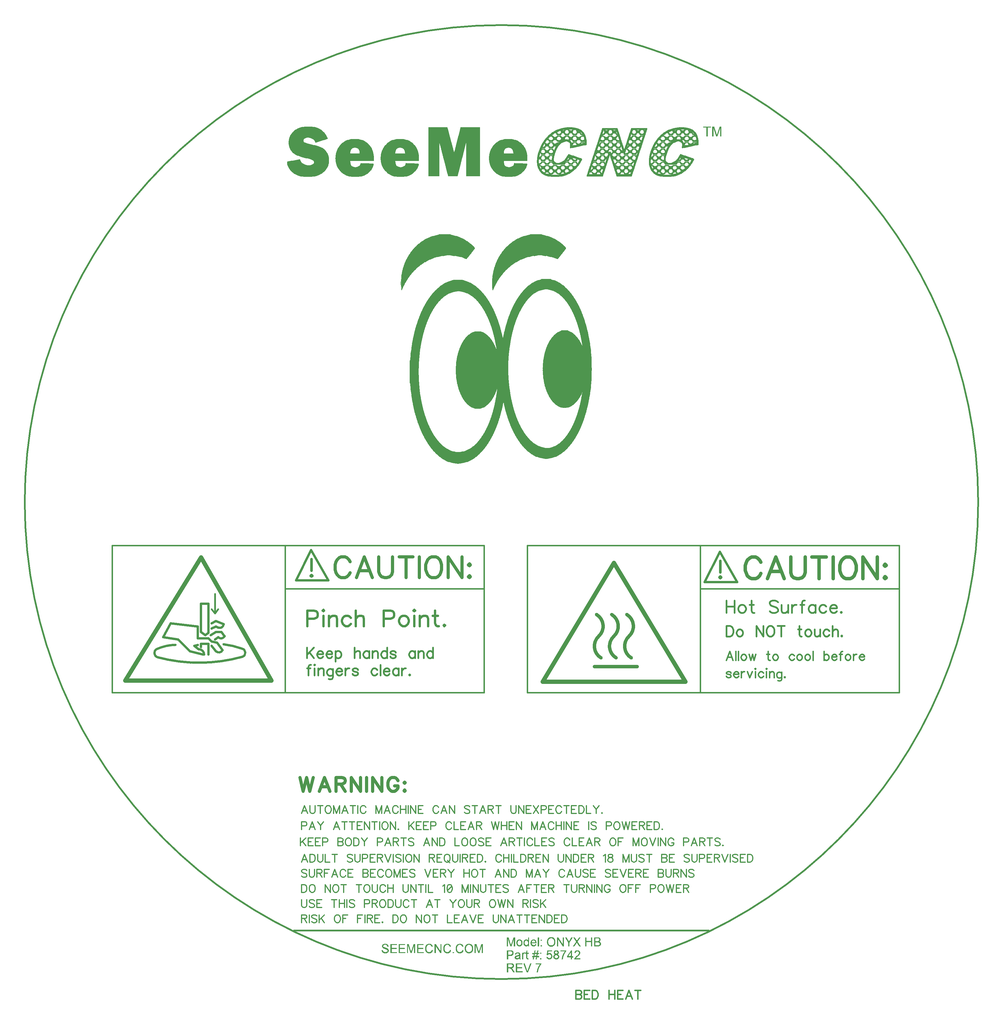
<source format=gbr>
G04 DipTrace 2.3.1.0*
%INTopSilk_58742 rev 7 ONYX HB.gbr*%
%MOIN*%
%ADD12C,0.003*%
%ADD16C,0.025*%
%ADD22C,0.02*%
%ADD23C,0.0216*%
%ADD24C,0.0154*%
%ADD26C,0.0139*%
%ADD27C,0.035*%
%ADD28C,0.05*%
%ADD29C,0.04*%
%ADD31C,0.016*%
%ADD40C,0.0185*%
%ADD41C,0.0278*%
%ADD42C,0.0386*%
%ADD43C,0.0371*%
%ADD44C,0.0309*%
%FSLAX44Y44*%
G04*
G70*
G90*
G75*
G01*
%LNTopSilk*%
%LPD*%
X9846Y64964D2*
D22*
G02X9846Y64964I55118J0D01*
G01*
X40964Y15464D2*
X88964D1*
X51398Y13924D2*
D12*
X51608D1*
X56498D2*
X56708D1*
X58598D2*
X58808D1*
X60038D2*
X60248D1*
X61088D2*
X61298D1*
X51330Y13894D2*
X51676D1*
X52118D2*
X52838D1*
X53078D2*
X53798D1*
X54038D2*
X54218D1*
X54818D2*
X54968D1*
X55208D2*
X55928D1*
X56429D2*
X56770D1*
X57218D2*
X57338D1*
X57908D2*
X57998D1*
X58529D2*
X58870D1*
X59969D2*
X60310D1*
X61020D2*
X61366D1*
X61868D2*
X62048D1*
X62648D2*
X62798D1*
X51275Y13864D2*
X51731D1*
X52118D2*
X52838D1*
X53078D2*
X53798D1*
X54038D2*
X54222D1*
X54803D2*
X54968D1*
X55208D2*
X55928D1*
X56370D2*
X56824D1*
X57218D2*
X57363D1*
X57908D2*
X57998D1*
X58470D2*
X58924D1*
X59910D2*
X60364D1*
X60964D2*
X61422D1*
X61868D2*
X62052D1*
X62633D2*
X62798D1*
X51234Y13834D2*
X51771D1*
X52118D2*
X52838D1*
X53078D2*
X53798D1*
X54038D2*
X54230D1*
X54790D2*
X54968D1*
X55208D2*
X55928D1*
X56322D2*
X56866D1*
X57218D2*
X57386D1*
X57908D2*
X57998D1*
X58422D2*
X58966D1*
X59862D2*
X60406D1*
X60919D2*
X61466D1*
X61868D2*
X62060D1*
X62620D2*
X62798D1*
X51206Y13804D2*
X51375D1*
X51631D2*
X51800D1*
X52118D2*
X52838D1*
X53078D2*
X53798D1*
X54038D2*
X54239D1*
X54779D2*
X54968D1*
X55208D2*
X55928D1*
X56285D2*
X56474D1*
X56702D2*
X56897D1*
X57218D2*
X57407D1*
X57908D2*
X57998D1*
X58385D2*
X58574D1*
X58802D2*
X58997D1*
X59825D2*
X60014D1*
X60242D2*
X60437D1*
X60883D2*
X61100D1*
X61286D2*
X61503D1*
X61868D2*
X62069D1*
X62609D2*
X62798D1*
X51186Y13774D2*
X51331D1*
X51674D2*
X51821D1*
X52118D2*
X52238D1*
X53078D2*
X53198D1*
X54038D2*
X54248D1*
X54768D2*
X54968D1*
X55208D2*
X55328D1*
X56255D2*
X56426D1*
X56749D2*
X56920D1*
X57218D2*
X57428D1*
X57908D2*
X57998D1*
X58355D2*
X58526D1*
X58849D2*
X59020D1*
X59795D2*
X59966D1*
X60289D2*
X60460D1*
X60851D2*
X61034D1*
X61351D2*
X61535D1*
X61868D2*
X62078D1*
X62598D2*
X62798D1*
X51172Y13744D2*
X51300D1*
X51706D2*
X51839D1*
X52118D2*
X52238D1*
X53078D2*
X53198D1*
X54038D2*
X54258D1*
X54758D2*
X54968D1*
X55208D2*
X55328D1*
X56231D2*
X56386D1*
X56788D2*
X56938D1*
X57218D2*
X57448D1*
X57908D2*
X57998D1*
X58331D2*
X58486D1*
X58888D2*
X59038D1*
X59771D2*
X59926D1*
X60328D2*
X60478D1*
X60824D2*
X60984D1*
X61401D2*
X61562D1*
X61868D2*
X62088D1*
X62588D2*
X62798D1*
X51164Y13714D2*
X51277D1*
X51728D2*
X51854D1*
X52118D2*
X52238D1*
X53078D2*
X53198D1*
X54038D2*
X54268D1*
X54748D2*
X54968D1*
X55208D2*
X55328D1*
X56210D2*
X56352D1*
X56819D2*
X56953D1*
X57218D2*
X57468D1*
X57908D2*
X57998D1*
X58310D2*
X58452D1*
X58919D2*
X59053D1*
X59750D2*
X59892D1*
X60359D2*
X60493D1*
X60801D2*
X60946D1*
X61440D2*
X61584D1*
X61868D2*
X62098D1*
X62578D2*
X62798D1*
X51160Y13684D2*
X51261D1*
X51743D2*
X51865D1*
X52118D2*
X52238D1*
X53078D2*
X53198D1*
X54038D2*
X54128D1*
X54189D2*
X54278D1*
X54738D2*
X54968D1*
X55208D2*
X55328D1*
X56193D2*
X56325D1*
X56844D2*
X56965D1*
X57218D2*
X57488D1*
X57908D2*
X57998D1*
X58293D2*
X58425D1*
X58944D2*
X59065D1*
X59733D2*
X59865D1*
X60384D2*
X60505D1*
X60784D2*
X60916D1*
X61469D2*
X61602D1*
X61868D2*
X61958D1*
X62019D2*
X62108D1*
X62568D2*
X62798D1*
X51159Y13654D2*
X51256D1*
X51752D2*
X51872D1*
X52118D2*
X52238D1*
X53078D2*
X53198D1*
X54038D2*
X54128D1*
X54193D2*
X54288D1*
X54728D2*
X54968D1*
X55208D2*
X55328D1*
X56180D2*
X56306D1*
X56866D2*
X56972D1*
X57218D2*
X57508D1*
X57908D2*
X57998D1*
X58280D2*
X58406D1*
X58966D2*
X59072D1*
X59720D2*
X59846D1*
X60406D2*
X60512D1*
X60770D2*
X60892D1*
X61490D2*
X61615D1*
X61868D2*
X61958D1*
X62023D2*
X62118D1*
X62558D2*
X62798D1*
X51159Y13624D2*
X51264D1*
X51758D2*
X51878D1*
X52118D2*
X52238D1*
X53078D2*
X53198D1*
X54038D2*
X54128D1*
X54200D2*
X54298D1*
X54718D2*
X54787D1*
X54848D2*
X54968D1*
X55208D2*
X55328D1*
X56169D2*
X56291D1*
X56888D2*
X56978D1*
X57218D2*
X57338D1*
X57404D2*
X57528D1*
X57908D2*
X57998D1*
X58269D2*
X58391D1*
X58988D2*
X59078D1*
X59709D2*
X59831D1*
X60428D2*
X60518D1*
X60759D2*
X60874D1*
X61504D2*
X61627D1*
X61868D2*
X61958D1*
X62030D2*
X62128D1*
X62548D2*
X62617D1*
X62678D2*
X62798D1*
X51163Y13594D2*
X51277D1*
X52118D2*
X52238D1*
X53078D2*
X53198D1*
X54038D2*
X54128D1*
X54209D2*
X54308D1*
X54708D2*
X54783D1*
X54848D2*
X54968D1*
X55208D2*
X55328D1*
X56158D2*
X56279D1*
X57218D2*
X57338D1*
X57415D2*
X57548D1*
X57908D2*
X57998D1*
X58258D2*
X58379D1*
X59698D2*
X59819D1*
X60748D2*
X60861D1*
X61516D2*
X61637D1*
X61868D2*
X61958D1*
X62039D2*
X62138D1*
X62538D2*
X62613D1*
X62678D2*
X62798D1*
X51171Y13564D2*
X51312D1*
X52118D2*
X52238D1*
X53078D2*
X53198D1*
X54038D2*
X54128D1*
X54218D2*
X54318D1*
X54698D2*
X54775D1*
X54848D2*
X54968D1*
X55208D2*
X55328D1*
X56149D2*
X56269D1*
X57218D2*
X57338D1*
X57431D2*
X57568D1*
X57908D2*
X57998D1*
X58249D2*
X58369D1*
X59689D2*
X59809D1*
X60739D2*
X60854D1*
X61526D2*
X61647D1*
X61868D2*
X61958D1*
X62048D2*
X62148D1*
X62528D2*
X62605D1*
X62678D2*
X62798D1*
X51184Y13534D2*
X51365D1*
X52118D2*
X52238D1*
X53078D2*
X53198D1*
X54038D2*
X54128D1*
X54228D2*
X54327D1*
X54688D2*
X54767D1*
X54848D2*
X54968D1*
X55208D2*
X55328D1*
X56143D2*
X56263D1*
X57218D2*
X57338D1*
X57449D2*
X57588D1*
X57908D2*
X57998D1*
X58243D2*
X58363D1*
X59683D2*
X59803D1*
X60733D2*
X60849D1*
X61534D2*
X61652D1*
X61868D2*
X61958D1*
X62058D2*
X62157D1*
X62518D2*
X62597D1*
X62678D2*
X62798D1*
X51202Y13504D2*
X51439D1*
X52118D2*
X52238D1*
X53078D2*
X53198D1*
X54038D2*
X54128D1*
X54238D2*
X54334D1*
X54678D2*
X54758D1*
X54848D2*
X54968D1*
X55208D2*
X55328D1*
X56140D2*
X56260D1*
X57218D2*
X57338D1*
X57468D2*
X57608D1*
X57908D2*
X57998D1*
X58240D2*
X58360D1*
X59680D2*
X59800D1*
X60730D2*
X60844D1*
X61540D2*
X61656D1*
X61868D2*
X61958D1*
X62068D2*
X62164D1*
X62508D2*
X62588D1*
X62678D2*
X62798D1*
X51227Y13474D2*
X51529D1*
X52118D2*
X52238D1*
X53078D2*
X53198D1*
X54038D2*
X54128D1*
X54248D2*
X54341D1*
X54668D2*
X54748D1*
X54848D2*
X54968D1*
X55208D2*
X55328D1*
X56139D2*
X56259D1*
X57218D2*
X57338D1*
X57488D2*
X57628D1*
X57908D2*
X57998D1*
X58239D2*
X58359D1*
X59679D2*
X59799D1*
X60729D2*
X60836D1*
X61549D2*
X61657D1*
X61868D2*
X61958D1*
X62078D2*
X62171D1*
X62498D2*
X62578D1*
X62678D2*
X62798D1*
X51263Y13444D2*
X51619D1*
X52118D2*
X52808D1*
X53078D2*
X53768D1*
X54038D2*
X54128D1*
X54258D2*
X54349D1*
X54658D2*
X54738D1*
X54848D2*
X54968D1*
X55208D2*
X55898D1*
X56138D2*
X56258D1*
X57218D2*
X57338D1*
X57508D2*
X57648D1*
X57908D2*
X57998D1*
X58238D2*
X58358D1*
X59678D2*
X59798D1*
X60728D2*
X60828D1*
X61557D2*
X61657D1*
X61868D2*
X61958D1*
X62088D2*
X62179D1*
X62488D2*
X62568D1*
X62678D2*
X62798D1*
X51317Y13414D2*
X51698D1*
X52118D2*
X52808D1*
X53078D2*
X53768D1*
X54038D2*
X54128D1*
X54268D2*
X54358D1*
X54648D2*
X54728D1*
X54848D2*
X54968D1*
X55208D2*
X55898D1*
X56138D2*
X56258D1*
X57218D2*
X57338D1*
X57528D2*
X57668D1*
X57908D2*
X57998D1*
X58238D2*
X58358D1*
X59678D2*
X59798D1*
X60728D2*
X60823D1*
X61563D2*
X61658D1*
X61868D2*
X61958D1*
X62098D2*
X62188D1*
X62478D2*
X62558D1*
X62678D2*
X62798D1*
X51390Y13384D2*
X51758D1*
X52118D2*
X52808D1*
X53078D2*
X53768D1*
X54038D2*
X54128D1*
X54278D2*
X54368D1*
X54638D2*
X54718D1*
X54848D2*
X54968D1*
X55208D2*
X55898D1*
X56138D2*
X56258D1*
X57218D2*
X57338D1*
X57548D2*
X57688D1*
X57908D2*
X57998D1*
X58238D2*
X58358D1*
X59678D2*
X59798D1*
X60728D2*
X60821D1*
X61564D2*
X61658D1*
X61868D2*
X61958D1*
X62108D2*
X62198D1*
X62468D2*
X62548D1*
X62678D2*
X62798D1*
X51476Y13354D2*
X51804D1*
X52118D2*
X52808D1*
X53078D2*
X53768D1*
X54038D2*
X54128D1*
X54288D2*
X54378D1*
X54628D2*
X54708D1*
X54848D2*
X54968D1*
X55208D2*
X55898D1*
X56138D2*
X56258D1*
X57218D2*
X57338D1*
X57568D2*
X57708D1*
X57908D2*
X57998D1*
X58238D2*
X58358D1*
X59678D2*
X59798D1*
X60728D2*
X60824D1*
X61562D2*
X61658D1*
X61868D2*
X61958D1*
X62118D2*
X62208D1*
X62458D2*
X62538D1*
X62678D2*
X62798D1*
X51563Y13324D2*
X51838D1*
X52118D2*
X52238D1*
X53078D2*
X53198D1*
X54038D2*
X54128D1*
X54298D2*
X54388D1*
X54618D2*
X54698D1*
X54848D2*
X54968D1*
X55208D2*
X55328D1*
X56138D2*
X56258D1*
X57218D2*
X57338D1*
X57588D2*
X57728D1*
X57908D2*
X57998D1*
X58238D2*
X58358D1*
X59678D2*
X59798D1*
X60728D2*
X60830D1*
X61555D2*
X61658D1*
X61868D2*
X61958D1*
X62128D2*
X62218D1*
X62448D2*
X62528D1*
X62678D2*
X62798D1*
X51639Y13294D2*
X51862D1*
X52118D2*
X52238D1*
X53078D2*
X53198D1*
X54038D2*
X54128D1*
X54308D2*
X54398D1*
X54608D2*
X54688D1*
X54848D2*
X54968D1*
X55208D2*
X55328D1*
X56138D2*
X56258D1*
X57218D2*
X57338D1*
X57608D2*
X57748D1*
X57908D2*
X57998D1*
X58238D2*
X58358D1*
X59678D2*
X59798D1*
X60728D2*
X60838D1*
X61548D2*
X61658D1*
X61868D2*
X61958D1*
X62138D2*
X62228D1*
X62438D2*
X62518D1*
X62678D2*
X62798D1*
X51698Y13264D2*
X51881D1*
X52118D2*
X52238D1*
X53078D2*
X53198D1*
X54038D2*
X54128D1*
X54318D2*
X54408D1*
X54598D2*
X54678D1*
X54848D2*
X54968D1*
X55208D2*
X55328D1*
X56139D2*
X56259D1*
X57218D2*
X57338D1*
X57628D2*
X57768D1*
X57908D2*
X57998D1*
X58239D2*
X58359D1*
X59679D2*
X59799D1*
X60729D2*
X60843D1*
X61543D2*
X61657D1*
X61868D2*
X61958D1*
X62148D2*
X62238D1*
X62428D2*
X62508D1*
X62678D2*
X62798D1*
X51745Y13234D2*
X51894D1*
X52118D2*
X52238D1*
X53078D2*
X53198D1*
X54038D2*
X54128D1*
X54328D2*
X54418D1*
X54588D2*
X54668D1*
X54848D2*
X54968D1*
X55208D2*
X55328D1*
X56143D2*
X56263D1*
X57218D2*
X57338D1*
X57648D2*
X57788D1*
X57908D2*
X57998D1*
X58243D2*
X58363D1*
X59683D2*
X59803D1*
X60733D2*
X60847D1*
X61539D2*
X61653D1*
X61868D2*
X61958D1*
X62158D2*
X62248D1*
X62418D2*
X62498D1*
X62678D2*
X62798D1*
X51766Y13204D2*
X51901D1*
X52118D2*
X52238D1*
X53078D2*
X53198D1*
X54038D2*
X54128D1*
X54338D2*
X54428D1*
X54578D2*
X54658D1*
X54848D2*
X54968D1*
X55208D2*
X55328D1*
X56150D2*
X56270D1*
X56918D2*
X56948D1*
X57218D2*
X57338D1*
X57668D2*
X57809D1*
X57907D2*
X57998D1*
X58250D2*
X58370D1*
X59018D2*
X59048D1*
X59690D2*
X59810D1*
X60458D2*
X60488D1*
X60740D2*
X60852D1*
X61533D2*
X61645D1*
X61868D2*
X61958D1*
X62168D2*
X62258D1*
X62408D2*
X62488D1*
X62678D2*
X62798D1*
X51098Y13174D2*
X51218D1*
X51778D2*
X51905D1*
X52118D2*
X52238D1*
X53078D2*
X53198D1*
X54038D2*
X54128D1*
X54348D2*
X54438D1*
X54568D2*
X54648D1*
X54848D2*
X54968D1*
X55208D2*
X55328D1*
X56159D2*
X56279D1*
X56899D2*
X56979D1*
X57218D2*
X57338D1*
X57688D2*
X57835D1*
X57902D2*
X57998D1*
X58259D2*
X58379D1*
X58999D2*
X59079D1*
X59699D2*
X59819D1*
X60439D2*
X60519D1*
X60749D2*
X60861D1*
X61525D2*
X61637D1*
X61868D2*
X61958D1*
X62178D2*
X62268D1*
X62398D2*
X62478D1*
X62678D2*
X62798D1*
X51112Y13144D2*
X51229D1*
X51784D2*
X51906D1*
X52118D2*
X52238D1*
X53078D2*
X53198D1*
X54038D2*
X54128D1*
X54358D2*
X54449D1*
X54556D2*
X54638D1*
X54848D2*
X54968D1*
X55208D2*
X55328D1*
X56168D2*
X56289D1*
X56882D2*
X56992D1*
X57218D2*
X57338D1*
X57708D2*
X57869D1*
X57892D2*
X57998D1*
X58268D2*
X58389D1*
X58982D2*
X59092D1*
X59708D2*
X59829D1*
X60422D2*
X60532D1*
X60758D2*
X60874D1*
X61512D2*
X61628D1*
X61868D2*
X61958D1*
X62188D2*
X62279D1*
X62386D2*
X62468D1*
X62678D2*
X62798D1*
X51121Y13114D2*
X51243D1*
X51785D2*
X51902D1*
X52118D2*
X52238D1*
X53078D2*
X53198D1*
X54038D2*
X54128D1*
X54368D2*
X54464D1*
X54541D2*
X54628D1*
X54848D2*
X54968D1*
X55208D2*
X55328D1*
X56179D2*
X56304D1*
X56865D2*
X56989D1*
X57218D2*
X57338D1*
X57728D2*
X57998D1*
X58279D2*
X58404D1*
X58965D2*
X59089D1*
X59719D2*
X59844D1*
X60405D2*
X60529D1*
X60769D2*
X60891D1*
X61494D2*
X61616D1*
X61868D2*
X61958D1*
X62198D2*
X62294D1*
X62371D2*
X62458D1*
X62678D2*
X62798D1*
X51130Y13084D2*
X51261D1*
X51783D2*
X51894D1*
X52118D2*
X52238D1*
X53078D2*
X53198D1*
X54038D2*
X54128D1*
X54378D2*
X54488D1*
X54518D2*
X54618D1*
X54848D2*
X54968D1*
X55208D2*
X55328D1*
X56193D2*
X56325D1*
X56845D2*
X56981D1*
X57218D2*
X57338D1*
X57748D2*
X57998D1*
X58293D2*
X58425D1*
X58945D2*
X59081D1*
X59733D2*
X59865D1*
X60385D2*
X60521D1*
X60783D2*
X60914D1*
X61471D2*
X61602D1*
X61868D2*
X61958D1*
X62208D2*
X62318D1*
X62348D2*
X62448D1*
X62678D2*
X62798D1*
X51140Y13054D2*
X51286D1*
X51772D2*
X51883D1*
X52118D2*
X52238D1*
X53078D2*
X53198D1*
X54038D2*
X54128D1*
X54388D2*
X54608D1*
X54848D2*
X54968D1*
X55208D2*
X55328D1*
X56210D2*
X56353D1*
X56820D2*
X56968D1*
X57218D2*
X57338D1*
X57768D2*
X57998D1*
X58310D2*
X58453D1*
X58920D2*
X59068D1*
X59750D2*
X59893D1*
X60360D2*
X60508D1*
X60801D2*
X60944D1*
X61442D2*
X61585D1*
X61868D2*
X61958D1*
X62218D2*
X62438D1*
X62678D2*
X62798D1*
X51153Y13024D2*
X51317D1*
X51744D2*
X51869D1*
X52118D2*
X52238D1*
X53078D2*
X53198D1*
X54038D2*
X54128D1*
X54398D2*
X54598D1*
X54848D2*
X54968D1*
X55208D2*
X55328D1*
X56229D2*
X56394D1*
X56789D2*
X56953D1*
X57218D2*
X57338D1*
X57788D2*
X57998D1*
X58329D2*
X58494D1*
X58889D2*
X59053D1*
X59769D2*
X59934D1*
X60329D2*
X60493D1*
X60824D2*
X60989D1*
X61397D2*
X61562D1*
X61868D2*
X61958D1*
X62228D2*
X62428D1*
X62678D2*
X62798D1*
X51171Y12994D2*
X51402D1*
X51661D2*
X51854D1*
X52118D2*
X52238D1*
X53078D2*
X53198D1*
X54038D2*
X54128D1*
X54408D2*
X54588D1*
X54848D2*
X54968D1*
X55208D2*
X55328D1*
X56249D2*
X56468D1*
X56709D2*
X56934D1*
X57218D2*
X57338D1*
X57808D2*
X57998D1*
X58349D2*
X58568D1*
X58809D2*
X59034D1*
X59789D2*
X60008D1*
X60249D2*
X60474D1*
X60850D2*
X61070D1*
X61315D2*
X61535D1*
X61868D2*
X61958D1*
X62238D2*
X62418D1*
X62678D2*
X62798D1*
X51195Y12964D2*
X51534D1*
X51530D2*
X51834D1*
X52118D2*
X52868D1*
X53078D2*
X53828D1*
X54038D2*
X54128D1*
X54418D2*
X54578D1*
X54848D2*
X54968D1*
X55208D2*
X55958D1*
X56274D2*
X56589D1*
X56587D2*
X56907D1*
X57218D2*
X57338D1*
X57828D2*
X57998D1*
X58374D2*
X58689D1*
X58687D2*
X59007D1*
X59318D2*
X59438D1*
X59814D2*
X60129D1*
X60127D2*
X60447D1*
X60880D2*
X61200D1*
X61186D2*
X61505D1*
X61868D2*
X61958D1*
X62248D2*
X62408D1*
X62678D2*
X62798D1*
X51228Y12934D2*
X51804D1*
X52118D2*
X52868D1*
X53078D2*
X53828D1*
X54038D2*
X54128D1*
X54428D2*
X54568D1*
X54848D2*
X54968D1*
X55208D2*
X55958D1*
X56308D2*
X56871D1*
X57218D2*
X57338D1*
X57847D2*
X57998D1*
X58408D2*
X58971D1*
X59318D2*
X59438D1*
X59848D2*
X60411D1*
X60916D2*
X61470D1*
X61868D2*
X61958D1*
X62258D2*
X62398D1*
X62678D2*
X62798D1*
X51273Y12904D2*
X51761D1*
X52118D2*
X52868D1*
X53078D2*
X53828D1*
X54038D2*
X54128D1*
X54442D2*
X54557D1*
X54848D2*
X54968D1*
X55208D2*
X55958D1*
X56352D2*
X56825D1*
X57218D2*
X57338D1*
X57864D2*
X57998D1*
X58452D2*
X58925D1*
X59318D2*
X59438D1*
X59892D2*
X60365D1*
X60962D2*
X61423D1*
X61868D2*
X61958D1*
X62272D2*
X62387D1*
X62678D2*
X62798D1*
X51332Y12874D2*
X51703D1*
X52118D2*
X52868D1*
X53078D2*
X53828D1*
X54038D2*
X54128D1*
X54458D2*
X54548D1*
X54848D2*
X54968D1*
X55208D2*
X55958D1*
X56407D2*
X56769D1*
X57218D2*
X57338D1*
X57878D2*
X57998D1*
X58507D2*
X58869D1*
X59318D2*
X59438D1*
X59947D2*
X60309D1*
X61021D2*
X61364D1*
X61868D2*
X61958D1*
X62288D2*
X62378D1*
X62678D2*
X62798D1*
X51398Y12844D2*
X51638D1*
X56468D2*
X56708D1*
X58568D2*
X58808D1*
X60008D2*
X60248D1*
X61088D2*
X61298D1*
X51398Y13924D2*
X51330Y13894D1*
X51275Y13864D1*
X51234Y13834D1*
X51206Y13804D1*
X51186Y13774D1*
X51172Y13744D1*
X51164Y13714D1*
X51160Y13684D1*
X51159Y13654D1*
Y13624D1*
X51163Y13594D1*
X51171Y13564D1*
X51184Y13534D1*
X51202Y13504D1*
X51227Y13474D1*
X51263Y13444D1*
X51317Y13414D1*
X51390Y13384D1*
X51476Y13354D1*
X51563Y13324D1*
X51639Y13294D1*
X51698Y13264D1*
X51745Y13234D1*
X51766Y13204D1*
X51778Y13174D1*
X51784Y13144D1*
X51785Y13114D1*
X51783Y13084D1*
X51772Y13054D1*
X51744Y13024D1*
X51661Y12994D1*
X51530Y12964D1*
X51368Y12934D1*
X51608Y13924D2*
X51676Y13894D1*
X51731Y13864D1*
X51771Y13834D1*
X51800Y13804D1*
X51821Y13774D1*
X51839Y13744D1*
X51854Y13714D1*
X51865Y13684D1*
X51872Y13654D1*
X51878Y13624D1*
X56498Y13924D2*
X56429Y13894D1*
X56370Y13864D1*
X56322Y13834D1*
X56285Y13804D1*
X56255Y13774D1*
X56231Y13744D1*
X56210Y13714D1*
X56193Y13684D1*
X56180Y13654D1*
X56169Y13624D1*
X56158Y13594D1*
X56149Y13564D1*
X56143Y13534D1*
X56140Y13504D1*
X56139Y13474D1*
X56138Y13444D1*
Y13414D1*
Y13384D1*
Y13354D1*
Y13324D1*
Y13294D1*
X56139Y13264D1*
X56143Y13234D1*
X56150Y13204D1*
X56159Y13174D1*
X56168Y13144D1*
X56179Y13114D1*
X56193Y13084D1*
X56210Y13054D1*
X56229Y13024D1*
X56249Y12994D1*
X56274Y12964D1*
X56308Y12934D1*
X56352Y12904D1*
X56407Y12874D1*
X56468Y12844D1*
X56708Y13924D2*
X56770Y13894D1*
X56824Y13864D1*
X56866Y13834D1*
X56897Y13804D1*
X56920Y13774D1*
X56938Y13744D1*
X56953Y13714D1*
X56965Y13684D1*
X56972Y13654D1*
X56978Y13624D1*
X58598Y13924D2*
X58529Y13894D1*
X58470Y13864D1*
X58422Y13834D1*
X58385Y13804D1*
X58355Y13774D1*
X58331Y13744D1*
X58310Y13714D1*
X58293Y13684D1*
X58280Y13654D1*
X58269Y13624D1*
X58258Y13594D1*
X58249Y13564D1*
X58243Y13534D1*
X58240Y13504D1*
X58239Y13474D1*
X58238Y13444D1*
Y13414D1*
Y13384D1*
Y13354D1*
Y13324D1*
Y13294D1*
X58239Y13264D1*
X58243Y13234D1*
X58250Y13204D1*
X58259Y13174D1*
X58268Y13144D1*
X58279Y13114D1*
X58293Y13084D1*
X58310Y13054D1*
X58329Y13024D1*
X58349Y12994D1*
X58374Y12964D1*
X58408Y12934D1*
X58452Y12904D1*
X58507Y12874D1*
X58568Y12844D1*
X58808Y13924D2*
X58870Y13894D1*
X58924Y13864D1*
X58966Y13834D1*
X58997Y13804D1*
X59020Y13774D1*
X59038Y13744D1*
X59053Y13714D1*
X59065Y13684D1*
X59072Y13654D1*
X59078Y13624D1*
X60038Y13924D2*
X59969Y13894D1*
X59910Y13864D1*
X59862Y13834D1*
X59825Y13804D1*
X59795Y13774D1*
X59771Y13744D1*
X59750Y13714D1*
X59733Y13684D1*
X59720Y13654D1*
X59709Y13624D1*
X59698Y13594D1*
X59689Y13564D1*
X59683Y13534D1*
X59680Y13504D1*
X59679Y13474D1*
X59678Y13444D1*
Y13414D1*
Y13384D1*
Y13354D1*
Y13324D1*
Y13294D1*
X59679Y13264D1*
X59683Y13234D1*
X59690Y13204D1*
X59699Y13174D1*
X59708Y13144D1*
X59719Y13114D1*
X59733Y13084D1*
X59750Y13054D1*
X59769Y13024D1*
X59789Y12994D1*
X59814Y12964D1*
X59848Y12934D1*
X59892Y12904D1*
X59947Y12874D1*
X60008Y12844D1*
X60248Y13924D2*
X60310Y13894D1*
X60364Y13864D1*
X60406Y13834D1*
X60437Y13804D1*
X60460Y13774D1*
X60478Y13744D1*
X60493Y13714D1*
X60505Y13684D1*
X60512Y13654D1*
X60518Y13624D1*
X61088Y13924D2*
X61020Y13894D1*
X60964Y13864D1*
X60919Y13834D1*
X60883Y13804D1*
X60851Y13774D1*
X60824Y13744D1*
X60801Y13714D1*
X60784Y13684D1*
X60770Y13654D1*
X60759Y13624D1*
X60748Y13594D1*
X60739Y13564D1*
X60733Y13534D1*
X60730Y13504D1*
X60729Y13474D1*
X60728Y13444D1*
Y13414D1*
Y13384D1*
Y13354D1*
Y13324D1*
Y13294D1*
X60729Y13264D1*
X60733Y13234D1*
X60740Y13204D1*
X60749Y13174D1*
X60758Y13144D1*
X60769Y13114D1*
X60783Y13084D1*
X60801Y13054D1*
X60824Y13024D1*
X60850Y12994D1*
X60880Y12964D1*
X60916Y12934D1*
X60962Y12904D1*
X61021Y12874D1*
X61088Y12844D1*
X61298Y13924D2*
X61366Y13894D1*
X61422Y13864D1*
X61466Y13834D1*
X61503Y13804D1*
X61535Y13774D1*
X61562Y13744D1*
X61584Y13714D1*
X61602Y13684D1*
X61615Y13654D1*
X61627Y13624D1*
X61637Y13594D1*
X61647Y13564D1*
X61652Y13534D1*
X61656Y13504D1*
X61657Y13474D1*
Y13444D1*
X61658Y13414D1*
Y13384D1*
Y13354D1*
Y13324D1*
Y13294D1*
X61657Y13264D1*
X61653Y13234D1*
X61645Y13204D1*
X61637Y13174D1*
X61628Y13144D1*
X61616Y13114D1*
X61602Y13084D1*
X61585Y13054D1*
X61562Y13024D1*
X61535Y12994D1*
X61505Y12964D1*
X61470Y12934D1*
X61423Y12904D1*
X61364Y12874D1*
X61298Y12844D1*
X52118Y13894D2*
Y13864D1*
Y13834D1*
Y13804D1*
Y13774D1*
Y13744D1*
Y13714D1*
Y13684D1*
Y13654D1*
Y13624D1*
Y13594D1*
Y13564D1*
Y13534D1*
Y13504D1*
Y13474D1*
Y13444D1*
Y13414D1*
Y13384D1*
Y13354D1*
Y13324D1*
Y13294D1*
Y13264D1*
Y13234D1*
Y13204D1*
Y13174D1*
Y13144D1*
Y13114D1*
Y13084D1*
Y13054D1*
Y13024D1*
Y12994D1*
Y12964D1*
Y12934D1*
Y12904D1*
Y12874D1*
X52838Y13894D2*
Y13864D1*
Y13834D1*
Y13804D1*
X53078Y13894D2*
Y13864D1*
Y13834D1*
Y13804D1*
Y13774D1*
Y13744D1*
Y13714D1*
Y13684D1*
Y13654D1*
Y13624D1*
Y13594D1*
Y13564D1*
Y13534D1*
Y13504D1*
Y13474D1*
Y13444D1*
Y13414D1*
Y13384D1*
Y13354D1*
Y13324D1*
Y13294D1*
Y13264D1*
Y13234D1*
Y13204D1*
Y13174D1*
Y13144D1*
Y13114D1*
Y13084D1*
Y13054D1*
Y13024D1*
Y12994D1*
Y12964D1*
Y12934D1*
Y12904D1*
Y12874D1*
X53798Y13894D2*
Y13864D1*
Y13834D1*
Y13804D1*
X54038Y13894D2*
Y13864D1*
Y13834D1*
Y13804D1*
Y13774D1*
Y13744D1*
Y13714D1*
Y13684D1*
Y13654D1*
Y13624D1*
Y13594D1*
Y13564D1*
Y13534D1*
Y13504D1*
Y13474D1*
Y13444D1*
Y13414D1*
Y13384D1*
Y13354D1*
Y13324D1*
Y13294D1*
Y13264D1*
Y13234D1*
Y13204D1*
Y13174D1*
Y13144D1*
Y13114D1*
Y13084D1*
Y13054D1*
Y13024D1*
Y12994D1*
Y12964D1*
Y12934D1*
Y12904D1*
Y12874D1*
X54218Y13894D2*
X54222Y13864D1*
X54230Y13834D1*
X54239Y13804D1*
X54248Y13774D1*
X54258Y13744D1*
X54268Y13714D1*
X54278Y13684D1*
X54288Y13654D1*
X54298Y13624D1*
X54308Y13594D1*
X54318Y13564D1*
X54327Y13534D1*
X54334Y13504D1*
X54341Y13474D1*
X54349Y13444D1*
X54358Y13414D1*
X54368Y13384D1*
X54378Y13354D1*
X54388Y13324D1*
X54398Y13294D1*
X54408Y13264D1*
X54418Y13234D1*
X54428Y13204D1*
X54438Y13174D1*
X54449Y13144D1*
X54464Y13114D1*
X54488Y13084D1*
X54518Y13054D1*
X54818Y13894D2*
X54803Y13864D1*
X54790Y13834D1*
X54779Y13804D1*
X54768Y13774D1*
X54758Y13744D1*
X54748Y13714D1*
X54738Y13684D1*
X54728Y13654D1*
X54718Y13624D1*
X54708Y13594D1*
X54698Y13564D1*
X54688Y13534D1*
X54678Y13504D1*
X54668Y13474D1*
X54658Y13444D1*
X54648Y13414D1*
X54638Y13384D1*
X54628Y13354D1*
X54618Y13324D1*
X54608Y13294D1*
X54598Y13264D1*
X54588Y13234D1*
X54578Y13204D1*
X54568Y13174D1*
X54556Y13144D1*
X54541Y13114D1*
X54518Y13084D1*
X54488Y13054D1*
X54968Y13894D2*
Y13864D1*
Y13834D1*
Y13804D1*
Y13774D1*
Y13744D1*
Y13714D1*
Y13684D1*
Y13654D1*
Y13624D1*
Y13594D1*
Y13564D1*
Y13534D1*
Y13504D1*
Y13474D1*
Y13444D1*
Y13414D1*
Y13384D1*
Y13354D1*
Y13324D1*
Y13294D1*
Y13264D1*
Y13234D1*
Y13204D1*
Y13174D1*
Y13144D1*
Y13114D1*
Y13084D1*
Y13054D1*
Y13024D1*
Y12994D1*
Y12964D1*
Y12934D1*
Y12904D1*
Y12874D1*
X55208Y13894D2*
Y13864D1*
Y13834D1*
Y13804D1*
Y13774D1*
Y13744D1*
Y13714D1*
Y13684D1*
Y13654D1*
Y13624D1*
Y13594D1*
Y13564D1*
Y13534D1*
Y13504D1*
Y13474D1*
Y13444D1*
Y13414D1*
Y13384D1*
Y13354D1*
Y13324D1*
Y13294D1*
Y13264D1*
Y13234D1*
Y13204D1*
Y13174D1*
Y13144D1*
Y13114D1*
Y13084D1*
Y13054D1*
Y13024D1*
Y12994D1*
Y12964D1*
Y12934D1*
Y12904D1*
Y12874D1*
X55928Y13894D2*
Y13864D1*
Y13834D1*
Y13804D1*
X57218Y13894D2*
Y13864D1*
Y13834D1*
Y13804D1*
Y13774D1*
Y13744D1*
Y13714D1*
Y13684D1*
Y13654D1*
Y13624D1*
Y13594D1*
Y13564D1*
Y13534D1*
Y13504D1*
Y13474D1*
Y13444D1*
Y13414D1*
Y13384D1*
Y13354D1*
Y13324D1*
Y13294D1*
Y13264D1*
Y13234D1*
Y13204D1*
Y13174D1*
Y13144D1*
Y13114D1*
Y13084D1*
Y13054D1*
Y13024D1*
Y12994D1*
Y12964D1*
Y12934D1*
Y12904D1*
Y12874D1*
X57338Y13894D2*
X57363Y13864D1*
X57386Y13834D1*
X57407Y13804D1*
X57428Y13774D1*
X57448Y13744D1*
X57468Y13714D1*
X57488Y13684D1*
X57508Y13654D1*
X57528Y13624D1*
X57548Y13594D1*
X57568Y13564D1*
X57588Y13534D1*
X57608Y13504D1*
X57628Y13474D1*
X57648Y13444D1*
X57668Y13414D1*
X57688Y13384D1*
X57708Y13354D1*
X57728Y13324D1*
X57748Y13294D1*
X57768Y13264D1*
X57788Y13234D1*
X57809Y13204D1*
X57835Y13174D1*
X57869Y13144D1*
X57908Y13114D1*
Y13894D2*
Y13864D1*
Y13834D1*
Y13804D1*
Y13774D1*
Y13744D1*
Y13714D1*
Y13684D1*
Y13654D1*
Y13624D1*
Y13594D1*
Y13564D1*
Y13534D1*
Y13504D1*
Y13474D1*
Y13444D1*
Y13414D1*
Y13384D1*
Y13354D1*
Y13324D1*
Y13294D1*
Y13264D1*
Y13234D1*
X57907Y13204D1*
X57902Y13174D1*
X57892Y13144D1*
X57878Y13114D1*
X57998Y13894D2*
Y13864D1*
Y13834D1*
Y13804D1*
Y13774D1*
Y13744D1*
Y13714D1*
Y13684D1*
Y13654D1*
Y13624D1*
Y13594D1*
Y13564D1*
Y13534D1*
Y13504D1*
Y13474D1*
Y13444D1*
Y13414D1*
Y13384D1*
Y13354D1*
Y13324D1*
Y13294D1*
Y13264D1*
Y13234D1*
Y13204D1*
Y13174D1*
Y13144D1*
Y13114D1*
Y13084D1*
Y13054D1*
Y13024D1*
Y12994D1*
Y12964D1*
Y12934D1*
Y12904D1*
Y12874D1*
X61868Y13894D2*
Y13864D1*
Y13834D1*
Y13804D1*
Y13774D1*
Y13744D1*
Y13714D1*
Y13684D1*
Y13654D1*
Y13624D1*
Y13594D1*
Y13564D1*
Y13534D1*
Y13504D1*
Y13474D1*
Y13444D1*
Y13414D1*
Y13384D1*
Y13354D1*
Y13324D1*
Y13294D1*
Y13264D1*
Y13234D1*
Y13204D1*
Y13174D1*
Y13144D1*
Y13114D1*
Y13084D1*
Y13054D1*
Y13024D1*
Y12994D1*
Y12964D1*
Y12934D1*
Y12904D1*
Y12874D1*
X62048Y13894D2*
X62052Y13864D1*
X62060Y13834D1*
X62069Y13804D1*
X62078Y13774D1*
X62088Y13744D1*
X62098Y13714D1*
X62108Y13684D1*
X62118Y13654D1*
X62128Y13624D1*
X62138Y13594D1*
X62148Y13564D1*
X62157Y13534D1*
X62164Y13504D1*
X62171Y13474D1*
X62179Y13444D1*
X62188Y13414D1*
X62198Y13384D1*
X62208Y13354D1*
X62218Y13324D1*
X62228Y13294D1*
X62238Y13264D1*
X62248Y13234D1*
X62258Y13204D1*
X62268Y13174D1*
X62279Y13144D1*
X62294Y13114D1*
X62318Y13084D1*
X62348Y13054D1*
X62648Y13894D2*
X62633Y13864D1*
X62620Y13834D1*
X62609Y13804D1*
X62598Y13774D1*
X62588Y13744D1*
X62578Y13714D1*
X62568Y13684D1*
X62558Y13654D1*
X62548Y13624D1*
X62538Y13594D1*
X62528Y13564D1*
X62518Y13534D1*
X62508Y13504D1*
X62498Y13474D1*
X62488Y13444D1*
X62478Y13414D1*
X62468Y13384D1*
X62458Y13354D1*
X62448Y13324D1*
X62438Y13294D1*
X62428Y13264D1*
X62418Y13234D1*
X62408Y13204D1*
X62398Y13174D1*
X62386Y13144D1*
X62371Y13114D1*
X62348Y13084D1*
X62318Y13054D1*
X62798Y13894D2*
Y13864D1*
Y13834D1*
Y13804D1*
Y13774D1*
Y13744D1*
Y13714D1*
Y13684D1*
Y13654D1*
Y13624D1*
Y13594D1*
Y13564D1*
Y13534D1*
Y13504D1*
Y13474D1*
Y13444D1*
Y13414D1*
Y13384D1*
Y13354D1*
Y13324D1*
Y13294D1*
Y13264D1*
Y13234D1*
Y13204D1*
Y13174D1*
Y13144D1*
Y13114D1*
Y13084D1*
Y13054D1*
Y13024D1*
Y12994D1*
Y12964D1*
Y12934D1*
Y12904D1*
Y12874D1*
X51428Y13834D2*
X51375Y13804D1*
X51331Y13774D1*
X51300Y13744D1*
X51277Y13714D1*
X51261Y13684D1*
X51256Y13654D1*
X51264Y13624D1*
X51277Y13594D1*
X51312Y13564D1*
X51365Y13534D1*
X51439Y13504D1*
X51529Y13474D1*
X51619Y13444D1*
X51698Y13414D1*
X51758Y13384D1*
X51804Y13354D1*
X51838Y13324D1*
X51862Y13294D1*
X51881Y13264D1*
X51894Y13234D1*
X51901Y13204D1*
X51905Y13174D1*
X51906Y13144D1*
X51902Y13114D1*
X51894Y13084D1*
X51883Y13054D1*
X51869Y13024D1*
X51854Y12994D1*
X51834Y12964D1*
X51804Y12934D1*
X51761Y12904D1*
X51703Y12874D1*
X51638Y12844D1*
X51578Y13834D2*
X51631Y13804D1*
X51674Y13774D1*
X51706Y13744D1*
X51728Y13714D1*
X51743Y13684D1*
X51752Y13654D1*
X51758Y13624D1*
X56528Y13834D2*
X56474Y13804D1*
X56426Y13774D1*
X56386Y13744D1*
X56352Y13714D1*
X56325Y13684D1*
X56306Y13654D1*
X56291Y13624D1*
X56279Y13594D1*
X56269Y13564D1*
X56263Y13534D1*
X56260Y13504D1*
X56259Y13474D1*
X56258Y13444D1*
Y13414D1*
Y13384D1*
Y13354D1*
Y13324D1*
Y13294D1*
X56259Y13264D1*
X56263Y13234D1*
X56270Y13204D1*
X56279Y13174D1*
X56289Y13144D1*
X56304Y13114D1*
X56325Y13084D1*
X56353Y13054D1*
X56394Y13024D1*
X56468Y12994D1*
X56589Y12964D1*
X56738Y12934D1*
X56648Y13834D2*
X56702Y13804D1*
X56749Y13774D1*
X56788Y13744D1*
X56819Y13714D1*
X56844Y13684D1*
X56866Y13654D1*
X56888Y13624D1*
X58628Y13834D2*
X58574Y13804D1*
X58526Y13774D1*
X58486Y13744D1*
X58452Y13714D1*
X58425Y13684D1*
X58406Y13654D1*
X58391Y13624D1*
X58379Y13594D1*
X58369Y13564D1*
X58363Y13534D1*
X58360Y13504D1*
X58359Y13474D1*
X58358Y13444D1*
Y13414D1*
Y13384D1*
Y13354D1*
Y13324D1*
Y13294D1*
X58359Y13264D1*
X58363Y13234D1*
X58370Y13204D1*
X58379Y13174D1*
X58389Y13144D1*
X58404Y13114D1*
X58425Y13084D1*
X58453Y13054D1*
X58494Y13024D1*
X58568Y12994D1*
X58689Y12964D1*
X58838Y12934D1*
X58748Y13834D2*
X58802Y13804D1*
X58849Y13774D1*
X58888Y13744D1*
X58919Y13714D1*
X58944Y13684D1*
X58966Y13654D1*
X58988Y13624D1*
X60068Y13834D2*
X60014Y13804D1*
X59966Y13774D1*
X59926Y13744D1*
X59892Y13714D1*
X59865Y13684D1*
X59846Y13654D1*
X59831Y13624D1*
X59819Y13594D1*
X59809Y13564D1*
X59803Y13534D1*
X59800Y13504D1*
X59799Y13474D1*
X59798Y13444D1*
Y13414D1*
Y13384D1*
Y13354D1*
Y13324D1*
Y13294D1*
X59799Y13264D1*
X59803Y13234D1*
X59810Y13204D1*
X59819Y13174D1*
X59829Y13144D1*
X59844Y13114D1*
X59865Y13084D1*
X59893Y13054D1*
X59934Y13024D1*
X60008Y12994D1*
X60129Y12964D1*
X60278Y12934D1*
X60188Y13834D2*
X60242Y13804D1*
X60289Y13774D1*
X60328Y13744D1*
X60359Y13714D1*
X60384Y13684D1*
X60406Y13654D1*
X60428Y13624D1*
X61178Y13834D2*
X61100Y13804D1*
X61034Y13774D1*
X60984Y13744D1*
X60946Y13714D1*
X60916Y13684D1*
X60892Y13654D1*
X60874Y13624D1*
X60861Y13594D1*
X60854Y13564D1*
X60849Y13534D1*
X60844Y13504D1*
X60836Y13474D1*
X60828Y13444D1*
X60823Y13414D1*
X60821Y13384D1*
X60824Y13354D1*
X60830Y13324D1*
X60838Y13294D1*
X60843Y13264D1*
X60847Y13234D1*
X60852Y13204D1*
X60861Y13174D1*
X60874Y13144D1*
X60891Y13114D1*
X60914Y13084D1*
X60944Y13054D1*
X60989Y13024D1*
X61070Y12994D1*
X61200Y12964D1*
X61358Y12934D1*
X61208Y13834D2*
X61286Y13804D1*
X61351Y13774D1*
X61401Y13744D1*
X61440Y13714D1*
X61469Y13684D1*
X61490Y13654D1*
X61504Y13624D1*
X61516Y13594D1*
X61526Y13564D1*
X61534Y13534D1*
X61540Y13504D1*
X61549Y13474D1*
X61557Y13444D1*
X61563Y13414D1*
X61564Y13384D1*
X61562Y13354D1*
X61555Y13324D1*
X61548Y13294D1*
X61543Y13264D1*
X61539Y13234D1*
X61533Y13204D1*
X61525Y13174D1*
X61512Y13144D1*
X61494Y13114D1*
X61471Y13084D1*
X61442Y13054D1*
X61397Y13024D1*
X61315Y12994D1*
X61186Y12964D1*
X61028Y12934D1*
X52238Y13804D2*
Y13774D1*
Y13744D1*
Y13714D1*
Y13684D1*
Y13654D1*
Y13624D1*
Y13594D1*
Y13564D1*
Y13534D1*
Y13504D1*
Y13474D1*
Y13444D1*
X53198Y13804D2*
Y13774D1*
Y13744D1*
Y13714D1*
Y13684D1*
Y13654D1*
Y13624D1*
Y13594D1*
Y13564D1*
Y13534D1*
Y13504D1*
Y13474D1*
Y13444D1*
X55328Y13804D2*
Y13774D1*
Y13744D1*
Y13714D1*
Y13684D1*
Y13654D1*
Y13624D1*
Y13594D1*
Y13564D1*
Y13534D1*
Y13504D1*
Y13474D1*
Y13444D1*
X54128Y13714D2*
Y13684D1*
Y13654D1*
Y13624D1*
Y13594D1*
Y13564D1*
Y13534D1*
Y13504D1*
Y13474D1*
Y13444D1*
Y13414D1*
Y13384D1*
Y13354D1*
Y13324D1*
Y13294D1*
Y13264D1*
Y13234D1*
Y13204D1*
Y13174D1*
Y13144D1*
Y13114D1*
Y13084D1*
Y13054D1*
Y13024D1*
Y12994D1*
Y12964D1*
Y12934D1*
Y12904D1*
Y12874D1*
X54188Y13714D2*
X54189Y13684D1*
X54193Y13654D1*
X54200Y13624D1*
X54209Y13594D1*
X54218Y13564D1*
X54228Y13534D1*
X54238Y13504D1*
X54248Y13474D1*
X54258Y13444D1*
X54268Y13414D1*
X54278Y13384D1*
X54288Y13354D1*
X54298Y13324D1*
X54308Y13294D1*
X54318Y13264D1*
X54328Y13234D1*
X54338Y13204D1*
X54348Y13174D1*
X54358Y13144D1*
X54368Y13114D1*
X54378Y13084D1*
X54388Y13054D1*
X54398Y13024D1*
X54408Y12994D1*
X54418Y12964D1*
X54428Y12934D1*
X54442Y12904D1*
X54458Y12874D1*
X61958Y13714D2*
Y13684D1*
Y13654D1*
Y13624D1*
Y13594D1*
Y13564D1*
Y13534D1*
Y13504D1*
Y13474D1*
Y13444D1*
Y13414D1*
Y13384D1*
Y13354D1*
Y13324D1*
Y13294D1*
Y13264D1*
Y13234D1*
Y13204D1*
Y13174D1*
Y13144D1*
Y13114D1*
Y13084D1*
Y13054D1*
Y13024D1*
Y12994D1*
Y12964D1*
Y12934D1*
Y12904D1*
Y12874D1*
X62018Y13714D2*
X62019Y13684D1*
X62023Y13654D1*
X62030Y13624D1*
X62039Y13594D1*
X62048Y13564D1*
X62058Y13534D1*
X62068Y13504D1*
X62078Y13474D1*
X62088Y13444D1*
X62098Y13414D1*
X62108Y13384D1*
X62118Y13354D1*
X62128Y13324D1*
X62138Y13294D1*
X62148Y13264D1*
X62158Y13234D1*
X62168Y13204D1*
X62178Y13174D1*
X62188Y13144D1*
X62198Y13114D1*
X62208Y13084D1*
X62218Y13054D1*
X62228Y13024D1*
X62238Y12994D1*
X62248Y12964D1*
X62258Y12934D1*
X62272Y12904D1*
X62288Y12874D1*
X54788Y13654D2*
X54787Y13624D1*
X54783Y13594D1*
X54775Y13564D1*
X54767Y13534D1*
X54758Y13504D1*
X54748Y13474D1*
X54738Y13444D1*
X54728Y13414D1*
X54718Y13384D1*
X54708Y13354D1*
X54698Y13324D1*
X54688Y13294D1*
X54678Y13264D1*
X54668Y13234D1*
X54658Y13204D1*
X54648Y13174D1*
X54638Y13144D1*
X54628Y13114D1*
X54618Y13084D1*
X54608Y13054D1*
X54598Y13024D1*
X54588Y12994D1*
X54578Y12964D1*
X54568Y12934D1*
X54557Y12904D1*
X54548Y12874D1*
X54848Y13654D2*
Y13624D1*
Y13594D1*
Y13564D1*
Y13534D1*
Y13504D1*
Y13474D1*
Y13444D1*
Y13414D1*
Y13384D1*
Y13354D1*
Y13324D1*
Y13294D1*
Y13264D1*
Y13234D1*
Y13204D1*
Y13174D1*
Y13144D1*
Y13114D1*
Y13084D1*
Y13054D1*
Y13024D1*
Y12994D1*
Y12964D1*
Y12934D1*
Y12904D1*
Y12874D1*
X57338Y13654D2*
Y13624D1*
Y13594D1*
Y13564D1*
Y13534D1*
Y13504D1*
Y13474D1*
Y13444D1*
Y13414D1*
Y13384D1*
Y13354D1*
Y13324D1*
Y13294D1*
Y13264D1*
Y13234D1*
Y13204D1*
Y13174D1*
Y13144D1*
Y13114D1*
Y13084D1*
Y13054D1*
Y13024D1*
Y12994D1*
Y12964D1*
Y12934D1*
Y12904D1*
Y12874D1*
X57398Y13654D2*
X57404Y13624D1*
X57415Y13594D1*
X57431Y13564D1*
X57449Y13534D1*
X57468Y13504D1*
X57488Y13474D1*
X57508Y13444D1*
X57528Y13414D1*
X57548Y13384D1*
X57568Y13354D1*
X57588Y13324D1*
X57608Y13294D1*
X57628Y13264D1*
X57648Y13234D1*
X57668Y13204D1*
X57688Y13174D1*
X57708Y13144D1*
X57728Y13114D1*
X57748Y13084D1*
X57768Y13054D1*
X57788Y13024D1*
X57808Y12994D1*
X57828Y12964D1*
X57847Y12934D1*
X57864Y12904D1*
X57878Y12874D1*
X62618Y13654D2*
X62617Y13624D1*
X62613Y13594D1*
X62605Y13564D1*
X62597Y13534D1*
X62588Y13504D1*
X62578Y13474D1*
X62568Y13444D1*
X62558Y13414D1*
X62548Y13384D1*
X62538Y13354D1*
X62528Y13324D1*
X62518Y13294D1*
X62508Y13264D1*
X62498Y13234D1*
X62488Y13204D1*
X62478Y13174D1*
X62468Y13144D1*
X62458Y13114D1*
X62448Y13084D1*
X62438Y13054D1*
X62428Y13024D1*
X62418Y12994D1*
X62408Y12964D1*
X62398Y12934D1*
X62387Y12904D1*
X62378Y12874D1*
X62678Y13654D2*
Y13624D1*
Y13594D1*
Y13564D1*
Y13534D1*
Y13504D1*
Y13474D1*
Y13444D1*
Y13414D1*
Y13384D1*
Y13354D1*
Y13324D1*
Y13294D1*
Y13264D1*
Y13234D1*
Y13204D1*
Y13174D1*
Y13144D1*
Y13114D1*
Y13084D1*
Y13054D1*
Y13024D1*
Y12994D1*
Y12964D1*
Y12934D1*
Y12904D1*
Y12874D1*
X52808Y13444D2*
Y13414D1*
Y13384D1*
Y13354D1*
X53768Y13444D2*
Y13414D1*
Y13384D1*
Y13354D1*
X55898Y13444D2*
Y13414D1*
Y13384D1*
Y13354D1*
X52238D2*
Y13324D1*
Y13294D1*
Y13264D1*
Y13234D1*
Y13204D1*
Y13174D1*
Y13144D1*
Y13114D1*
Y13084D1*
Y13054D1*
Y13024D1*
Y12994D1*
Y12964D1*
X53198Y13354D2*
Y13324D1*
Y13294D1*
Y13264D1*
Y13234D1*
Y13204D1*
Y13174D1*
Y13144D1*
Y13114D1*
Y13084D1*
Y13054D1*
Y13024D1*
Y12994D1*
Y12964D1*
X55328Y13354D2*
Y13324D1*
Y13294D1*
Y13264D1*
Y13234D1*
Y13204D1*
Y13174D1*
Y13144D1*
Y13114D1*
Y13084D1*
Y13054D1*
Y13024D1*
Y12994D1*
Y12964D1*
X56918Y13204D2*
X56899Y13174D1*
X56882Y13144D1*
X56865Y13114D1*
X56845Y13084D1*
X56820Y13054D1*
X56789Y13024D1*
X56709Y12994D1*
X56587Y12964D1*
X56438Y12934D1*
X56948Y13204D2*
X56979Y13174D1*
X56992Y13144D1*
X56989Y13114D1*
X56981Y13084D1*
X56968Y13054D1*
X56953Y13024D1*
X56934Y12994D1*
X56907Y12964D1*
X56871Y12934D1*
X56825Y12904D1*
X56769Y12874D1*
X56708Y12844D1*
X59018Y13204D2*
X58999Y13174D1*
X58982Y13144D1*
X58965Y13114D1*
X58945Y13084D1*
X58920Y13054D1*
X58889Y13024D1*
X58809Y12994D1*
X58687Y12964D1*
X58538Y12934D1*
X59048Y13204D2*
X59079Y13174D1*
X59092Y13144D1*
X59089Y13114D1*
X59081Y13084D1*
X59068Y13054D1*
X59053Y13024D1*
X59034Y12994D1*
X59007Y12964D1*
X58971Y12934D1*
X58925Y12904D1*
X58869Y12874D1*
X58808Y12844D1*
X60458Y13204D2*
X60439Y13174D1*
X60422Y13144D1*
X60405Y13114D1*
X60385Y13084D1*
X60360Y13054D1*
X60329Y13024D1*
X60249Y12994D1*
X60127Y12964D1*
X59978Y12934D1*
X60488Y13204D2*
X60519Y13174D1*
X60532Y13144D1*
X60529Y13114D1*
X60521Y13084D1*
X60508Y13054D1*
X60493Y13024D1*
X60474Y12994D1*
X60447Y12964D1*
X60411Y12934D1*
X60365Y12904D1*
X60309Y12874D1*
X60248Y12844D1*
X51098Y13174D2*
X51112Y13144D1*
X51121Y13114D1*
X51130Y13084D1*
X51140Y13054D1*
X51153Y13024D1*
X51171Y12994D1*
X51195Y12964D1*
X51228Y12934D1*
X51273Y12904D1*
X51332Y12874D1*
X51398Y12844D1*
X51218Y13174D2*
X51229Y13144D1*
X51243Y13114D1*
X51261Y13084D1*
X51286Y13054D1*
X51317Y13024D1*
X51402Y12994D1*
X51534Y12964D1*
X51698Y12934D1*
X52868Y12964D2*
Y12934D1*
Y12904D1*
Y12874D1*
X53828Y12964D2*
Y12934D1*
Y12904D1*
Y12874D1*
X55958Y12964D2*
Y12934D1*
Y12904D1*
Y12874D1*
X59318Y12964D2*
Y12934D1*
Y12904D1*
Y12874D1*
X59438Y12964D2*
Y12934D1*
Y12904D1*
Y12874D1*
X42547Y23360D2*
D26*
X42201Y24264D1*
X41857Y23360D1*
X41987Y23661D2*
X42417D1*
X42825Y24264D2*
Y23360D1*
X43126D1*
X43255Y23403D1*
X43342Y23489D1*
X43385Y23575D1*
X43427Y23704D1*
Y23920D1*
X43385Y24049D1*
X43342Y24135D1*
X43255Y24221D1*
X43126Y24264D1*
X42825D1*
X43705D2*
Y23618D1*
X43748Y23489D1*
X43835Y23403D1*
X43964Y23360D1*
X44050D1*
X44179Y23403D1*
X44265Y23489D1*
X44308Y23618D1*
Y24264D1*
X44586D2*
Y23360D1*
X45102D1*
X45682Y24264D2*
Y23360D1*
X45380Y24264D2*
X45983D1*
X47739Y24135D2*
X47653Y24221D1*
X47524Y24264D1*
X47352D1*
X47223Y24221D1*
X47136Y24135D1*
Y24049D1*
X47180Y23962D1*
X47223Y23920D1*
X47308Y23877D1*
X47567Y23790D1*
X47653Y23748D1*
X47696Y23704D1*
X47739Y23618D1*
Y23489D1*
X47653Y23403D1*
X47524Y23360D1*
X47352D1*
X47223Y23403D1*
X47136Y23489D1*
X48017Y24264D2*
Y23618D1*
X48060Y23489D1*
X48146Y23403D1*
X48275Y23360D1*
X48361D1*
X48490Y23403D1*
X48577Y23489D1*
X48620Y23618D1*
Y24264D1*
X48898Y23790D2*
X49286D1*
X49414Y23833D1*
X49458Y23877D1*
X49500Y23962D1*
Y24092D1*
X49458Y24177D1*
X49414Y24221D1*
X49286Y24264D1*
X48898D1*
Y23360D1*
X50337Y24264D2*
X49778D1*
Y23360D1*
X50337D1*
X49778Y23833D2*
X50123D1*
X50615D2*
X51002D1*
X51132Y23877D1*
X51175Y23920D1*
X51218Y24005D1*
Y24092D1*
X51175Y24177D1*
X51132Y24221D1*
X51002Y24264D1*
X50615D1*
Y23360D1*
X50917Y23833D2*
X51218Y23360D1*
X51496Y24264D2*
X51840Y23360D1*
X52185Y24264D1*
X52462D2*
Y23360D1*
X53343Y24135D2*
X53258Y24221D1*
X53128Y24264D1*
X52956D1*
X52827Y24221D1*
X52740Y24135D1*
Y24049D1*
X52784Y23962D1*
X52827Y23920D1*
X52913Y23877D1*
X53171Y23790D1*
X53258Y23748D1*
X53301Y23704D1*
X53343Y23618D1*
Y23489D1*
X53258Y23403D1*
X53128Y23360D1*
X52956D1*
X52827Y23403D1*
X52740Y23489D1*
X53621Y24264D2*
Y23360D1*
X54158Y24264D2*
X54071Y24221D1*
X53986Y24135D1*
X53942Y24049D1*
X53899Y23920D1*
Y23704D1*
X53942Y23575D1*
X53986Y23489D1*
X54071Y23403D1*
X54158Y23360D1*
X54330D1*
X54415Y23403D1*
X54502Y23489D1*
X54545Y23575D1*
X54588Y23704D1*
Y23920D1*
X54545Y24049D1*
X54502Y24135D1*
X54415Y24221D1*
X54330Y24264D1*
X54158D1*
X55468D2*
Y23360D1*
X54865Y24264D1*
Y23360D1*
X56621Y23833D2*
X57008D1*
X57137Y23877D1*
X57181Y23920D1*
X57224Y24005D1*
Y24092D1*
X57181Y24177D1*
X57137Y24221D1*
X57008Y24264D1*
X56621D1*
Y23360D1*
X56922Y23833D2*
X57224Y23360D1*
X58061Y24264D2*
X57502D1*
Y23360D1*
X58061D1*
X57502Y23833D2*
X57846D1*
X58598Y24264D2*
X58512Y24222D1*
X58425Y24136D1*
X58383Y24049D1*
X58339Y23920D1*
Y23705D1*
X58383Y23575D1*
X58425Y23490D1*
X58512Y23403D1*
X58598Y23361D1*
X58770D1*
X58856Y23403D1*
X58942Y23490D1*
X58985Y23575D1*
X59028Y23705D1*
Y23920D1*
X58985Y24049D1*
X58942Y24136D1*
X58856Y24222D1*
X58770Y24264D1*
X58598D1*
X58727Y23533D2*
X58985Y23274D1*
X59306Y24264D2*
Y23618D1*
X59349Y23489D1*
X59436Y23403D1*
X59565Y23360D1*
X59650D1*
X59780Y23403D1*
X59866Y23489D1*
X59909Y23618D1*
Y24264D1*
X60187D2*
Y23360D1*
X60465Y23833D2*
X60852D1*
X60981Y23877D1*
X61025Y23920D1*
X61068Y24005D1*
Y24092D1*
X61025Y24177D1*
X60981Y24221D1*
X60852Y24264D1*
X60465D1*
Y23360D1*
X60766Y23833D2*
X61068Y23360D1*
X61905Y24264D2*
X61346D1*
Y23360D1*
X61905D1*
X61346Y23833D2*
X61690D1*
X62183Y24264D2*
Y23360D1*
X62484D1*
X62613Y23403D1*
X62700Y23489D1*
X62743Y23575D1*
X62786Y23704D1*
Y23920D1*
X62743Y24049D1*
X62700Y24135D1*
X62613Y24221D1*
X62484Y24264D1*
X62183D1*
X63106Y23446D2*
X63063Y23402D1*
X63106Y23360D1*
X63150Y23402D1*
X63106Y23446D1*
X64948Y24049D2*
X64906Y24135D1*
X64819Y24221D1*
X64734Y24264D1*
X64561D1*
X64475Y24221D1*
X64389Y24135D1*
X64346Y24049D1*
X64303Y23920D1*
Y23704D1*
X64346Y23575D1*
X64389Y23489D1*
X64475Y23403D1*
X64561Y23360D1*
X64734D1*
X64819Y23403D1*
X64906Y23489D1*
X64948Y23575D1*
X65226Y24264D2*
Y23360D1*
X65829Y24264D2*
Y23360D1*
X65226Y23833D2*
X65829D1*
X66107Y24264D2*
Y23360D1*
X66385Y24264D2*
Y23360D1*
X66901D1*
X67179Y24264D2*
Y23360D1*
X67481D1*
X67610Y23403D1*
X67697Y23489D1*
X67739Y23575D1*
X67782Y23704D1*
Y23920D1*
X67739Y24049D1*
X67697Y24135D1*
X67610Y24221D1*
X67481Y24264D1*
X67179D1*
X68060Y23833D2*
X68447D1*
X68576Y23877D1*
X68620Y23920D1*
X68663Y24005D1*
Y24092D1*
X68620Y24177D1*
X68576Y24221D1*
X68447Y24264D1*
X68060D1*
Y23360D1*
X68361Y23833D2*
X68663Y23360D1*
X69500Y24264D2*
X68941D1*
Y23360D1*
X69500D1*
X68941Y23833D2*
X69285D1*
X70381Y24264D2*
Y23360D1*
X69778Y24264D1*
Y23360D1*
X71533Y24264D2*
Y23618D1*
X71576Y23489D1*
X71663Y23403D1*
X71792Y23360D1*
X71878D1*
X72007Y23403D1*
X72094Y23489D1*
X72136Y23618D1*
Y24264D1*
X73017D2*
Y23360D1*
X72414Y24264D1*
Y23360D1*
X73295Y24264D2*
Y23360D1*
X73596D1*
X73726Y23403D1*
X73812Y23489D1*
X73855Y23575D1*
X73898Y23704D1*
Y23920D1*
X73855Y24049D1*
X73812Y24135D1*
X73726Y24221D1*
X73596Y24264D1*
X73295D1*
X74735D2*
X74176D1*
Y23360D1*
X74735D1*
X74176Y23833D2*
X74520D1*
X75013D2*
X75400D1*
X75529Y23877D1*
X75573Y23920D1*
X75616Y24005D1*
Y24092D1*
X75573Y24177D1*
X75529Y24221D1*
X75400Y24264D1*
X75013D1*
Y23360D1*
X75314Y23833D2*
X75616Y23360D1*
X76768Y24091D2*
X76855Y24135D1*
X76984Y24263D1*
Y23360D1*
X77477Y24263D2*
X77349Y24220D1*
X77305Y24135D1*
Y24048D1*
X77349Y23962D1*
X77434Y23919D1*
X77606Y23876D1*
X77736Y23833D1*
X77821Y23747D1*
X77864Y23661D1*
Y23532D1*
X77821Y23446D1*
X77779Y23402D1*
X77649Y23360D1*
X77477D1*
X77349Y23402D1*
X77305Y23446D1*
X77262Y23532D1*
Y23661D1*
X77305Y23747D1*
X77392Y23833D1*
X77520Y23876D1*
X77692Y23919D1*
X77779Y23962D1*
X77821Y24048D1*
Y24135D1*
X77779Y24220D1*
X77649Y24263D1*
X77477D1*
X79705Y23360D2*
Y24264D1*
X79361Y23360D1*
X79017Y24264D1*
Y23360D1*
X79983Y24264D2*
Y23618D1*
X80026Y23489D1*
X80112Y23403D1*
X80242Y23360D1*
X80327D1*
X80457Y23403D1*
X80543Y23489D1*
X80586Y23618D1*
Y24264D1*
X81467Y24135D2*
X81381Y24221D1*
X81252Y24264D1*
X81080D1*
X80950Y24221D1*
X80864Y24135D1*
Y24049D1*
X80908Y23962D1*
X80950Y23920D1*
X81036Y23877D1*
X81295Y23790D1*
X81381Y23748D1*
X81424Y23704D1*
X81467Y23618D1*
Y23489D1*
X81381Y23403D1*
X81252Y23360D1*
X81080D1*
X80950Y23403D1*
X80864Y23489D1*
X82046Y24264D2*
Y23360D1*
X81745Y24264D2*
X82348D1*
X83500D2*
Y23360D1*
X83888D1*
X84018Y23403D1*
X84060Y23446D1*
X84103Y23532D1*
Y23661D1*
X84060Y23748D1*
X84018Y23790D1*
X83888Y23833D1*
X84018Y23877D1*
X84060Y23920D1*
X84103Y24005D1*
Y24092D1*
X84060Y24177D1*
X84018Y24221D1*
X83888Y24264D1*
X83500D1*
Y23833D2*
X83888D1*
X84940Y24264D2*
X84381D1*
Y23360D1*
X84940D1*
X84381Y23833D2*
X84725D1*
X86696Y24135D2*
X86610Y24221D1*
X86481Y24264D1*
X86309D1*
X86179Y24221D1*
X86093Y24135D1*
Y24049D1*
X86137Y23962D1*
X86179Y23920D1*
X86265Y23877D1*
X86524Y23790D1*
X86610Y23748D1*
X86653Y23704D1*
X86696Y23618D1*
Y23489D1*
X86610Y23403D1*
X86481Y23360D1*
X86309D1*
X86179Y23403D1*
X86093Y23489D1*
X86974Y24264D2*
Y23618D1*
X87016Y23489D1*
X87103Y23403D1*
X87232Y23360D1*
X87318D1*
X87447Y23403D1*
X87534Y23489D1*
X87577Y23618D1*
Y24264D1*
X87855Y23790D2*
X88242D1*
X88371Y23833D1*
X88415Y23877D1*
X88457Y23962D1*
Y24092D1*
X88415Y24177D1*
X88371Y24221D1*
X88242Y24264D1*
X87855D1*
Y23360D1*
X89294Y24264D2*
X88735D1*
Y23360D1*
X89294D1*
X88735Y23833D2*
X89080D1*
X89572D2*
X89959D1*
X90089Y23877D1*
X90132Y23920D1*
X90175Y24005D1*
Y24092D1*
X90132Y24177D1*
X90089Y24221D1*
X89959Y24264D1*
X89572D1*
Y23360D1*
X89874Y23833D2*
X90175Y23360D1*
X90453Y24264D2*
X90797Y23360D1*
X91142Y24264D1*
X91419D2*
Y23360D1*
X92300Y24135D2*
X92215Y24221D1*
X92085Y24264D1*
X91913D1*
X91784Y24221D1*
X91697Y24135D1*
Y24049D1*
X91741Y23962D1*
X91784Y23920D1*
X91869Y23877D1*
X92128Y23790D1*
X92215Y23748D1*
X92257Y23704D1*
X92300Y23618D1*
Y23489D1*
X92215Y23403D1*
X92085Y23360D1*
X91913D1*
X91784Y23403D1*
X91697Y23489D1*
X93137Y24264D2*
X92578D1*
Y23360D1*
X93137D1*
X92578Y23833D2*
X92922D1*
X93415Y24264D2*
Y23360D1*
X93717D1*
X93846Y23403D1*
X93932Y23489D1*
X93975Y23575D1*
X94018Y23704D1*
Y23920D1*
X93975Y24049D1*
X93932Y24135D1*
X93846Y24221D1*
X93717Y24264D1*
X93415D1*
X41857Y20764D2*
Y19860D1*
X42159D1*
X42288Y19903D1*
X42375Y19989D1*
X42417Y20075D1*
X42460Y20204D1*
Y20420D1*
X42417Y20549D1*
X42375Y20635D1*
X42288Y20721D1*
X42159Y20764D1*
X41857D1*
X42997D2*
X42910Y20721D1*
X42825Y20635D1*
X42781Y20549D1*
X42738Y20420D1*
Y20204D1*
X42781Y20075D1*
X42825Y19989D1*
X42910Y19903D1*
X42997Y19860D1*
X43169D1*
X43254Y19903D1*
X43341Y19989D1*
X43384Y20075D1*
X43426Y20204D1*
Y20420D1*
X43384Y20549D1*
X43341Y20635D1*
X43254Y20721D1*
X43169Y20764D1*
X42997D1*
X45182D2*
Y19860D1*
X44579Y20764D1*
Y19860D1*
X45719Y20764D2*
X45632Y20721D1*
X45547Y20635D1*
X45503Y20549D1*
X45460Y20420D1*
Y20204D1*
X45503Y20075D1*
X45547Y19989D1*
X45632Y19903D1*
X45719Y19860D1*
X45891D1*
X45976Y19903D1*
X46063Y19989D1*
X46106Y20075D1*
X46148Y20204D1*
Y20420D1*
X46106Y20549D1*
X46063Y20635D1*
X45976Y20721D1*
X45891Y20764D1*
X45719D1*
X46728D2*
Y19860D1*
X46426Y20764D2*
X47029D1*
X48483D2*
Y19860D1*
X48182Y20764D2*
X48785D1*
X49321D2*
X49235Y20721D1*
X49149Y20635D1*
X49105Y20549D1*
X49063Y20420D1*
Y20204D1*
X49105Y20075D1*
X49149Y19989D1*
X49235Y19903D1*
X49321Y19860D1*
X49493D1*
X49579Y19903D1*
X49666Y19989D1*
X49708Y20075D1*
X49751Y20204D1*
Y20420D1*
X49708Y20549D1*
X49666Y20635D1*
X49579Y20721D1*
X49493Y20764D1*
X49321D1*
X50029D2*
Y20118D1*
X50072Y19989D1*
X50158Y19903D1*
X50288Y19860D1*
X50373D1*
X50503Y19903D1*
X50589Y19989D1*
X50632Y20118D1*
Y20764D1*
X51556Y20549D2*
X51513Y20635D1*
X51426Y20721D1*
X51341Y20764D1*
X51169D1*
X51082Y20721D1*
X50996Y20635D1*
X50953Y20549D1*
X50910Y20420D1*
Y20204D1*
X50953Y20075D1*
X50996Y19989D1*
X51082Y19903D1*
X51169Y19860D1*
X51341D1*
X51426Y19903D1*
X51513Y19989D1*
X51556Y20075D1*
X51833Y20764D2*
Y19860D1*
X52436Y20764D2*
Y19860D1*
X51833Y20333D2*
X52436D1*
X53589Y20764D2*
Y20118D1*
X53632Y19989D1*
X53718Y19903D1*
X53848Y19860D1*
X53933D1*
X54063Y19903D1*
X54149Y19989D1*
X54192Y20118D1*
Y20764D1*
X55073D2*
Y19860D1*
X54470Y20764D1*
Y19860D1*
X55652Y20764D2*
Y19860D1*
X55351Y20764D2*
X55953D1*
X56231D2*
Y19860D1*
X56509Y20764D2*
Y19860D1*
X57026D1*
X58178Y20591D2*
X58265Y20635D1*
X58394Y20763D1*
Y19860D1*
X58931Y20763D2*
X58801Y20720D1*
X58715Y20591D1*
X58672Y20376D1*
Y20247D1*
X58715Y20032D1*
X58801Y19902D1*
X58931Y19860D1*
X59016D1*
X59146Y19902D1*
X59231Y20032D1*
X59275Y20247D1*
Y20376D1*
X59231Y20591D1*
X59146Y20720D1*
X59016Y20763D1*
X58931D1*
X59231Y20591D2*
X58715Y20032D1*
X61116Y19860D2*
Y20764D1*
X60772Y19860D1*
X60428Y20764D1*
Y19860D1*
X61394Y20764D2*
Y19860D1*
X62275Y20764D2*
Y19860D1*
X61672Y20764D1*
Y19860D1*
X62553Y20764D2*
Y20118D1*
X62596Y19989D1*
X62682Y19903D1*
X62811Y19860D1*
X62897D1*
X63026Y19903D1*
X63113Y19989D1*
X63156Y20118D1*
Y20764D1*
X63735D2*
Y19860D1*
X63434Y20764D2*
X64036D1*
X64873D2*
X64314D1*
Y19860D1*
X64873D1*
X64314Y20333D2*
X64659D1*
X65754Y20635D2*
X65669Y20721D1*
X65539Y20764D1*
X65367D1*
X65238Y20721D1*
X65151Y20635D1*
Y20549D1*
X65195Y20462D1*
X65238Y20420D1*
X65323Y20377D1*
X65582Y20290D1*
X65669Y20248D1*
X65711Y20204D1*
X65754Y20118D1*
Y19989D1*
X65669Y19903D1*
X65539Y19860D1*
X65367D1*
X65238Y19903D1*
X65151Y19989D1*
X67596Y19860D2*
X67251Y20764D1*
X66907Y19860D1*
X67036Y20161D2*
X67467D1*
X68434Y20764D2*
X67874D1*
Y19860D1*
Y20333D2*
X68219D1*
X69014Y20764D2*
Y19860D1*
X68712Y20764D2*
X69315D1*
X70152D2*
X69593D1*
Y19860D1*
X70152D1*
X69593Y20333D2*
X69937D1*
X70430D2*
X70817D1*
X70946Y20377D1*
X70990Y20420D1*
X71033Y20505D1*
Y20592D1*
X70990Y20677D1*
X70946Y20721D1*
X70817Y20764D1*
X70430D1*
Y19860D1*
X70732Y20333D2*
X71033Y19860D1*
X72487Y20764D2*
Y19860D1*
X72186Y20764D2*
X72789D1*
X73066D2*
Y20118D1*
X73109Y19989D1*
X73196Y19903D1*
X73325Y19860D1*
X73411D1*
X73540Y19903D1*
X73627Y19989D1*
X73669Y20118D1*
Y20764D1*
X73947Y20333D2*
X74334D1*
X74464Y20377D1*
X74507Y20420D1*
X74550Y20505D1*
Y20592D1*
X74507Y20677D1*
X74464Y20721D1*
X74334Y20764D1*
X73947D1*
Y19860D1*
X74249Y20333D2*
X74550Y19860D1*
X75431Y20764D2*
Y19860D1*
X74828Y20764D1*
Y19860D1*
X75709Y20764D2*
Y19860D1*
X76590Y20764D2*
Y19860D1*
X75987Y20764D1*
Y19860D1*
X77513Y20549D2*
X77470Y20635D1*
X77384Y20721D1*
X77298Y20764D1*
X77126D1*
X77040Y20721D1*
X76954Y20635D1*
X76910Y20549D1*
X76868Y20420D1*
Y20204D1*
X76910Y20075D1*
X76954Y19989D1*
X77040Y19903D1*
X77126Y19860D1*
X77298D1*
X77384Y19903D1*
X77470Y19989D1*
X77513Y20075D1*
Y20204D1*
X77298D1*
X78925Y20764D2*
X78838Y20721D1*
X78752Y20635D1*
X78709Y20549D1*
X78666Y20420D1*
Y20204D1*
X78709Y20075D1*
X78752Y19989D1*
X78838Y19903D1*
X78925Y19860D1*
X79097D1*
X79182Y19903D1*
X79269Y19989D1*
X79312Y20075D1*
X79354Y20204D1*
Y20420D1*
X79312Y20549D1*
X79269Y20635D1*
X79182Y20721D1*
X79097Y20764D1*
X78925D1*
X80192D2*
X79632D1*
Y19860D1*
Y20333D2*
X79976D1*
X81030Y20764D2*
X80470D1*
Y19860D1*
Y20333D2*
X80814D1*
X82183Y20290D2*
X82571D1*
X82699Y20333D1*
X82743Y20377D1*
X82786Y20462D1*
Y20592D1*
X82743Y20677D1*
X82699Y20721D1*
X82571Y20764D1*
X82183D1*
Y19860D1*
X83323Y20764D2*
X83236Y20721D1*
X83150Y20635D1*
X83107Y20549D1*
X83064Y20420D1*
Y20204D1*
X83107Y20075D1*
X83150Y19989D1*
X83236Y19903D1*
X83323Y19860D1*
X83495D1*
X83580Y19903D1*
X83667Y19989D1*
X83710Y20075D1*
X83752Y20204D1*
Y20420D1*
X83710Y20549D1*
X83667Y20635D1*
X83580Y20721D1*
X83495Y20764D1*
X83323D1*
X84030D2*
X84246Y19860D1*
X84461Y20764D1*
X84676Y19860D1*
X84892Y20764D1*
X85729D2*
X85170D1*
Y19860D1*
X85729D1*
X85170Y20333D2*
X85514D1*
X86007D2*
X86394D1*
X86523Y20377D1*
X86567Y20420D1*
X86610Y20505D1*
Y20592D1*
X86567Y20677D1*
X86523Y20721D1*
X86394Y20764D1*
X86007D1*
Y19860D1*
X86308Y20333D2*
X86610Y19860D1*
X42460Y22385D2*
X42375Y22471D1*
X42245Y22514D1*
X42073D1*
X41944Y22471D1*
X41857Y22385D1*
Y22299D1*
X41901Y22212D1*
X41944Y22170D1*
X42029Y22127D1*
X42288Y22040D1*
X42375Y21998D1*
X42417Y21954D1*
X42460Y21868D1*
Y21739D1*
X42375Y21653D1*
X42245Y21610D1*
X42073D1*
X41944Y21653D1*
X41857Y21739D1*
X42738Y22514D2*
Y21868D1*
X42781Y21739D1*
X42867Y21653D1*
X42997Y21610D1*
X43082D1*
X43212Y21653D1*
X43298Y21739D1*
X43341Y21868D1*
Y22514D1*
X43619Y22083D2*
X44006D1*
X44135Y22127D1*
X44179Y22170D1*
X44222Y22255D1*
Y22342D1*
X44179Y22427D1*
X44135Y22471D1*
X44006Y22514D1*
X43619D1*
Y21610D1*
X43920Y22083D2*
X44222Y21610D1*
X45060Y22514D2*
X44500D1*
Y21610D1*
Y22083D2*
X44844D1*
X46027Y21610D2*
X45682Y22514D1*
X45338Y21610D1*
X45467Y21911D2*
X45898D1*
X46951Y22299D2*
X46908Y22385D1*
X46821Y22471D1*
X46736Y22514D1*
X46564D1*
X46477Y22471D1*
X46392Y22385D1*
X46348Y22299D1*
X46305Y22170D1*
Y21954D1*
X46348Y21825D1*
X46392Y21739D1*
X46477Y21653D1*
X46564Y21610D1*
X46736D1*
X46821Y21653D1*
X46908Y21739D1*
X46951Y21825D1*
X47788Y22514D2*
X47229D1*
Y21610D1*
X47788D1*
X47229Y22083D2*
X47573D1*
X48940Y22514D2*
Y21610D1*
X49328D1*
X49458Y21653D1*
X49500Y21696D1*
X49543Y21782D1*
Y21911D1*
X49500Y21998D1*
X49458Y22040D1*
X49328Y22083D1*
X49458Y22127D1*
X49500Y22170D1*
X49543Y22255D1*
Y22342D1*
X49500Y22427D1*
X49458Y22471D1*
X49328Y22514D1*
X48940D1*
Y22083D2*
X49328D1*
X50380Y22514D2*
X49821D1*
Y21610D1*
X50380D1*
X49821Y22083D2*
X50165D1*
X51304Y22299D2*
X51261Y22385D1*
X51174Y22471D1*
X51089Y22514D1*
X50917D1*
X50830Y22471D1*
X50745Y22385D1*
X50701Y22299D1*
X50658Y22170D1*
Y21954D1*
X50701Y21825D1*
X50745Y21739D1*
X50830Y21653D1*
X50917Y21610D1*
X51089D1*
X51174Y21653D1*
X51261Y21739D1*
X51304Y21825D1*
X51840Y22514D2*
X51754Y22471D1*
X51668Y22385D1*
X51624Y22299D1*
X51582Y22170D1*
Y21954D1*
X51624Y21825D1*
X51668Y21739D1*
X51754Y21653D1*
X51840Y21610D1*
X52012D1*
X52098Y21653D1*
X52185Y21739D1*
X52227Y21825D1*
X52270Y21954D1*
Y22170D1*
X52227Y22299D1*
X52185Y22385D1*
X52098Y22471D1*
X52012Y22514D1*
X51840D1*
X53236Y21610D2*
Y22514D1*
X52892Y21610D1*
X52548Y22514D1*
Y21610D1*
X54074Y22514D2*
X53514D1*
Y21610D1*
X54074D1*
X53514Y22083D2*
X53859D1*
X54954Y22385D2*
X54869Y22471D1*
X54739Y22514D1*
X54567D1*
X54438Y22471D1*
X54351Y22385D1*
Y22299D1*
X54395Y22212D1*
X54438Y22170D1*
X54524Y22127D1*
X54782Y22040D1*
X54869Y21998D1*
X54912Y21954D1*
X54954Y21868D1*
Y21739D1*
X54869Y21653D1*
X54739Y21610D1*
X54567D1*
X54438Y21653D1*
X54351Y21739D1*
X56107Y22514D2*
X56451Y21610D1*
X56795Y22514D1*
X57632D2*
X57073D1*
Y21610D1*
X57632D1*
X57073Y22083D2*
X57418D1*
X57910D2*
X58297D1*
X58427Y22127D1*
X58470Y22170D1*
X58513Y22255D1*
Y22342D1*
X58470Y22427D1*
X58427Y22471D1*
X58297Y22514D1*
X57910D1*
Y21610D1*
X58212Y22083D2*
X58513Y21610D1*
X58791Y22514D2*
X59135Y22083D1*
Y21610D1*
X59480Y22514D2*
X59135Y22083D1*
X60632Y22514D2*
Y21610D1*
X61235Y22514D2*
Y21610D1*
X60632Y22083D2*
X61235D1*
X61772Y22514D2*
X61685Y22471D1*
X61600Y22385D1*
X61556Y22299D1*
X61513Y22170D1*
Y21954D1*
X61556Y21825D1*
X61600Y21739D1*
X61685Y21653D1*
X61772Y21610D1*
X61944D1*
X62029Y21653D1*
X62116Y21739D1*
X62159Y21825D1*
X62202Y21954D1*
Y22170D1*
X62159Y22299D1*
X62116Y22385D1*
X62029Y22471D1*
X61944Y22514D1*
X61772D1*
X62781D2*
Y21610D1*
X62479Y22514D2*
X63082D1*
X64924Y21610D2*
X64579Y22514D1*
X64235Y21610D1*
X64364Y21911D2*
X64795D1*
X65805Y22514D2*
Y21610D1*
X65202Y22514D1*
Y21610D1*
X66083Y22514D2*
Y21610D1*
X66385D1*
X66514Y21653D1*
X66601Y21739D1*
X66643Y21825D1*
X66686Y21954D1*
Y22170D1*
X66643Y22299D1*
X66601Y22385D1*
X66514Y22471D1*
X66385Y22514D1*
X66083D1*
X68527Y21610D2*
Y22514D1*
X68183Y21610D1*
X67839Y22514D1*
Y21610D1*
X69495D2*
X69149Y22514D1*
X68805Y21610D1*
X68934Y21911D2*
X69365D1*
X69772Y22514D2*
X70117Y22083D1*
Y21610D1*
X70461Y22514D2*
X70117Y22083D1*
X72259Y22299D2*
X72217Y22385D1*
X72130Y22471D1*
X72044Y22514D1*
X71872D1*
X71786Y22471D1*
X71700Y22385D1*
X71656Y22299D1*
X71614Y22170D1*
Y21954D1*
X71656Y21825D1*
X71700Y21739D1*
X71786Y21653D1*
X71872Y21610D1*
X72044D1*
X72130Y21653D1*
X72217Y21739D1*
X72259Y21825D1*
X73227Y21610D2*
X72881Y22514D1*
X72537Y21610D1*
X72667Y21911D2*
X73097D1*
X73505Y22514D2*
Y21868D1*
X73547Y21739D1*
X73634Y21653D1*
X73763Y21610D1*
X73849D1*
X73978Y21653D1*
X74065Y21739D1*
X74107Y21868D1*
Y22514D1*
X74988Y22385D2*
X74903Y22471D1*
X74773Y22514D1*
X74601D1*
X74472Y22471D1*
X74385Y22385D1*
Y22299D1*
X74429Y22212D1*
X74472Y22170D1*
X74557Y22127D1*
X74816Y22040D1*
X74903Y21998D1*
X74945Y21954D1*
X74988Y21868D1*
Y21739D1*
X74903Y21653D1*
X74773Y21610D1*
X74601D1*
X74472Y21653D1*
X74385Y21739D1*
X75825Y22514D2*
X75266D1*
Y21610D1*
X75825D1*
X75266Y22083D2*
X75610D1*
X77581Y22385D2*
X77495Y22471D1*
X77366Y22514D1*
X77194D1*
X77064Y22471D1*
X76978Y22385D1*
Y22299D1*
X77022Y22212D1*
X77064Y22170D1*
X77150Y22127D1*
X77409Y22040D1*
X77495Y21998D1*
X77538Y21954D1*
X77581Y21868D1*
Y21739D1*
X77495Y21653D1*
X77366Y21610D1*
X77194D1*
X77064Y21653D1*
X76978Y21739D1*
X78418Y22514D2*
X77859D1*
Y21610D1*
X78418D1*
X77859Y22083D2*
X78203D1*
X78696Y22514D2*
X79040Y21610D1*
X79384Y22514D1*
X80221D2*
X79662D1*
Y21610D1*
X80221D1*
X79662Y22083D2*
X80006D1*
X80499D2*
X80886D1*
X81015Y22127D1*
X81059Y22170D1*
X81102Y22255D1*
Y22342D1*
X81059Y22427D1*
X81015Y22471D1*
X80886Y22514D1*
X80499D1*
Y21610D1*
X80801Y22083D2*
X81102Y21610D1*
X81939Y22514D2*
X81380D1*
Y21610D1*
X81939D1*
X81380Y22083D2*
X81724D1*
X83092Y22514D2*
Y21610D1*
X83480D1*
X83609Y21653D1*
X83652Y21696D1*
X83695Y21782D1*
Y21911D1*
X83652Y21998D1*
X83609Y22040D1*
X83480Y22083D1*
X83609Y22127D1*
X83652Y22170D1*
X83695Y22255D1*
Y22342D1*
X83652Y22427D1*
X83609Y22471D1*
X83480Y22514D1*
X83092D1*
Y22083D2*
X83480D1*
X83972Y22514D2*
Y21868D1*
X84015Y21739D1*
X84102Y21653D1*
X84231Y21610D1*
X84317D1*
X84446Y21653D1*
X84533Y21739D1*
X84575Y21868D1*
Y22514D1*
X84853Y22083D2*
X85240D1*
X85370Y22127D1*
X85413Y22170D1*
X85456Y22255D1*
Y22342D1*
X85413Y22427D1*
X85370Y22471D1*
X85240Y22514D1*
X84853D1*
Y21610D1*
X85155Y22083D2*
X85456Y21610D1*
X86337Y22514D2*
Y21610D1*
X85734Y22514D1*
Y21610D1*
X87218Y22385D2*
X87132Y22471D1*
X87003Y22514D1*
X86831D1*
X86701Y22471D1*
X86615Y22385D1*
Y22299D1*
X86659Y22212D1*
X86701Y22170D1*
X86787Y22127D1*
X87046Y22040D1*
X87132Y21998D1*
X87175Y21954D1*
X87218Y21868D1*
Y21739D1*
X87132Y21653D1*
X87003Y21610D1*
X86831D1*
X86701Y21653D1*
X86615Y21739D1*
X41857Y19014D2*
Y18368D1*
X41900Y18239D1*
X41987Y18153D1*
X42116Y18110D1*
X42201D1*
X42331Y18153D1*
X42417Y18239D1*
X42460Y18368D1*
Y19014D1*
X43341Y18885D2*
X43255Y18971D1*
X43126Y19014D1*
X42954D1*
X42825Y18971D1*
X42738Y18885D1*
Y18799D1*
X42782Y18712D1*
X42825Y18670D1*
X42910Y18627D1*
X43169Y18540D1*
X43255Y18498D1*
X43298Y18454D1*
X43341Y18368D1*
Y18239D1*
X43255Y18153D1*
X43126Y18110D1*
X42954D1*
X42825Y18153D1*
X42738Y18239D1*
X44178Y19014D2*
X43619D1*
Y18110D1*
X44178D1*
X43619Y18583D2*
X43963D1*
X45632Y19014D2*
Y18110D1*
X45331Y19014D2*
X45934D1*
X46211D2*
Y18110D1*
X46814Y19014D2*
Y18110D1*
X46211Y18583D2*
X46814D1*
X47092Y19014D2*
Y18110D1*
X47973Y18885D2*
X47887Y18971D1*
X47758Y19014D1*
X47586D1*
X47457Y18971D1*
X47370Y18885D1*
Y18799D1*
X47414Y18712D1*
X47457Y18670D1*
X47542Y18627D1*
X47801Y18540D1*
X47887Y18498D1*
X47930Y18454D1*
X47973Y18368D1*
Y18239D1*
X47887Y18153D1*
X47758Y18110D1*
X47586D1*
X47457Y18153D1*
X47370Y18239D1*
X49126Y18540D2*
X49514D1*
X49642Y18583D1*
X49686Y18627D1*
X49729Y18712D1*
Y18842D1*
X49686Y18927D1*
X49642Y18971D1*
X49514Y19014D1*
X49126D1*
Y18110D1*
X50007Y18583D2*
X50394D1*
X50523Y18627D1*
X50567Y18670D1*
X50609Y18755D1*
Y18842D1*
X50567Y18927D1*
X50523Y18971D1*
X50394Y19014D1*
X50007D1*
Y18110D1*
X50308Y18583D2*
X50609Y18110D1*
X51146Y19014D2*
X51059Y18971D1*
X50974Y18885D1*
X50930Y18799D1*
X50887Y18670D1*
Y18454D1*
X50930Y18325D1*
X50974Y18239D1*
X51059Y18153D1*
X51146Y18110D1*
X51318D1*
X51404Y18153D1*
X51490Y18239D1*
X51533Y18325D1*
X51576Y18454D1*
Y18670D1*
X51533Y18799D1*
X51490Y18885D1*
X51404Y18971D1*
X51318Y19014D1*
X51146D1*
X51854D2*
Y18110D1*
X52155D1*
X52284Y18153D1*
X52371Y18239D1*
X52414Y18325D1*
X52457Y18454D1*
Y18670D1*
X52414Y18799D1*
X52371Y18885D1*
X52284Y18971D1*
X52155Y19014D1*
X51854D1*
X52734D2*
Y18368D1*
X52777Y18239D1*
X52864Y18153D1*
X52993Y18110D1*
X53079D1*
X53208Y18153D1*
X53295Y18239D1*
X53337Y18368D1*
Y19014D1*
X54261Y18799D2*
X54218Y18885D1*
X54132Y18971D1*
X54046Y19014D1*
X53874D1*
X53787Y18971D1*
X53702Y18885D1*
X53658Y18799D1*
X53615Y18670D1*
Y18454D1*
X53658Y18325D1*
X53702Y18239D1*
X53787Y18153D1*
X53874Y18110D1*
X54046D1*
X54132Y18153D1*
X54218Y18239D1*
X54261Y18325D1*
X54840Y19014D2*
Y18110D1*
X54539Y19014D2*
X55142D1*
X56984Y18110D2*
X56639Y19014D1*
X56294Y18110D1*
X56424Y18411D2*
X56854D1*
X57563Y19014D2*
Y18110D1*
X57262Y19014D2*
X57865D1*
X59017D2*
X59362Y18583D1*
Y18110D1*
X59706Y19014D2*
X59362Y18583D1*
X60242Y19014D2*
X60156Y18971D1*
X60070Y18885D1*
X60026Y18799D1*
X59984Y18670D1*
Y18454D1*
X60026Y18325D1*
X60070Y18239D1*
X60156Y18153D1*
X60242Y18110D1*
X60414D1*
X60500Y18153D1*
X60587Y18239D1*
X60629Y18325D1*
X60672Y18454D1*
Y18670D1*
X60629Y18799D1*
X60587Y18885D1*
X60500Y18971D1*
X60414Y19014D1*
X60242D1*
X60950D2*
Y18368D1*
X60993Y18239D1*
X61079Y18153D1*
X61209Y18110D1*
X61294D1*
X61424Y18153D1*
X61510Y18239D1*
X61553Y18368D1*
Y19014D1*
X61831Y18583D2*
X62218D1*
X62347Y18627D1*
X62391Y18670D1*
X62434Y18755D1*
Y18842D1*
X62391Y18927D1*
X62347Y18971D1*
X62218Y19014D1*
X61831D1*
Y18110D1*
X62132Y18583D2*
X62434Y18110D1*
X63845Y19014D2*
X63759Y18971D1*
X63673Y18885D1*
X63629Y18799D1*
X63586Y18670D1*
Y18454D1*
X63629Y18325D1*
X63673Y18239D1*
X63759Y18153D1*
X63845Y18110D1*
X64017D1*
X64103Y18153D1*
X64189Y18239D1*
X64232Y18325D1*
X64275Y18454D1*
Y18670D1*
X64232Y18799D1*
X64189Y18885D1*
X64103Y18971D1*
X64017Y19014D1*
X63845D1*
X64553D2*
X64769Y18110D1*
X64984Y19014D1*
X65198Y18110D1*
X65414Y19014D1*
X66295D2*
Y18110D1*
X65692Y19014D1*
Y18110D1*
X67448Y18583D2*
X67835D1*
X67964Y18627D1*
X68008Y18670D1*
X68051Y18755D1*
Y18842D1*
X68008Y18927D1*
X67964Y18971D1*
X67835Y19014D1*
X67448D1*
Y18110D1*
X67749Y18583D2*
X68051Y18110D1*
X68329Y19014D2*
Y18110D1*
X69209Y18885D2*
X69124Y18971D1*
X68994Y19014D1*
X68822D1*
X68693Y18971D1*
X68606Y18885D1*
Y18799D1*
X68650Y18712D1*
X68693Y18670D1*
X68779Y18627D1*
X69037Y18540D1*
X69124Y18498D1*
X69167Y18454D1*
X69209Y18368D1*
Y18239D1*
X69124Y18153D1*
X68994Y18110D1*
X68822D1*
X68693Y18153D1*
X68606Y18239D1*
X69487Y19014D2*
Y18110D1*
X70090Y19014D2*
X69487Y18411D1*
X69702Y18627D2*
X70090Y18110D1*
X41857Y16833D2*
X42244D1*
X42374Y16877D1*
X42417Y16920D1*
X42460Y17005D1*
Y17092D1*
X42417Y17177D1*
X42374Y17221D1*
X42244Y17264D1*
X41857D1*
Y16360D1*
X42159Y16833D2*
X42460Y16360D1*
X42738Y17264D2*
Y16360D1*
X43619Y17135D2*
X43533Y17221D1*
X43404Y17264D1*
X43232D1*
X43102Y17221D1*
X43016Y17135D1*
Y17049D1*
X43060Y16962D1*
X43102Y16920D1*
X43188Y16877D1*
X43447Y16790D1*
X43533Y16748D1*
X43576Y16704D1*
X43619Y16618D1*
Y16489D1*
X43533Y16403D1*
X43404Y16360D1*
X43232D1*
X43102Y16403D1*
X43016Y16489D1*
X43897Y17264D2*
Y16360D1*
X44500Y17264D2*
X43897Y16661D1*
X44112Y16877D2*
X44500Y16360D1*
X45911Y17264D2*
X45824Y17221D1*
X45739Y17135D1*
X45695Y17049D1*
X45652Y16920D1*
Y16704D1*
X45695Y16575D1*
X45739Y16489D1*
X45824Y16403D1*
X45911Y16360D1*
X46083D1*
X46169Y16403D1*
X46255Y16489D1*
X46298Y16575D1*
X46341Y16704D1*
Y16920D1*
X46298Y17049D1*
X46255Y17135D1*
X46169Y17221D1*
X46083Y17264D1*
X45911D1*
X47179D2*
X46619D1*
Y16360D1*
Y16833D2*
X46963D1*
X48892Y17264D2*
X48331D1*
Y16360D1*
Y16833D2*
X48676D1*
X49170Y17264D2*
Y16360D1*
X49447Y16833D2*
X49834D1*
X49964Y16877D1*
X50008Y16920D1*
X50050Y17005D1*
Y17092D1*
X50008Y17177D1*
X49964Y17221D1*
X49834Y17264D1*
X49447D1*
Y16360D1*
X49749Y16833D2*
X50050Y16360D1*
X50887Y17264D2*
X50328D1*
Y16360D1*
X50887D1*
X50328Y16833D2*
X50672D1*
X51208Y16446D2*
X51165Y16402D1*
X51208Y16360D1*
X51252Y16402D1*
X51208Y16446D1*
X52404Y17264D2*
Y16360D1*
X52706D1*
X52835Y16403D1*
X52922Y16489D1*
X52965Y16575D1*
X53007Y16704D1*
Y16920D1*
X52965Y17049D1*
X52922Y17135D1*
X52835Y17221D1*
X52706Y17264D1*
X52404D1*
X53544D2*
X53457Y17221D1*
X53372Y17135D1*
X53328Y17049D1*
X53285Y16920D1*
Y16704D1*
X53328Y16575D1*
X53372Y16489D1*
X53457Y16403D1*
X53544Y16360D1*
X53716D1*
X53802Y16403D1*
X53888Y16489D1*
X53931Y16575D1*
X53974Y16704D1*
Y16920D1*
X53931Y17049D1*
X53888Y17135D1*
X53802Y17221D1*
X53716Y17264D1*
X53544D1*
X55729D2*
Y16360D1*
X55126Y17264D1*
Y16360D1*
X56266Y17264D2*
X56179Y17221D1*
X56094Y17135D1*
X56050Y17049D1*
X56007Y16920D1*
Y16704D1*
X56050Y16575D1*
X56094Y16489D1*
X56179Y16403D1*
X56266Y16360D1*
X56438D1*
X56524Y16403D1*
X56610Y16489D1*
X56653Y16575D1*
X56696Y16704D1*
Y16920D1*
X56653Y17049D1*
X56610Y17135D1*
X56524Y17221D1*
X56438Y17264D1*
X56266D1*
X57275D2*
Y16360D1*
X56974Y17264D2*
X57576D1*
X58729D2*
Y16360D1*
X59245D1*
X60083Y17264D2*
X59523D1*
Y16360D1*
X60083D1*
X59523Y16833D2*
X59868D1*
X61050Y16360D2*
X60705Y17264D1*
X60360Y16360D1*
X60490Y16661D2*
X60921D1*
X61328Y17264D2*
X61672Y16360D1*
X62016Y17264D1*
X62853D2*
X62294D1*
Y16360D1*
X62853D1*
X62294Y16833D2*
X62638D1*
X64006Y17264D2*
Y16618D1*
X64049Y16489D1*
X64135Y16403D1*
X64265Y16360D1*
X64350D1*
X64479Y16403D1*
X64566Y16489D1*
X64609Y16618D1*
Y17264D1*
X65490D2*
Y16360D1*
X64887Y17264D1*
Y16360D1*
X66457D2*
X66112Y17264D1*
X65768Y16360D1*
X65897Y16661D2*
X66328D1*
X67036Y17264D2*
Y16360D1*
X66735Y17264D2*
X67338D1*
X67917D2*
Y16360D1*
X67616Y17264D2*
X68219D1*
X69056D2*
X68496D1*
Y16360D1*
X69056D1*
X68496Y16833D2*
X68841D1*
X69936Y17264D2*
Y16360D1*
X69333Y17264D1*
Y16360D1*
X70214Y17264D2*
Y16360D1*
X70516D1*
X70645Y16403D1*
X70732Y16489D1*
X70774Y16575D1*
X70817Y16704D1*
Y16920D1*
X70774Y17049D1*
X70732Y17135D1*
X70645Y17221D1*
X70516Y17264D1*
X70214D1*
X71654D2*
X71095D1*
Y16360D1*
X71654D1*
X71095Y16833D2*
X71439D1*
X71932Y17264D2*
Y16360D1*
X72233D1*
X72363Y16403D1*
X72449Y16489D1*
X72492Y16575D1*
X72535Y16704D1*
Y16920D1*
X72492Y17049D1*
X72449Y17135D1*
X72363Y17221D1*
X72233Y17264D1*
X71932D1*
X41650Y33163D2*
D27*
X42034Y31555D1*
X42416Y33163D1*
X42798Y31555D1*
X43182Y33163D1*
X45107Y31555D2*
X44494Y33163D1*
X43882Y31555D1*
X44112Y32091D2*
X44878D1*
X45807Y32397D2*
X46495D1*
X46725Y32475D1*
X46803Y32551D1*
X46879Y32703D1*
Y32857D1*
X46803Y33009D1*
X46725Y33086D1*
X46495Y33163D1*
X45807D1*
Y31555D1*
X46343Y32397D2*
X46879Y31555D1*
X48651Y33163D2*
Y31555D1*
X47579Y33163D1*
Y31555D1*
X49351Y33163D2*
Y31555D1*
X51122Y33163D2*
Y31555D1*
X50051Y33163D1*
Y31555D1*
X52970Y32780D2*
X52894Y32933D1*
X52740Y33086D1*
X52588Y33163D1*
X52282D1*
X52128Y33086D1*
X51976Y32933D1*
X51898Y32780D1*
X51822Y32551D1*
Y32167D1*
X51898Y31939D1*
X51976Y31785D1*
X52128Y31633D1*
X52282Y31555D1*
X52588D1*
X52740Y31633D1*
X52894Y31785D1*
X52970Y31939D1*
Y32167D1*
X52588D1*
X53748Y32627D2*
X53670Y32549D1*
X53748Y32473D1*
X53824Y32549D1*
X53748Y32627D1*
Y31709D2*
X53670Y31631D1*
X53748Y31555D1*
X53824Y31631D1*
X53748Y31709D1*
X42547Y28985D2*
D26*
X42201Y29889D1*
X41857Y28985D1*
X41987Y29286D2*
X42417D1*
X42825Y29889D2*
Y29243D1*
X42867Y29114D1*
X42954Y29028D1*
X43083Y28985D1*
X43169D1*
X43298Y29028D1*
X43385Y29114D1*
X43427Y29243D1*
Y29889D1*
X44007D2*
Y28985D1*
X43705Y29889D2*
X44308D1*
X44845D2*
X44758Y29846D1*
X44673Y29760D1*
X44629Y29674D1*
X44586Y29545D1*
Y29329D1*
X44629Y29200D1*
X44673Y29114D1*
X44758Y29028D1*
X44845Y28985D1*
X45017D1*
X45102Y29028D1*
X45189Y29114D1*
X45232Y29200D1*
X45275Y29329D1*
Y29545D1*
X45232Y29674D1*
X45189Y29760D1*
X45102Y29846D1*
X45017Y29889D1*
X44845D1*
X46241Y28985D2*
Y29889D1*
X45897Y28985D1*
X45552Y29889D1*
Y28985D1*
X47208D2*
X46863Y29889D1*
X46519Y28985D1*
X46648Y29286D2*
X47079D1*
X47788Y29889D2*
Y28985D1*
X47486Y29889D2*
X48089D1*
X48367D2*
Y28985D1*
X49291Y29674D2*
X49248Y29760D1*
X49161Y29846D1*
X49076Y29889D1*
X48904D1*
X48817Y29846D1*
X48731Y29760D1*
X48688Y29674D1*
X48645Y29545D1*
Y29329D1*
X48688Y29200D1*
X48731Y29114D1*
X48817Y29028D1*
X48904Y28985D1*
X49076D1*
X49161Y29028D1*
X49248Y29114D1*
X49291Y29200D1*
X51132Y28985D2*
Y29889D1*
X50787Y28985D1*
X50443Y29889D1*
Y28985D1*
X52099D2*
X51754Y29889D1*
X51410Y28985D1*
X51539Y29286D2*
X51970D1*
X53023Y29674D2*
X52980Y29760D1*
X52893Y29846D1*
X52808Y29889D1*
X52636D1*
X52549Y29846D1*
X52463Y29760D1*
X52420Y29674D1*
X52377Y29545D1*
Y29329D1*
X52420Y29200D1*
X52463Y29114D1*
X52549Y29028D1*
X52636Y28985D1*
X52808D1*
X52893Y29028D1*
X52980Y29114D1*
X53023Y29200D1*
X53301Y29889D2*
Y28985D1*
X53903Y29889D2*
Y28985D1*
X53301Y29458D2*
X53903D1*
X54181Y29889D2*
Y28985D1*
X55062Y29889D2*
Y28985D1*
X54459Y29889D1*
Y28985D1*
X55899Y29889D2*
X55340D1*
Y28985D1*
X55899D1*
X55340Y29458D2*
X55684D1*
X57697Y29674D2*
X57655Y29760D1*
X57568Y29846D1*
X57483Y29889D1*
X57310D1*
X57224Y29846D1*
X57138Y29760D1*
X57095Y29674D1*
X57052Y29545D1*
Y29329D1*
X57095Y29200D1*
X57138Y29114D1*
X57224Y29028D1*
X57310Y28985D1*
X57483D1*
X57568Y29028D1*
X57655Y29114D1*
X57697Y29200D1*
X58665Y28985D2*
X58320Y29889D1*
X57975Y28985D1*
X58105Y29286D2*
X58535D1*
X59546Y29889D2*
Y28985D1*
X58943Y29889D1*
Y28985D1*
X61301Y29760D2*
X61216Y29846D1*
X61086Y29889D1*
X60914D1*
X60785Y29846D1*
X60698Y29760D1*
Y29674D1*
X60742Y29587D1*
X60785Y29545D1*
X60870Y29502D1*
X61129Y29415D1*
X61216Y29373D1*
X61258Y29329D1*
X61301Y29243D1*
Y29114D1*
X61216Y29028D1*
X61086Y28985D1*
X60914D1*
X60785Y29028D1*
X60698Y29114D1*
X61881Y29889D2*
Y28985D1*
X61579Y29889D2*
X62182D1*
X63149Y28985D2*
X62804Y29889D1*
X62460Y28985D1*
X62589Y29286D2*
X63020D1*
X63427Y29458D2*
X63814D1*
X63944Y29502D1*
X63987Y29545D1*
X64030Y29630D1*
Y29717D1*
X63987Y29802D1*
X63944Y29846D1*
X63814Y29889D1*
X63427D1*
Y28985D1*
X63729Y29458D2*
X64030Y28985D1*
X64609Y29889D2*
Y28985D1*
X64308Y29889D2*
X64911D1*
X66064D2*
Y29243D1*
X66106Y29114D1*
X66193Y29028D1*
X66322Y28985D1*
X66408D1*
X66537Y29028D1*
X66624Y29114D1*
X66667Y29243D1*
Y29889D1*
X67547D2*
Y28985D1*
X66944Y29889D1*
Y28985D1*
X68384Y29889D2*
X67825D1*
Y28985D1*
X68384D1*
X67825Y29458D2*
X68169D1*
X68662Y29889D2*
X69265Y28985D1*
Y29889D2*
X68662Y28985D1*
X69543Y29415D2*
X69931D1*
X70059Y29458D1*
X70103Y29502D1*
X70146Y29587D1*
Y29717D1*
X70103Y29802D1*
X70059Y29846D1*
X69931Y29889D1*
X69543D1*
Y28985D1*
X70983Y29889D2*
X70424D1*
Y28985D1*
X70983D1*
X70424Y29458D2*
X70768D1*
X71906Y29674D2*
X71864Y29760D1*
X71777Y29846D1*
X71692Y29889D1*
X71519D1*
X71433Y29846D1*
X71347Y29760D1*
X71304Y29674D1*
X71261Y29545D1*
Y29329D1*
X71304Y29200D1*
X71347Y29114D1*
X71433Y29028D1*
X71519Y28985D1*
X71692D1*
X71777Y29028D1*
X71864Y29114D1*
X71906Y29200D1*
X72486Y29889D2*
Y28985D1*
X72184Y29889D2*
X72787D1*
X73624D2*
X73065D1*
Y28985D1*
X73624D1*
X73065Y29458D2*
X73409D1*
X73902Y29889D2*
Y28985D1*
X74204D1*
X74333Y29028D1*
X74419Y29114D1*
X74462Y29200D1*
X74505Y29329D1*
Y29545D1*
X74462Y29674D1*
X74419Y29760D1*
X74333Y29846D1*
X74204Y29889D1*
X73902D1*
X74783D2*
Y28985D1*
X75299D1*
X75577Y29889D2*
X75921Y29458D1*
Y28985D1*
X76266Y29889D2*
X75921Y29458D1*
X76586Y29071D2*
X76544Y29027D1*
X76586Y28985D1*
X76630Y29027D1*
X76586Y29071D1*
X41857Y27540D2*
X42245D1*
X42374Y27583D1*
X42417Y27627D1*
X42460Y27712D1*
Y27842D1*
X42417Y27927D1*
X42374Y27971D1*
X42245Y28014D1*
X41857D1*
Y27110D1*
X43427D2*
X43082Y28014D1*
X42738Y27110D1*
X42867Y27411D2*
X43298D1*
X43705Y28014D2*
X44050Y27583D1*
Y27110D1*
X44394Y28014D2*
X44050Y27583D1*
X46236Y27110D2*
X45891Y28014D1*
X45547Y27110D1*
X45676Y27411D2*
X46107D1*
X46815Y28014D2*
Y27110D1*
X46514Y28014D2*
X47117D1*
X47696D2*
Y27110D1*
X47395Y28014D2*
X47998D1*
X48835D2*
X48275D1*
Y27110D1*
X48835D1*
X48275Y27583D2*
X48620D1*
X49715Y28014D2*
Y27110D1*
X49112Y28014D1*
Y27110D1*
X50295Y28014D2*
Y27110D1*
X49993Y28014D2*
X50596D1*
X50874D2*
Y27110D1*
X51411Y28014D2*
X51324Y27971D1*
X51238Y27885D1*
X51195Y27799D1*
X51152Y27670D1*
Y27454D1*
X51195Y27325D1*
X51238Y27239D1*
X51324Y27153D1*
X51411Y27110D1*
X51583D1*
X51668Y27153D1*
X51755Y27239D1*
X51798Y27325D1*
X51840Y27454D1*
Y27670D1*
X51798Y27799D1*
X51755Y27885D1*
X51668Y27971D1*
X51583Y28014D1*
X51411D1*
X52721D2*
Y27110D1*
X52118Y28014D1*
Y27110D1*
X53042Y27196D2*
X52999Y27152D1*
X53042Y27110D1*
X53086Y27152D1*
X53042Y27196D1*
X54238Y28014D2*
Y27110D1*
X54841Y28014D2*
X54238Y27411D1*
X54453Y27627D2*
X54841Y27110D1*
X55678Y28014D2*
X55119D1*
Y27110D1*
X55678D1*
X55119Y27583D2*
X55463D1*
X56515Y28014D2*
X55956D1*
Y27110D1*
X56515D1*
X55956Y27583D2*
X56300D1*
X56793Y27540D2*
X57181D1*
X57309Y27583D1*
X57353Y27627D1*
X57396Y27712D1*
Y27842D1*
X57353Y27927D1*
X57309Y27971D1*
X57181Y28014D1*
X56793D1*
Y27110D1*
X59194Y27799D2*
X59152Y27885D1*
X59065Y27971D1*
X58980Y28014D1*
X58807D1*
X58721Y27971D1*
X58635Y27885D1*
X58592Y27799D1*
X58549Y27670D1*
Y27454D1*
X58592Y27325D1*
X58635Y27239D1*
X58721Y27153D1*
X58807Y27110D1*
X58980D1*
X59065Y27153D1*
X59152Y27239D1*
X59194Y27325D1*
X59472Y28014D2*
Y27110D1*
X59989D1*
X60826Y28014D2*
X60267D1*
Y27110D1*
X60826D1*
X60267Y27583D2*
X60611D1*
X61793Y27110D2*
X61448Y28014D1*
X61104Y27110D1*
X61233Y27411D2*
X61664D1*
X62071Y27583D2*
X62458D1*
X62587Y27627D1*
X62631Y27670D1*
X62674Y27755D1*
Y27842D1*
X62631Y27927D1*
X62587Y27971D1*
X62458Y28014D1*
X62071D1*
Y27110D1*
X62372Y27583D2*
X62674Y27110D1*
X63827Y28014D2*
X64042Y27110D1*
X64257Y28014D1*
X64472Y27110D1*
X64688Y28014D1*
X64966D2*
Y27110D1*
X65569Y28014D2*
Y27110D1*
X64966Y27583D2*
X65569D1*
X66406Y28014D2*
X65847D1*
Y27110D1*
X66406D1*
X65847Y27583D2*
X66191D1*
X67287Y28014D2*
Y27110D1*
X66684Y28014D1*
Y27110D1*
X69128D2*
Y28014D1*
X68784Y27110D1*
X68439Y28014D1*
Y27110D1*
X70095D2*
X69750Y28014D1*
X69406Y27110D1*
X69535Y27411D2*
X69966D1*
X71019Y27799D2*
X70976Y27885D1*
X70889Y27971D1*
X70804Y28014D1*
X70632D1*
X70545Y27971D1*
X70460Y27885D1*
X70416Y27799D1*
X70373Y27670D1*
Y27454D1*
X70416Y27325D1*
X70460Y27239D1*
X70545Y27153D1*
X70632Y27110D1*
X70804D1*
X70889Y27153D1*
X70976Y27239D1*
X71019Y27325D1*
X71297Y28014D2*
Y27110D1*
X71899Y28014D2*
Y27110D1*
X71297Y27583D2*
X71899D1*
X72177Y28014D2*
Y27110D1*
X73058Y28014D2*
Y27110D1*
X72455Y28014D1*
Y27110D1*
X73895Y28014D2*
X73336D1*
Y27110D1*
X73895D1*
X73336Y27583D2*
X73680D1*
X75048Y28014D2*
Y27110D1*
X75929Y27885D2*
X75843Y27971D1*
X75714Y28014D1*
X75542D1*
X75412Y27971D1*
X75326Y27885D1*
Y27799D1*
X75370Y27712D1*
X75412Y27670D1*
X75498Y27627D1*
X75757Y27540D1*
X75843Y27498D1*
X75886Y27454D1*
X75929Y27368D1*
Y27239D1*
X75843Y27153D1*
X75714Y27110D1*
X75542D1*
X75412Y27153D1*
X75326Y27239D1*
X77081Y27540D2*
X77469D1*
X77598Y27583D1*
X77642Y27627D1*
X77684Y27712D1*
Y27842D1*
X77642Y27927D1*
X77598Y27971D1*
X77469Y28014D1*
X77081D1*
Y27110D1*
X78221Y28014D2*
X78134Y27971D1*
X78049Y27885D1*
X78005Y27799D1*
X77962Y27670D1*
Y27454D1*
X78005Y27325D1*
X78049Y27239D1*
X78134Y27153D1*
X78221Y27110D1*
X78393D1*
X78479Y27153D1*
X78565Y27239D1*
X78608Y27325D1*
X78651Y27454D1*
Y27670D1*
X78608Y27799D1*
X78565Y27885D1*
X78479Y27971D1*
X78393Y28014D1*
X78221D1*
X78929D2*
X79144Y27110D1*
X79359Y28014D1*
X79574Y27110D1*
X79790Y28014D1*
X80627D2*
X80068D1*
Y27110D1*
X80627D1*
X80068Y27583D2*
X80412D1*
X80905D2*
X81292D1*
X81421Y27627D1*
X81465Y27670D1*
X81508Y27755D1*
Y27842D1*
X81465Y27927D1*
X81421Y27971D1*
X81292Y28014D1*
X80905D1*
Y27110D1*
X81206Y27583D2*
X81508Y27110D1*
X82345Y28014D2*
X81786D1*
Y27110D1*
X82345D1*
X81786Y27583D2*
X82130D1*
X82623Y28014D2*
Y27110D1*
X82924D1*
X83054Y27153D1*
X83140Y27239D1*
X83183Y27325D1*
X83226Y27454D1*
Y27670D1*
X83183Y27799D1*
X83140Y27885D1*
X83054Y27971D1*
X82924Y28014D1*
X82623D1*
X83546Y27196D2*
X83504Y27152D1*
X83546Y27110D1*
X83590Y27152D1*
X83546Y27196D1*
X41732Y26139D2*
Y25235D1*
X42335Y26139D2*
X41732Y25536D1*
X41947Y25752D2*
X42335Y25235D1*
X43172Y26139D2*
X42613D1*
Y25235D1*
X43172D1*
X42613Y25708D2*
X42957D1*
X44009Y26139D2*
X43450D1*
Y25235D1*
X44009D1*
X43450Y25708D2*
X43794D1*
X44287Y25665D2*
X44675D1*
X44803Y25708D1*
X44847Y25752D1*
X44890Y25837D1*
Y25967D1*
X44847Y26052D1*
X44803Y26096D1*
X44675Y26139D1*
X44287D1*
Y25235D1*
X46043Y26139D2*
Y25235D1*
X46431D1*
X46560Y25278D1*
X46603Y25321D1*
X46646Y25407D1*
Y25536D1*
X46603Y25623D1*
X46560Y25665D1*
X46431Y25708D1*
X46560Y25752D1*
X46603Y25795D1*
X46646Y25880D1*
Y25967D1*
X46603Y26052D1*
X46560Y26096D1*
X46431Y26139D1*
X46043D1*
Y25708D2*
X46431D1*
X47182Y26139D2*
X47096Y26096D1*
X47010Y26010D1*
X46966Y25924D1*
X46923Y25795D1*
Y25579D1*
X46966Y25450D1*
X47010Y25364D1*
X47096Y25278D1*
X47182Y25235D1*
X47354D1*
X47440Y25278D1*
X47526Y25364D1*
X47569Y25450D1*
X47612Y25579D1*
Y25795D1*
X47569Y25924D1*
X47526Y26010D1*
X47440Y26096D1*
X47354Y26139D1*
X47182D1*
X47890D2*
Y25235D1*
X48191D1*
X48321Y25278D1*
X48407Y25364D1*
X48450Y25450D1*
X48493Y25579D1*
Y25795D1*
X48450Y25924D1*
X48407Y26010D1*
X48321Y26096D1*
X48191Y26139D1*
X47890D1*
X48771D2*
X49115Y25708D1*
Y25235D1*
X49459Y26139D2*
X49115Y25708D1*
X50612Y25665D2*
X51000D1*
X51128Y25708D1*
X51172Y25752D1*
X51215Y25837D1*
Y25967D1*
X51172Y26052D1*
X51128Y26096D1*
X51000Y26139D1*
X50612D1*
Y25235D1*
X52182D2*
X51837Y26139D1*
X51493Y25235D1*
X51622Y25536D2*
X52053D1*
X52460Y25708D2*
X52847D1*
X52976Y25752D1*
X53020Y25795D1*
X53063Y25880D1*
Y25967D1*
X53020Y26052D1*
X52976Y26096D1*
X52847Y26139D1*
X52460D1*
Y25235D1*
X52761Y25708D2*
X53063Y25235D1*
X53642Y26139D2*
Y25235D1*
X53341Y26139D2*
X53944D1*
X54824Y26010D2*
X54739Y26096D1*
X54609Y26139D1*
X54437D1*
X54308Y26096D1*
X54221Y26010D1*
Y25924D1*
X54265Y25837D1*
X54308Y25795D1*
X54394Y25752D1*
X54652Y25665D1*
X54739Y25623D1*
X54782Y25579D1*
X54824Y25493D1*
Y25364D1*
X54739Y25278D1*
X54609Y25235D1*
X54437D1*
X54308Y25278D1*
X54221Y25364D1*
X56666Y25235D2*
X56321Y26139D1*
X55977Y25235D1*
X56106Y25536D2*
X56537D1*
X57547Y26139D2*
Y25235D1*
X56944Y26139D1*
Y25235D1*
X57825Y26139D2*
Y25235D1*
X58127D1*
X58256Y25278D1*
X58342Y25364D1*
X58385Y25450D1*
X58428Y25579D1*
Y25795D1*
X58385Y25924D1*
X58342Y26010D1*
X58256Y26096D1*
X58127Y26139D1*
X57825D1*
X59581D2*
Y25235D1*
X60097D1*
X60634Y26139D2*
X60547Y26096D1*
X60462Y26010D1*
X60418Y25924D1*
X60375Y25795D1*
Y25579D1*
X60418Y25450D1*
X60462Y25364D1*
X60547Y25278D1*
X60634Y25235D1*
X60806D1*
X60891Y25278D1*
X60978Y25364D1*
X61021Y25450D1*
X61063Y25579D1*
Y25795D1*
X61021Y25924D1*
X60978Y26010D1*
X60891Y26096D1*
X60806Y26139D1*
X60634D1*
X61600D2*
X61513Y26096D1*
X61428Y26010D1*
X61384Y25924D1*
X61341Y25795D1*
Y25579D1*
X61384Y25450D1*
X61428Y25364D1*
X61513Y25278D1*
X61600Y25235D1*
X61772D1*
X61858Y25278D1*
X61944Y25364D1*
X61987Y25450D1*
X62030Y25579D1*
Y25795D1*
X61987Y25924D1*
X61944Y26010D1*
X61858Y26096D1*
X61772Y26139D1*
X61600D1*
X62911Y26010D2*
X62825Y26096D1*
X62696Y26139D1*
X62524D1*
X62394Y26096D1*
X62308Y26010D1*
Y25924D1*
X62351Y25837D1*
X62394Y25795D1*
X62480Y25752D1*
X62738Y25665D1*
X62825Y25623D1*
X62868Y25579D1*
X62911Y25493D1*
Y25364D1*
X62825Y25278D1*
X62696Y25235D1*
X62524D1*
X62394Y25278D1*
X62308Y25364D1*
X63748Y26139D2*
X63188D1*
Y25235D1*
X63748D1*
X63188Y25708D2*
X63533D1*
X65590Y25235D2*
X65245Y26139D1*
X64900Y25235D1*
X65030Y25536D2*
X65460D1*
X65868Y25708D2*
X66255D1*
X66384Y25752D1*
X66428Y25795D1*
X66471Y25880D1*
Y25967D1*
X66428Y26052D1*
X66384Y26096D1*
X66255Y26139D1*
X65868D1*
Y25235D1*
X66169Y25708D2*
X66471Y25235D1*
X67050Y26139D2*
Y25235D1*
X66748Y26139D2*
X67351D1*
X67629D2*
Y25235D1*
X68553Y25924D2*
X68510Y26010D1*
X68423Y26096D1*
X68338Y26139D1*
X68166D1*
X68079Y26096D1*
X67994Y26010D1*
X67950Y25924D1*
X67907Y25795D1*
Y25579D1*
X67950Y25450D1*
X67994Y25364D1*
X68079Y25278D1*
X68166Y25235D1*
X68338D1*
X68423Y25278D1*
X68510Y25364D1*
X68553Y25450D1*
X68831Y26139D2*
Y25235D1*
X69347D1*
X70184Y26139D2*
X69625D1*
Y25235D1*
X70184D1*
X69625Y25708D2*
X69969D1*
X71065Y26010D2*
X70979Y26096D1*
X70850Y26139D1*
X70678D1*
X70548Y26096D1*
X70462Y26010D1*
Y25924D1*
X70506Y25837D1*
X70548Y25795D1*
X70634Y25752D1*
X70893Y25665D1*
X70979Y25623D1*
X71022Y25579D1*
X71065Y25493D1*
Y25364D1*
X70979Y25278D1*
X70850Y25235D1*
X70678D1*
X70548Y25278D1*
X70462Y25364D1*
X72863Y25924D2*
X72820Y26010D1*
X72734Y26096D1*
X72648Y26139D1*
X72476D1*
X72390Y26096D1*
X72304Y26010D1*
X72260Y25924D1*
X72218Y25795D1*
Y25579D1*
X72260Y25450D1*
X72304Y25364D1*
X72390Y25278D1*
X72476Y25235D1*
X72648D1*
X72734Y25278D1*
X72820Y25364D1*
X72863Y25450D1*
X73141Y26139D2*
Y25235D1*
X73657D1*
X74494Y26139D2*
X73935D1*
Y25235D1*
X74494D1*
X73935Y25708D2*
X74280D1*
X75462Y25235D2*
X75117Y26139D1*
X74772Y25235D1*
X74902Y25536D2*
X75332D1*
X75740Y25708D2*
X76127D1*
X76256Y25752D1*
X76300Y25795D1*
X76343Y25880D1*
Y25967D1*
X76300Y26052D1*
X76256Y26096D1*
X76127Y26139D1*
X75740D1*
Y25235D1*
X76041Y25708D2*
X76343Y25235D1*
X77754Y26139D2*
X77667Y26096D1*
X77582Y26010D1*
X77538Y25924D1*
X77495Y25795D1*
Y25579D1*
X77538Y25450D1*
X77582Y25364D1*
X77667Y25278D1*
X77754Y25235D1*
X77926D1*
X78012Y25278D1*
X78098Y25364D1*
X78141Y25450D1*
X78184Y25579D1*
Y25795D1*
X78141Y25924D1*
X78098Y26010D1*
X78012Y26096D1*
X77926Y26139D1*
X77754D1*
X79022D2*
X78462D1*
Y25235D1*
Y25708D2*
X78806D1*
X80863Y25235D2*
Y26139D1*
X80519Y25235D1*
X80174Y26139D1*
Y25235D1*
X81399Y26139D2*
X81313Y26096D1*
X81227Y26010D1*
X81184Y25924D1*
X81141Y25795D1*
Y25579D1*
X81184Y25450D1*
X81227Y25364D1*
X81313Y25278D1*
X81399Y25235D1*
X81572D1*
X81657Y25278D1*
X81744Y25364D1*
X81786Y25450D1*
X81829Y25579D1*
Y25795D1*
X81786Y25924D1*
X81744Y26010D1*
X81657Y26096D1*
X81572Y26139D1*
X81399D1*
X82107D2*
X82451Y25235D1*
X82796Y26139D1*
X83073D2*
Y25235D1*
X83954Y26139D2*
Y25235D1*
X83351Y26139D1*
Y25235D1*
X84878Y25924D2*
X84835Y26010D1*
X84749Y26096D1*
X84663Y26139D1*
X84491D1*
X84404Y26096D1*
X84319Y26010D1*
X84275Y25924D1*
X84232Y25795D1*
Y25579D1*
X84275Y25450D1*
X84319Y25364D1*
X84404Y25278D1*
X84491Y25235D1*
X84663D1*
X84749Y25278D1*
X84835Y25364D1*
X84878Y25450D1*
Y25579D1*
X84663D1*
X86031Y25665D2*
X86419D1*
X86547Y25708D1*
X86591Y25752D1*
X86633Y25837D1*
Y25967D1*
X86591Y26052D1*
X86547Y26096D1*
X86419Y26139D1*
X86031D1*
Y25235D1*
X87601D2*
X87256Y26139D1*
X86911Y25235D1*
X87041Y25536D2*
X87471D1*
X87879Y25708D2*
X88266D1*
X88395Y25752D1*
X88439Y25795D1*
X88482Y25880D1*
Y25967D1*
X88439Y26052D1*
X88395Y26096D1*
X88266Y26139D1*
X87879D1*
Y25235D1*
X88180Y25708D2*
X88482Y25235D1*
X89061Y26139D2*
Y25235D1*
X88759Y26139D2*
X89362D1*
X90243Y26010D2*
X90158Y26096D1*
X90028Y26139D1*
X89856D1*
X89727Y26096D1*
X89640Y26010D1*
Y25924D1*
X89684Y25837D1*
X89727Y25795D1*
X89812Y25752D1*
X90071Y25665D1*
X90158Y25623D1*
X90200Y25579D1*
X90243Y25493D1*
Y25364D1*
X90158Y25278D1*
X90028Y25235D1*
X89856D1*
X89727Y25278D1*
X89640Y25364D1*
X90564Y25321D2*
X90521Y25277D1*
X90564Y25235D1*
X90608Y25277D1*
X90564Y25321D1*
X77964Y57964D2*
D28*
X86214Y44214D1*
X77964Y57964D2*
X69714Y44214D1*
X86214D1*
X75716Y45963D2*
D29*
X80654D1*
X76464Y46964D2*
G02X76214Y49464I812J1344D01*
G01*
X75964Y51964D2*
G02X76214Y49464I-825J-1345D01*
G01*
X25089Y47964D2*
D16*
G03X25214Y47026I260J-442D01*
G01*
X57720Y95909D2*
D12*
X59040D1*
X68310D2*
X69540D1*
X57750Y95879D2*
X59010D1*
X68243D2*
X69617D1*
X57617Y95849D2*
X59143D1*
X68139D2*
X69722D1*
X57480Y95819D2*
X59280D1*
X68014D2*
X69847D1*
X57352Y95789D2*
X59408D1*
X67892D2*
X69970D1*
X57233Y95759D2*
X59527D1*
X67777D2*
X70084D1*
X57119Y95729D2*
X59641D1*
X67667D2*
X70194D1*
X57012Y95699D2*
X59748D1*
X67565D2*
X70300D1*
X56916Y95669D2*
X59845D1*
X67471D2*
X70399D1*
X56828Y95639D2*
X59933D1*
X67382D2*
X70489D1*
X56749Y95609D2*
X60012D1*
X67300D2*
X70566D1*
X56676Y95579D2*
X60084D1*
X67225D2*
X70635D1*
X56605Y95549D2*
X60156D1*
X67152D2*
X70704D1*
X56531Y95519D2*
X60229D1*
X67080D2*
X70776D1*
X56458Y95489D2*
X60302D1*
X67012D2*
X70847D1*
X56388Y95459D2*
X60371D1*
X66945D2*
X70914D1*
X56322Y95429D2*
X60435D1*
X66879D2*
X70976D1*
X56262Y95399D2*
X60490D1*
X66818D2*
X71035D1*
X56208Y95369D2*
X60541D1*
X66760D2*
X71092D1*
X56152Y95339D2*
X60595D1*
X66704D2*
X71151D1*
X56098Y95309D2*
X60652D1*
X66649D2*
X71210D1*
X56048Y95279D2*
X60706D1*
X66598D2*
X71265D1*
X55999Y95249D2*
X60758D1*
X66550D2*
X71318D1*
X55950Y95219D2*
X60808D1*
X66505D2*
X71368D1*
X55905Y95189D2*
X60855D1*
X66461D2*
X71415D1*
X55862Y95159D2*
X60899D1*
X66416D2*
X71458D1*
X55820Y95129D2*
X60944D1*
X66368D2*
X71500D1*
X55776Y95099D2*
X60991D1*
X66320D2*
X71544D1*
X55732Y95069D2*
X61036D1*
X66275D2*
X71588D1*
X55687Y95039D2*
X61078D1*
X66232D2*
X71633D1*
X55643Y95009D2*
X61121D1*
X66191D2*
X71678D1*
X55598Y94979D2*
X61164D1*
X66151D2*
X71723D1*
X55554Y94949D2*
X61207D1*
X66110D2*
X71766D1*
X55513Y94919D2*
X61248D1*
X66070D2*
X71808D1*
X55476Y94889D2*
X61286D1*
X66030D2*
X71844D1*
X55441Y94859D2*
X61323D1*
X65990D2*
X71878D1*
X55406Y94829D2*
X61361D1*
X65951D2*
X71910D1*
X55368Y94799D2*
X61400D1*
X65914D2*
X71945D1*
X55330Y94769D2*
X61435D1*
X65879D2*
X71982D1*
X55295Y94739D2*
X61468D1*
X65844D2*
X72020D1*
X55262Y94709D2*
X61500D1*
X65812D2*
X72055D1*
X55230Y94679D2*
X61535D1*
X65780D2*
X72088D1*
X55197Y94649D2*
X61572D1*
X65745D2*
X72119D1*
X55163Y94619D2*
X61610D1*
X65709D2*
X72150D1*
X55132Y94589D2*
X61645D1*
X65675D2*
X72180D1*
X55104Y94559D2*
X61678D1*
X65642D2*
X72210D1*
X55073Y94529D2*
X61708D1*
X65611D2*
X72240D1*
X55041Y94499D2*
X61736D1*
X65580D2*
X72270D1*
X55008Y94469D2*
X61762D1*
X65550D2*
X72300D1*
X54978Y94439D2*
X61787D1*
X65520D2*
X72329D1*
X54950Y94409D2*
X61811D1*
X65490D2*
X72354D1*
X54923Y94379D2*
X61831D1*
X65460D2*
X72372D1*
X54893Y94349D2*
X61845D1*
X65430D2*
X72382D1*
X54862Y94319D2*
X61852D1*
X65401D2*
X72387D1*
X54832Y94289D2*
X61854D1*
X65374D2*
X72388D1*
X54805Y94259D2*
X61841D1*
X65349D2*
X72383D1*
X54777Y94229D2*
X61822D1*
X65323D2*
X72372D1*
X54750Y94199D2*
X61798D1*
X65298D2*
X72352D1*
X54725Y94169D2*
X61774D1*
X65273D2*
X72327D1*
X54702Y94139D2*
X61752D1*
X65248D2*
X72300D1*
X54680Y94109D2*
X61730D1*
X65224D2*
X72275D1*
X54656Y94079D2*
X61705D1*
X65202D2*
X72252D1*
X54632Y94049D2*
X61679D1*
X65180D2*
X72230D1*
X54608Y94019D2*
X61654D1*
X65155D2*
X72206D1*
X54583Y93989D2*
X61632D1*
X65128D2*
X72183D1*
X54557Y93959D2*
X61610D1*
X65100D2*
X72162D1*
X54533Y93929D2*
X61586D1*
X65075D2*
X72140D1*
X54508Y93899D2*
X61563D1*
X65052D2*
X72115D1*
X54484Y93869D2*
X61542D1*
X65031D2*
X72089D1*
X54463Y93839D2*
X61521D1*
X65010D2*
X72064D1*
X54445Y93809D2*
X61500D1*
X64991D2*
X72042D1*
X54427Y93779D2*
X61480D1*
X64974D2*
X72020D1*
X54409Y93749D2*
X61459D1*
X64957D2*
X71995D1*
X54389Y93719D2*
X61435D1*
X64938D2*
X71969D1*
X54370Y93689D2*
X61408D1*
X64916D2*
X71944D1*
X54349Y93659D2*
X61380D1*
X64893D2*
X71922D1*
X54326Y93629D2*
X61355D1*
X64872D2*
X71900D1*
X54303Y93599D2*
X61332D1*
X64851D2*
X71876D1*
X54282Y93569D2*
X61310D1*
X64830D2*
X71853D1*
X54261Y93539D2*
X61286D1*
X64810D2*
X71832D1*
X54240Y93509D2*
X61262D1*
X64790D2*
X71810D1*
X54221Y93479D2*
X58522D1*
X59139D2*
X61238D1*
X64770D2*
X69057D1*
X69693D2*
X71785D1*
X54204Y93449D2*
X58358D1*
X59302D2*
X61213D1*
X64751D2*
X68904D1*
X69846D2*
X71758D1*
X54188Y93419D2*
X57976D1*
X58140D2*
X58170D1*
X59490D2*
X59520D1*
X59720D2*
X61187D1*
X64734D2*
X68497D1*
X68670D2*
X68730D1*
X70020D2*
X70080D1*
X70254D2*
X71730D1*
X54173Y93389D2*
X57853D1*
X59895D2*
X61163D1*
X64717D2*
X68388D1*
X70363D2*
X71705D1*
X54157Y93359D2*
X57733D1*
X60059D2*
X61138D1*
X64699D2*
X68276D1*
X70474D2*
X71682D1*
X54139Y93329D2*
X57608D1*
X60196D2*
X61114D1*
X64680D2*
X68154D1*
X70596D2*
X71660D1*
X54120Y93299D2*
X57488D1*
X60306D2*
X61092D1*
X64661D2*
X68033D1*
X70718D2*
X71636D1*
X54105Y93269D2*
X57377D1*
X60395D2*
X61070D1*
X64644D2*
X67920D1*
X70830D2*
X71613D1*
X54091Y93239D2*
X57267D1*
X60474D2*
X61045D1*
X64628D2*
X67814D1*
X70938D2*
X71592D1*
X54076Y93209D2*
X57168D1*
X60549D2*
X61019D1*
X64613D2*
X67720D1*
X71038D2*
X71570D1*
X54058Y93179D2*
X57088D1*
X60619D2*
X60993D1*
X64598D2*
X67644D1*
X71130D2*
X71544D1*
X54041Y93149D2*
X57015D1*
X60691D2*
X60966D1*
X64583D2*
X67572D1*
X71222D2*
X71512D1*
X54024Y93119D2*
X56939D1*
X60766D2*
X60935D1*
X64568D2*
X67494D1*
X71312D2*
X71473D1*
X54007Y93089D2*
X56863D1*
X60840D2*
X60900D1*
X64553D2*
X67411D1*
X71400D2*
X71430D1*
X53989Y93059D2*
X56786D1*
X64537D2*
X67331D1*
X53969Y93029D2*
X56711D1*
X64519D2*
X67257D1*
X53951Y92999D2*
X56643D1*
X64500D2*
X67194D1*
X53935Y92969D2*
X56582D1*
X64485D2*
X67133D1*
X53922Y92939D2*
X56520D1*
X64472D2*
X67067D1*
X53911Y92909D2*
X56461D1*
X64460D2*
X67004D1*
X53899Y92879D2*
X56405D1*
X64446D2*
X66948D1*
X53886Y92849D2*
X56348D1*
X64432D2*
X66892D1*
X53872Y92819D2*
X56292D1*
X64418D2*
X66839D1*
X53858Y92789D2*
X56247D1*
X64404D2*
X66791D1*
X53844Y92759D2*
X56213D1*
X64392D2*
X66741D1*
X53832Y92729D2*
X56200D1*
X64381D2*
X66686D1*
X53821Y92699D2*
X56040D1*
X64369D2*
X66629D1*
X53809Y92669D2*
X56015D1*
X64355D2*
X66575D1*
X53796Y92639D2*
X55978D1*
X64338D2*
X66522D1*
X53782Y92609D2*
X55935D1*
X64320D2*
X66472D1*
X53768Y92579D2*
X55889D1*
X64306D2*
X66426D1*
X53754Y92549D2*
X55839D1*
X64296D2*
X66382D1*
X53743Y92519D2*
X55791D1*
X64288D2*
X66341D1*
X53735Y92489D2*
X55746D1*
X64279D2*
X66300D1*
X53728Y92459D2*
X55702D1*
X64270D2*
X66257D1*
X53718Y92429D2*
X55662D1*
X64260D2*
X66214D1*
X53706Y92399D2*
X55625D1*
X64250D2*
X66175D1*
X53693Y92369D2*
X55588D1*
X64240D2*
X66138D1*
X53681Y92339D2*
X55549D1*
X64230D2*
X66099D1*
X53671Y92309D2*
X55511D1*
X64220D2*
X66060D1*
X53660Y92279D2*
X55474D1*
X64211D2*
X66024D1*
X53651Y92249D2*
X55437D1*
X64204D2*
X65987D1*
X53644Y92219D2*
X55399D1*
X64197D2*
X65949D1*
X53637Y92189D2*
X55361D1*
X64188D2*
X65910D1*
X53628Y92159D2*
X55325D1*
X64176D2*
X65870D1*
X53616Y92129D2*
X55292D1*
X64162D2*
X65832D1*
X53603Y92099D2*
X55260D1*
X64147D2*
X65799D1*
X53591Y92069D2*
X55227D1*
X64134D2*
X65770D1*
X53581Y92039D2*
X55193D1*
X64123D2*
X65739D1*
X53570Y92009D2*
X55161D1*
X64116D2*
X65706D1*
X53561Y91979D2*
X55130D1*
X64111D2*
X65673D1*
X53555Y91949D2*
X55096D1*
X64106D2*
X65641D1*
X53551Y91919D2*
X55064D1*
X64098D2*
X65611D1*
X53546Y91889D2*
X55036D1*
X64090D2*
X65580D1*
X53538Y91859D2*
X55007D1*
X64084D2*
X65550D1*
X53530Y91829D2*
X54974D1*
X64077D2*
X65520D1*
X53524Y91799D2*
X54938D1*
X64069D2*
X65490D1*
X53517Y91769D2*
X54904D1*
X64059D2*
X65460D1*
X53509Y91739D2*
X54873D1*
X64050D2*
X65430D1*
X53500Y91709D2*
X54845D1*
X64040D2*
X65400D1*
X53494Y91679D2*
X54818D1*
X64031D2*
X65370D1*
X53487Y91649D2*
X54789D1*
X64025D2*
X65340D1*
X53479Y91619D2*
X54760D1*
X64022D2*
X65310D1*
X53471Y91589D2*
X54735D1*
X64021D2*
X65280D1*
X53465Y91559D2*
X54711D1*
X64019D2*
X65250D1*
X53462Y91529D2*
X54686D1*
X64015D2*
X65221D1*
X53460Y91499D2*
X54658D1*
X64008D2*
X65195D1*
X53455Y91469D2*
X54630D1*
X64000D2*
X65172D1*
X53448Y91439D2*
X54601D1*
X63994D2*
X65150D1*
X53440Y91409D2*
X54575D1*
X63987D2*
X65126D1*
X53435Y91379D2*
X54552D1*
X63979D2*
X65103D1*
X53431Y91349D2*
X54530D1*
X63971D2*
X65082D1*
X53426Y91319D2*
X54505D1*
X63965D2*
X65060D1*
X53418Y91289D2*
X54479D1*
X63961D2*
X65036D1*
X53410Y91259D2*
X54454D1*
X63956D2*
X65013D1*
X53404Y91229D2*
X54432D1*
X63948D2*
X64991D1*
X53397Y91199D2*
X54410D1*
X63940D2*
X64970D1*
X53389Y91169D2*
X54386D1*
X63935D2*
X64945D1*
X53381Y91139D2*
X54363D1*
X63932D2*
X64919D1*
X53375Y91109D2*
X54342D1*
X63931D2*
X64894D1*
X53372Y91079D2*
X54320D1*
X63930D2*
X64872D1*
X53371Y91049D2*
X54296D1*
X63930D2*
X64850D1*
X53370Y91019D2*
X54273D1*
X63930D2*
X64825D1*
X53370Y90989D2*
X54251D1*
X63929D2*
X64799D1*
X53370Y90959D2*
X54230D1*
X63925D2*
X64774D1*
X53370Y90929D2*
X54206D1*
X63918D2*
X64752D1*
X53370Y90899D2*
X54183D1*
X63910D2*
X64731D1*
X53370Y90869D2*
X54162D1*
X63905D2*
X64710D1*
X53370Y90839D2*
X54141D1*
X63902D2*
X64690D1*
X53370Y90809D2*
X54121D1*
X63901D2*
X64670D1*
X53370Y90779D2*
X54105D1*
X63900D2*
X64650D1*
X53369Y90749D2*
X54091D1*
X63900D2*
X64630D1*
X69540D2*
X70680D1*
X53365Y90719D2*
X54075D1*
X63900D2*
X64610D1*
X69600D2*
X70620D1*
X53358Y90689D2*
X54054D1*
X63900D2*
X64590D1*
X69487D2*
X70725D1*
X53350Y90659D2*
X54032D1*
X59400D2*
X60450D1*
X63900D2*
X64571D1*
X69382D2*
X70824D1*
X53345Y90629D2*
X54012D1*
X59356D2*
X60474D1*
X63900D2*
X64554D1*
X69286D2*
X70918D1*
X53342Y90599D2*
X53995D1*
X59293D2*
X60536D1*
X63900D2*
X64537D1*
X69193D2*
X71013D1*
X53341Y90569D2*
X53977D1*
X59209D2*
X60621D1*
X63900D2*
X64518D1*
X69103D2*
X71104D1*
X53340Y90539D2*
X53959D1*
X59112D2*
X60717D1*
X63900D2*
X64496D1*
X69021D2*
X71183D1*
X53340Y90509D2*
X53940D1*
X59013D2*
X60813D1*
X63900D2*
X64474D1*
X68946D2*
X71254D1*
X53340Y90479D2*
X53921D1*
X58914D2*
X60910D1*
X63899D2*
X64457D1*
X68877D2*
X71321D1*
X53280Y90449D3*
X53340D2*
X53904D1*
X58822D2*
X61001D1*
X63895D2*
X64443D1*
X68814D2*
X71386D1*
X53280Y90419D3*
X53340D2*
X53887D1*
X58741D2*
X61083D1*
X63888D2*
X64430D1*
X68756D2*
X71447D1*
X53280Y90389D3*
X53340D2*
X53869D1*
X58668D2*
X61159D1*
X63880D2*
X64415D1*
X68699D2*
X71505D1*
X53280Y90359D3*
X53340D2*
X53850D1*
X58600D2*
X61228D1*
X63875D2*
X64398D1*
X68644D2*
X71561D1*
X53280Y90329D3*
X53340D2*
X53831D1*
X58535D2*
X61291D1*
X63872D2*
X64380D1*
X68592D2*
X71612D1*
X53280Y90299D3*
X53340D2*
X53814D1*
X58473D2*
X61351D1*
X63871D2*
X64365D1*
X68541D2*
X71660D1*
X53280Y90269D3*
X53340D2*
X53798D1*
X58416D2*
X61410D1*
X63871D2*
X64351D1*
X68490D2*
X71707D1*
X53280Y90239D3*
X53340D2*
X53783D1*
X58363D2*
X61465D1*
X63871D2*
X64336D1*
X68441D2*
X71752D1*
X53280Y90209D3*
X53340D2*
X53768D1*
X58311D2*
X61517D1*
X63875D2*
X64318D1*
X68395D2*
X71796D1*
X53280Y90179D3*
X53340D2*
X53753D1*
X58260D2*
X61565D1*
X63882D2*
X64301D1*
X68352D2*
X71839D1*
X53280Y90149D3*
X53340D2*
X53738D1*
X58211D2*
X61612D1*
X63890D2*
X64284D1*
X68311D2*
X71879D1*
X53280Y90119D3*
X53340D2*
X53723D1*
X58164D2*
X61658D1*
X63895D2*
X64268D1*
X68271D2*
X71921D1*
X53280Y90089D3*
X53340D2*
X53707D1*
X58118D2*
X61706D1*
X63898D2*
X64253D1*
X68231D2*
X71964D1*
X53340Y90059D2*
X53689D1*
X58073D2*
X61755D1*
X63899D2*
X64238D1*
X68194D2*
X72008D1*
X53341Y90029D2*
X53670D1*
X58028D2*
X61800D1*
X63900D2*
X64223D1*
X68157D2*
X72053D1*
X53345Y89999D2*
X53655D1*
X57984D2*
X61843D1*
X63900D2*
X64208D1*
X68118D2*
X72097D1*
X53352Y89969D2*
X53642D1*
X57942D2*
X61885D1*
X63900D2*
X64193D1*
X68076D2*
X72138D1*
X53360Y89939D2*
X53630D1*
X57901D2*
X61929D1*
X63900D2*
X64178D1*
X68033D2*
X72174D1*
X53365Y89909D2*
X53615D1*
X57860D2*
X61972D1*
X63900D2*
X64163D1*
X67992D2*
X72208D1*
X53368Y89879D2*
X53598D1*
X57821D2*
X62013D1*
X63900D2*
X64147D1*
X67956D2*
X72239D1*
X53369Y89849D2*
X53580D1*
X57784D2*
X62050D1*
X63900D2*
X64129D1*
X67923D2*
X72270D1*
X53370Y89819D2*
X53565D1*
X57747D2*
X62087D1*
X63900D2*
X64111D1*
X67891D2*
X72300D1*
X53370Y89789D2*
X53553D1*
X57709D2*
X62122D1*
X63900D2*
X64096D1*
X67861D2*
X72330D1*
X53370Y89759D2*
X53541D1*
X57671D2*
X62157D1*
X63900D2*
X64086D1*
X67830D2*
X72360D1*
X53370Y89729D2*
X53530D1*
X57635D2*
X62190D1*
X63900D2*
X64078D1*
X67800D2*
X72390D1*
X53370Y89699D2*
X53519D1*
X57602D2*
X62223D1*
X63900D2*
X64068D1*
X67770D2*
X72421D1*
X53370Y89669D2*
X53505D1*
X57570D2*
X62258D1*
X63901D2*
X64055D1*
X67740D2*
X72455D1*
X53370Y89639D2*
X53489D1*
X57537D2*
X62293D1*
X63905D2*
X64038D1*
X67710D2*
X72491D1*
X53370Y89609D2*
X53475D1*
X57502D2*
X62328D1*
X63912D2*
X64020D1*
X67680D2*
X72525D1*
X53370Y89579D2*
X53466D1*
X57469D2*
X62363D1*
X63920D2*
X64006D1*
X67650D2*
X72553D1*
X53370Y89549D2*
X53457D1*
X57438D2*
X62397D1*
X63925D2*
X63997D1*
X67620D2*
X69843D1*
X70378D2*
X72578D1*
X53370Y89519D2*
X53445D1*
X57410D2*
X62429D1*
X63928D2*
X63993D1*
X67590D2*
X69702D1*
X70517D2*
X72604D1*
X53370Y89489D2*
X53430D1*
X57383D2*
X62459D1*
X63930D2*
X63990D1*
X67560D2*
X69573D1*
X70642D2*
X72632D1*
X57353Y89459D2*
X62489D1*
X67531D2*
X69460D1*
X70748D2*
X72661D1*
X57322Y89429D2*
X62516D1*
X67505D2*
X69362D1*
X70840D2*
X72690D1*
X57292Y89399D2*
X62543D1*
X67482D2*
X69279D1*
X70921D2*
X72720D1*
X57265Y89369D2*
X62571D1*
X67460D2*
X69209D1*
X70996D2*
X72749D1*
X57237Y89339D2*
X59836D1*
X60111D2*
X62600D1*
X67435D2*
X69147D1*
X71064D2*
X72775D1*
X57209Y89309D2*
X59635D1*
X60294D2*
X62625D1*
X67408D2*
X69088D1*
X71127D2*
X72798D1*
X57180Y89279D2*
X59468D1*
X60450D2*
X62649D1*
X67380D2*
X69030D1*
X71188D2*
X72820D1*
X57150Y89249D2*
X59335D1*
X60580D2*
X62675D1*
X67355D2*
X68975D1*
X71245D2*
X72845D1*
X57120Y89219D2*
X59227D1*
X60689D2*
X62702D1*
X67332D2*
X68922D1*
X71297D2*
X72872D1*
X57091Y89189D2*
X59136D1*
X60783D2*
X62731D1*
X67310D2*
X68871D1*
X71345D2*
X72900D1*
X57064Y89159D2*
X59058D1*
X60866D2*
X62760D1*
X67285D2*
X68821D1*
X71392D2*
X72925D1*
X57039Y89129D2*
X58988D1*
X60940D2*
X62789D1*
X67258D2*
X68775D1*
X71437D2*
X72948D1*
X57013Y89099D2*
X58923D1*
X61009D2*
X62815D1*
X67230D2*
X68733D1*
X71482D2*
X72970D1*
X56988Y89069D2*
X58861D1*
X61071D2*
X62838D1*
X67205D2*
X68690D1*
X71527D2*
X72994D1*
X56963Y89039D2*
X58801D1*
X61130D2*
X62860D1*
X67182D2*
X68647D1*
X71569D2*
X73017D1*
X56937Y89009D2*
X58741D1*
X61187D2*
X62885D1*
X67161D2*
X68603D1*
X71609D2*
X73039D1*
X56910Y88979D2*
X58685D1*
X61241D2*
X62912D1*
X67140D2*
X68563D1*
X71650D2*
X73060D1*
X56885Y88949D2*
X58634D1*
X61292D2*
X62940D1*
X67120D2*
X68526D1*
X71689D2*
X73084D1*
X56862Y88919D2*
X58585D1*
X61340D2*
X62965D1*
X67099D2*
X68493D1*
X71725D2*
X73107D1*
X56840Y88889D2*
X58539D1*
X61386D2*
X62988D1*
X67076D2*
X68461D1*
X71758D2*
X73129D1*
X56816Y88859D2*
X58494D1*
X61428D2*
X63010D1*
X67053D2*
X68431D1*
X71790D2*
X73150D1*
X56793Y88829D2*
X58452D1*
X61469D2*
X63035D1*
X67032D2*
X68400D1*
X71824D2*
X73174D1*
X56772Y88799D2*
X58411D1*
X61511D2*
X63061D1*
X67011D2*
X68370D1*
X71858D2*
X73197D1*
X56750Y88769D2*
X58370D1*
X61554D2*
X63086D1*
X66990D2*
X68340D1*
X71893D2*
X73219D1*
X56726Y88739D2*
X58330D1*
X61597D2*
X63108D1*
X66970D2*
X68309D1*
X71928D2*
X73239D1*
X56703Y88709D2*
X58290D1*
X61638D2*
X63130D1*
X66949D2*
X68276D1*
X71963D2*
X73260D1*
X56682Y88679D2*
X58250D1*
X61675D2*
X63154D1*
X66926D2*
X68243D1*
X71996D2*
X73279D1*
X56661Y88649D2*
X58211D1*
X61709D2*
X63177D1*
X66903D2*
X68212D1*
X72028D2*
X73296D1*
X56640Y88619D2*
X58175D1*
X61744D2*
X63198D1*
X66883D2*
X68185D1*
X72056D2*
X73313D1*
X56620Y88589D2*
X58142D1*
X61782D2*
X63216D1*
X66865D2*
X68157D1*
X72082D2*
X73332D1*
X56600Y88559D2*
X58111D1*
X61820D2*
X63233D1*
X66847D2*
X68129D1*
X72107D2*
X73355D1*
X56580Y88529D2*
X58080D1*
X61855D2*
X63251D1*
X66829D2*
X68100D1*
X72133D2*
X73377D1*
X56560Y88499D2*
X58050D1*
X61888D2*
X63271D1*
X66809D2*
X68070D1*
X72158D2*
X73398D1*
X56540Y88469D2*
X58020D1*
X61919D2*
X63289D1*
X66790D2*
X68040D1*
X72184D2*
X73416D1*
X56520Y88439D2*
X57990D1*
X61950D2*
X63307D1*
X66770D2*
X68011D1*
X72212D2*
X73433D1*
X56500Y88409D2*
X57960D1*
X61980D2*
X63327D1*
X66750D2*
X67985D1*
X72240D2*
X73451D1*
X56479Y88379D2*
X57930D1*
X62010D2*
X63350D1*
X66731D2*
X67962D1*
X72265D2*
X73471D1*
X56456Y88349D2*
X57900D1*
X62040D2*
X63372D1*
X66714D2*
X67940D1*
X72288D2*
X73490D1*
X56433Y88319D2*
X57870D1*
X62070D2*
X63393D1*
X66697D2*
X67916D1*
X72310D2*
X73510D1*
X56413Y88289D2*
X57840D1*
X62100D2*
X63412D1*
X66679D2*
X67892D1*
X72335D2*
X73530D1*
X56395Y88259D2*
X57810D1*
X62130D2*
X63431D1*
X66660D2*
X67868D1*
X72361D2*
X73549D1*
X56377Y88229D2*
X57780D1*
X62160D2*
X63451D1*
X66641D2*
X67843D1*
X72386D2*
X73566D1*
X56359Y88199D2*
X57750D1*
X62189D2*
X63470D1*
X66624D2*
X67818D1*
X72408D2*
X73582D1*
X56339Y88169D2*
X57720D1*
X62215D2*
X63490D1*
X66607D2*
X67794D1*
X72430D2*
X73597D1*
X56320Y88139D2*
X57691D1*
X62238D2*
X63510D1*
X66589D2*
X67772D1*
X72455D2*
X73613D1*
X56300Y88109D2*
X57665D1*
X62260D2*
X63529D1*
X66571D2*
X67751D1*
X72481D2*
X73628D1*
X56280Y88079D2*
X57642D1*
X62284D2*
X63546D1*
X66555D2*
X67731D1*
X72506D2*
X73643D1*
X56261Y88049D2*
X57620D1*
X62307D2*
X63563D1*
X66542D2*
X67710D1*
X72528D2*
X73658D1*
X56244Y88019D2*
X57595D1*
X62329D2*
X63581D1*
X66530D2*
X67690D1*
X72549D2*
X73674D1*
X56227Y87989D2*
X57569D1*
X62351D2*
X63601D1*
X66515D2*
X67669D1*
X72570D2*
X73692D1*
X56209Y87959D2*
X57544D1*
X62375D2*
X63619D1*
X66497D2*
X67646D1*
X72590D2*
X73711D1*
X56191Y87929D2*
X57522D1*
X62401D2*
X63636D1*
X66475D2*
X67623D1*
X72610D2*
X73729D1*
X56175Y87899D2*
X57500D1*
X62426D2*
X63652D1*
X66454D2*
X67602D1*
X72630D2*
X73746D1*
X56161Y87869D2*
X57476D1*
X62448D2*
X63667D1*
X66436D2*
X67581D1*
X72649D2*
X73762D1*
X56146Y87839D2*
X57453D1*
X62470D2*
X63683D1*
X66423D2*
X67560D1*
X72666D2*
X73777D1*
X56128Y87809D2*
X57432D1*
X62494D2*
X63698D1*
X66410D2*
X67541D1*
X72683D2*
X73793D1*
X56111Y87779D2*
X57410D1*
X62517D2*
X63714D1*
X66395D2*
X67524D1*
X72702D2*
X73808D1*
X56094Y87749D2*
X57386D1*
X62539D2*
X63732D1*
X66378D2*
X67507D1*
X72725D2*
X73823D1*
X56078Y87719D2*
X57363D1*
X62560D2*
X63751D1*
X66360D2*
X67488D1*
X72747D2*
X73838D1*
X56063Y87689D2*
X57341D1*
X62584D2*
X63769D1*
X66345D2*
X67466D1*
X72768D2*
X73854D1*
X56047Y87659D2*
X57320D1*
X62607D2*
X63786D1*
X66332D2*
X67443D1*
X72786D2*
X73871D1*
X56029Y87629D2*
X57296D1*
X62629D2*
X63802D1*
X66320D2*
X67423D1*
X72803D2*
X73890D1*
X56010Y87599D2*
X57273D1*
X62649D2*
X63817D1*
X66305D2*
X67405D1*
X72821D2*
X73905D1*
X55995Y87569D2*
X57253D1*
X62670D2*
X63833D1*
X66288D2*
X67388D1*
X72841D2*
X73918D1*
X55981Y87539D2*
X57235D1*
X62689D2*
X63848D1*
X66270D2*
X67373D1*
X72859D2*
X73930D1*
X55966Y87509D2*
X57217D1*
X62706D2*
X63863D1*
X66255D2*
X67357D1*
X72876D2*
X73944D1*
X55948Y87479D2*
X57199D1*
X62723D2*
X63878D1*
X66242D2*
X67339D1*
X72893D2*
X73958D1*
X55931Y87449D2*
X57179D1*
X62742D2*
X63893D1*
X66230D2*
X67319D1*
X72911D2*
X73973D1*
X55914Y87419D2*
X57160D1*
X62765D2*
X63908D1*
X66216D2*
X67301D1*
X72931D2*
X73987D1*
X55898Y87389D2*
X57140D1*
X62787D2*
X63923D1*
X66202D2*
X67284D1*
X72949D2*
X73999D1*
X55884Y87359D2*
X57120D1*
X62808D2*
X63938D1*
X66188D2*
X67268D1*
X72966D2*
X74009D1*
X55872Y87329D2*
X57100D1*
X62826D2*
X63954D1*
X66174D2*
X67253D1*
X72982D2*
X74021D1*
X55860Y87299D2*
X57080D1*
X62843D2*
X63971D1*
X66162D2*
X67238D1*
X72997D2*
X74035D1*
X55845Y87269D2*
X57060D1*
X62861D2*
X63990D1*
X66151D2*
X67223D1*
X73013D2*
X74052D1*
X55829Y87239D2*
X57041D1*
X62881D2*
X64005D1*
X66139D2*
X67208D1*
X73028D2*
X74070D1*
X55814Y87209D2*
X57024D1*
X62899D2*
X64018D1*
X66126D2*
X67193D1*
X73043D2*
X74085D1*
X55802Y87179D2*
X57008D1*
X62916D2*
X64030D1*
X66112D2*
X67177D1*
X73058D2*
X74098D1*
X55790Y87149D2*
X56993D1*
X62933D2*
X64044D1*
X66097D2*
X67159D1*
X73073D2*
X74110D1*
X55775Y87119D2*
X56978D1*
X62951D2*
X64058D1*
X66083D2*
X67139D1*
X73088D2*
X74124D1*
X55758Y87089D2*
X56963D1*
X62971D2*
X64073D1*
X66068D2*
X67121D1*
X73103D2*
X74137D1*
X55740Y87059D2*
X56947D1*
X62989D2*
X64087D1*
X66054D2*
X67104D1*
X73118D2*
X74149D1*
X55725Y87029D2*
X56929D1*
X63006D2*
X64099D1*
X66042D2*
X67087D1*
X73133D2*
X74159D1*
X55713Y86999D2*
X56909D1*
X63022D2*
X64110D1*
X66031D2*
X67069D1*
X73148D2*
X74171D1*
X55701Y86969D2*
X56891D1*
X63037D2*
X64125D1*
X66019D2*
X67049D1*
X73163D2*
X74184D1*
X55690Y86939D2*
X56874D1*
X63053D2*
X64141D1*
X66006D2*
X67031D1*
X73178D2*
X74197D1*
X55679Y86909D2*
X56858D1*
X63068D2*
X64156D1*
X65992D2*
X67015D1*
X73193D2*
X74209D1*
X55665Y86879D2*
X56843D1*
X63083D2*
X64168D1*
X65978D2*
X67002D1*
X73208D2*
X74219D1*
X55649Y86849D2*
X56828D1*
X63098D2*
X64179D1*
X65964D2*
X66991D1*
X73223D2*
X74230D1*
X55634Y86819D2*
X56813D1*
X63114D2*
X64190D1*
X65953D2*
X66979D1*
X73238D2*
X74240D1*
X55622Y86789D2*
X56798D1*
X63132D2*
X64200D1*
X65945D2*
X66966D1*
X73253D2*
X74250D1*
X55611Y86759D2*
X56783D1*
X63151D2*
X64211D1*
X65938D2*
X66952D1*
X73268D2*
X74261D1*
X55600Y86729D2*
X56767D1*
X63169D2*
X64224D1*
X65929D2*
X66938D1*
X73283D2*
X74274D1*
X55589Y86699D2*
X56749D1*
X63185D2*
X64237D1*
X65919D2*
X66924D1*
X73297D2*
X74288D1*
X55575Y86669D2*
X56729D1*
X63198D2*
X64249D1*
X65910D2*
X66911D1*
X73309D2*
X74303D1*
X55559Y86639D2*
X56711D1*
X63209D2*
X64259D1*
X65899D2*
X66900D1*
X73319D2*
X74317D1*
X55545Y86609D2*
X56695D1*
X63221D2*
X64270D1*
X65886D2*
X66885D1*
X73331D2*
X74328D1*
X55536Y86579D2*
X56682D1*
X63234D2*
X64280D1*
X65872D2*
X66869D1*
X73344D2*
X74335D1*
X55528Y86549D2*
X56671D1*
X63248D2*
X64291D1*
X65858D2*
X66854D1*
X73358D2*
X74343D1*
X55518Y86519D2*
X56659D1*
X63263D2*
X64305D1*
X65844D2*
X66842D1*
X73373D2*
X74353D1*
X55506Y86489D2*
X56646D1*
X63278D2*
X64323D1*
X65832D2*
X66830D1*
X73387D2*
X74365D1*
X55492Y86459D2*
X56632D1*
X63293D2*
X64340D1*
X65821D2*
X66816D1*
X73399D2*
X74377D1*
X55477Y86429D2*
X56617D1*
X63308D2*
X64355D1*
X65809D2*
X66803D1*
X73409D2*
X74389D1*
X55464Y86399D2*
X56603D1*
X63323D2*
X64367D1*
X65796D2*
X66791D1*
X73421D2*
X74399D1*
X55453Y86369D2*
X56588D1*
X63338D2*
X64375D1*
X65783D2*
X66781D1*
X73434D2*
X74410D1*
X55445Y86339D2*
X56574D1*
X63353D2*
X64383D1*
X65772D2*
X66769D1*
X73447D2*
X74420D1*
X55438Y86309D2*
X56561D1*
X63368D2*
X64393D1*
X65765D2*
X66756D1*
X73459D2*
X74431D1*
X55428Y86279D2*
X56550D1*
X63383D2*
X64405D1*
X65758D2*
X66743D1*
X73469D2*
X74445D1*
X55416Y86249D2*
X56535D1*
X63397D2*
X64417D1*
X65749D2*
X66731D1*
X73481D2*
X74461D1*
X55402Y86219D2*
X56519D1*
X63409D2*
X64429D1*
X65739D2*
X66721D1*
X73494D2*
X74475D1*
X55387Y86189D2*
X56504D1*
X63419D2*
X64439D1*
X65730D2*
X66710D1*
X73507D2*
X74484D1*
X55374Y86159D2*
X56492D1*
X63431D2*
X64450D1*
X65719D2*
X66700D1*
X73519D2*
X74492D1*
X55362Y86129D2*
X56480D1*
X63444D2*
X64460D1*
X65706D2*
X66690D1*
X73530D2*
X74501D1*
X55351Y86099D2*
X56466D1*
X63458D2*
X64470D1*
X65693D2*
X66679D1*
X73541D2*
X74511D1*
X55340Y86069D2*
X56453D1*
X63473D2*
X64481D1*
X65682D2*
X66666D1*
X73554D2*
X74520D1*
X55330Y86039D2*
X56441D1*
X63487D2*
X64494D1*
X65675D2*
X66652D1*
X73567D2*
X74530D1*
X55320Y86009D2*
X56431D1*
X63499D2*
X64508D1*
X65668D2*
X66638D1*
X73579D2*
X74540D1*
X55309Y85979D2*
X56419D1*
X63509D2*
X64523D1*
X65659D2*
X66624D1*
X73589D2*
X74550D1*
X55296Y85949D2*
X56406D1*
X63521D2*
X64537D1*
X65649D2*
X66612D1*
X73600D2*
X74560D1*
X55283Y85919D2*
X56393D1*
X63534D2*
X64548D1*
X65640D2*
X66601D1*
X73610D2*
X74569D1*
X55273Y85889D2*
X56381D1*
X63547D2*
X64554D1*
X65630D2*
X66590D1*
X73620D2*
X74575D1*
X55266Y85859D2*
X56371D1*
X63559D2*
X64559D1*
X65621D2*
X66580D1*
X73630D2*
X74579D1*
X55261Y85829D2*
X56359D1*
X63569D2*
X64564D1*
X65614D2*
X66570D1*
X73640D2*
X74584D1*
X55256Y85799D2*
X56346D1*
X63580D2*
X64573D1*
X65607D2*
X66560D1*
X73650D2*
X74592D1*
X55248Y85769D2*
X56333D1*
X63590D2*
X64585D1*
X65599D2*
X66550D1*
X73661D2*
X74601D1*
X55239Y85739D2*
X56321D1*
X63600D2*
X64598D1*
X65589D2*
X66540D1*
X73674D2*
X74610D1*
X55230Y85709D2*
X56311D1*
X63611D2*
X64609D1*
X65580D2*
X66530D1*
X73687D2*
X74620D1*
X55219Y85679D2*
X56300D1*
X63624D2*
X64619D1*
X65570D2*
X66521D1*
X73698D2*
X74630D1*
X55206Y85649D2*
X56290D1*
X63637D2*
X64630D1*
X65560D2*
X66514D1*
X73706D2*
X74640D1*
X55193Y85619D2*
X56280D1*
X63649D2*
X64639D1*
X65550D2*
X66507D1*
X73713D2*
X74650D1*
X55181Y85589D2*
X56269D1*
X63659D2*
X64646D1*
X65540D2*
X66498D1*
X73722D2*
X74660D1*
X55171Y85559D2*
X56256D1*
X63670D2*
X64653D1*
X65531D2*
X66486D1*
X73731D2*
X74670D1*
X55160Y85529D2*
X56243D1*
X63680D2*
X64662D1*
X65524D2*
X66473D1*
X73740D2*
X74681D1*
X55150Y85499D2*
X56231D1*
X63690D2*
X64671D1*
X65517D2*
X66461D1*
X73750D2*
X74694D1*
X55140Y85469D2*
X56221D1*
X63700D2*
X64680D1*
X65508D2*
X66451D1*
X73760D2*
X74707D1*
X55130Y85439D2*
X56210D1*
X63710D2*
X64691D1*
X65496D2*
X66440D1*
X73770D2*
X74718D1*
X55120Y85409D2*
X56200D1*
X63720D2*
X64704D1*
X65483D2*
X66430D1*
X73780D2*
X74726D1*
X55110Y85379D2*
X56190D1*
X63731D2*
X64717D1*
X65471D2*
X66420D1*
X73790D2*
X74733D1*
X55100Y85349D2*
X56180D1*
X63744D2*
X64728D1*
X65461D2*
X66410D1*
X73800D2*
X74741D1*
X55091Y85319D2*
X56170D1*
X63757D2*
X64736D1*
X65450D2*
X66401D1*
X73810D2*
X74750D1*
X55085Y85289D2*
X56160D1*
X63769D2*
X64743D1*
X65441D2*
X66394D1*
X73819D2*
X74755D1*
X55081Y85259D2*
X56150D1*
X63779D2*
X64752D1*
X65435D2*
X66387D1*
X73826D2*
X74759D1*
X55076Y85229D2*
X56140D1*
X63790D2*
X64761D1*
X65431D2*
X66379D1*
X73833D2*
X74764D1*
X55067Y85199D2*
X56130D1*
X63800D2*
X64770D1*
X65426D2*
X66369D1*
X73842D2*
X74772D1*
X55055Y85169D2*
X56120D1*
X63810D2*
X64780D1*
X65418D2*
X66360D1*
X73851D2*
X74781D1*
X55043Y85139D2*
X56110D1*
X63820D2*
X64790D1*
X65410D2*
X66350D1*
X73860D2*
X74790D1*
X55031Y85109D2*
X56100D1*
X63829D2*
X64800D1*
X65404D2*
X66341D1*
X73870D2*
X74800D1*
X55021Y85079D2*
X56090D1*
X63836D2*
X64810D1*
X65397D2*
X66334D1*
X73880D2*
X74809D1*
X55010Y85049D2*
X56080D1*
X63843D2*
X64819D1*
X65389D2*
X66327D1*
X73890D2*
X74815D1*
X55001Y85019D2*
X56070D1*
X63852D2*
X64825D1*
X65379D2*
X66319D1*
X73900D2*
X74819D1*
X54995Y84989D2*
X56060D1*
X63861D2*
X64829D1*
X65370D2*
X66311D1*
X73909D2*
X74824D1*
X54992Y84959D2*
X56051D1*
X63870D2*
X64834D1*
X65360D2*
X66304D1*
X73916D2*
X74832D1*
X54990Y84929D2*
X56044D1*
X63880D2*
X64842D1*
X65351D2*
X66297D1*
X73923D2*
X74840D1*
X54985Y84899D2*
X56037D1*
X63889D2*
X64851D1*
X65345D2*
X66289D1*
X73931D2*
X74846D1*
X54977Y84869D2*
X56029D1*
X63896D2*
X64860D1*
X65342D2*
X66279D1*
X73940D2*
X74853D1*
X54965Y84839D2*
X56019D1*
X63903D2*
X64870D1*
X65340D2*
X66270D1*
X73946D2*
X74862D1*
X54953Y84809D2*
X56010D1*
X63913D2*
X64879D1*
X65335D2*
X66260D1*
X71880D2*
X72600D1*
X73953D2*
X74871D1*
X54941Y84779D2*
X56000D1*
X63925D2*
X64885D1*
X65327D2*
X66251D1*
X71861D2*
X72638D1*
X73961D2*
X74880D1*
X54931Y84749D2*
X55991D1*
X63937D2*
X64889D1*
X65315D2*
X66244D1*
X71816D2*
X72691D1*
X73970D2*
X74890D1*
X54920Y84719D2*
X55984D1*
X63948D2*
X64894D1*
X65303D2*
X66237D1*
X71755D2*
X72755D1*
X73976D2*
X74899D1*
X54911Y84689D2*
X55977D1*
X61860D2*
X62550D1*
X63956D2*
X64902D1*
X65292D2*
X66229D1*
X71686D2*
X72820D1*
X73983D2*
X74906D1*
X54905Y84659D2*
X55969D1*
X61803D2*
X62608D1*
X63963D2*
X64910D1*
X65285D2*
X66221D1*
X71618D2*
X72886D1*
X73991D2*
X74913D1*
X54902Y84629D2*
X55959D1*
X61736D2*
X62676D1*
X63971D2*
X64916D1*
X65278D2*
X66214D1*
X71555D2*
X72951D1*
X74000D2*
X74921D1*
X54900Y84599D2*
X55950D1*
X61668D2*
X62747D1*
X63980D2*
X64923D1*
X65269D2*
X66207D1*
X71497D2*
X73011D1*
X74006D2*
X74930D1*
X54896Y84569D2*
X55940D1*
X61604D2*
X62817D1*
X63986D2*
X64932D1*
X65261D2*
X66199D1*
X71444D2*
X73065D1*
X74013D2*
X74935D1*
X54888Y84539D2*
X55931D1*
X61542D2*
X62884D1*
X63993D2*
X64941D1*
X65255D2*
X66190D1*
X71395D2*
X73115D1*
X74021D2*
X74939D1*
X54879Y84509D2*
X55924D1*
X61482D2*
X62946D1*
X64001D2*
X64950D1*
X65252D2*
X66184D1*
X71349D2*
X73161D1*
X74030D2*
X74944D1*
X54870Y84479D2*
X55917D1*
X61427D2*
X63000D1*
X64010D2*
X64960D1*
X65250D2*
X66177D1*
X71304D2*
X73206D1*
X74035D2*
X74952D1*
X54860Y84449D2*
X55909D1*
X61377D2*
X63049D1*
X64016D2*
X64969D1*
X65245D2*
X66169D1*
X71263D2*
X73247D1*
X74039D2*
X74960D1*
X54851Y84419D2*
X55901D1*
X61329D2*
X63095D1*
X64023D2*
X64976D1*
X65238D2*
X66161D1*
X71226D2*
X73284D1*
X74044D2*
X74966D1*
X54844Y84389D2*
X55894D1*
X61284D2*
X63138D1*
X64031D2*
X64983D1*
X65230D2*
X66155D1*
X71191D2*
X73318D1*
X74052D2*
X74973D1*
X54837Y84359D2*
X55887D1*
X61243D2*
X63179D1*
X64040D2*
X64991D1*
X65225D2*
X66151D1*
X71156D2*
X73349D1*
X74061D2*
X74982D1*
X54829Y84329D2*
X55879D1*
X61205D2*
X63220D1*
X64046D2*
X65000D1*
X65221D2*
X66146D1*
X71118D2*
X73380D1*
X74070D2*
X74990D1*
X54821Y84299D2*
X55870D1*
X61168D2*
X63259D1*
X64053D2*
X65005D1*
X65216D2*
X66138D1*
X71082D2*
X73410D1*
X74080D2*
X74995D1*
X54815Y84269D2*
X55864D1*
X61129D2*
X63295D1*
X64061D2*
X65009D1*
X65208D2*
X66130D1*
X71050D2*
X73440D1*
X74089D2*
X74998D1*
X54812Y84239D2*
X55857D1*
X61091D2*
X63328D1*
X64070D2*
X65014D1*
X65200D2*
X66125D1*
X71024D2*
X73470D1*
X74096D2*
X74999D1*
X54810Y84209D2*
X55849D1*
X61055D2*
X63359D1*
X64076D2*
X65022D1*
X65194D2*
X66121D1*
X71000D2*
X73500D1*
X74103D2*
X75001D1*
X54805Y84179D2*
X55840D1*
X61022D2*
X63390D1*
X64083D2*
X65030D1*
X65187D2*
X66116D1*
X70972D2*
X73530D1*
X74111D2*
X75005D1*
X54798Y84149D2*
X55834D1*
X60991D2*
X63420D1*
X64091D2*
X65036D1*
X65179D2*
X66108D1*
X70941D2*
X73560D1*
X74120D2*
X75012D1*
X54789Y84119D2*
X55827D1*
X60960D2*
X63450D1*
X64100D2*
X65043D1*
X65171D2*
X66099D1*
X70912D2*
X73590D1*
X74125D2*
X75020D1*
X54780Y84089D2*
X55819D1*
X60930D2*
X63480D1*
X64106D2*
X65052D1*
X65165D2*
X66090D1*
X70885D2*
X73620D1*
X74128D2*
X75025D1*
X54770Y84059D2*
X55810D1*
X60900D2*
X63510D1*
X64113D2*
X65060D1*
X65162D2*
X66080D1*
X70857D2*
X73649D1*
X74130D2*
X75029D1*
X54761Y84029D2*
X55804D1*
X60871D2*
X63540D1*
X64121D2*
X65065D1*
X65161D2*
X66071D1*
X70830D2*
X73675D1*
X74135D2*
X75034D1*
X54755Y83999D2*
X55797D1*
X60845D2*
X63569D1*
X64130D2*
X65071D1*
X65158D2*
X66065D1*
X70805D2*
X73698D1*
X74142D2*
X75042D1*
X54751Y83969D2*
X55789D1*
X60822D2*
X63595D1*
X64136D2*
X65078D1*
X65152D2*
X66062D1*
X70782D2*
X73720D1*
X74150D2*
X75050D1*
X54746Y83939D2*
X55781D1*
X60800D2*
X63618D1*
X64143D2*
X65101D1*
X65129D2*
X66060D1*
X70760D2*
X73744D1*
X74155D2*
X75056D1*
X54738Y83909D2*
X55775D1*
X60776D2*
X63640D1*
X64151D2*
X66056D1*
X70736D2*
X73767D1*
X74159D2*
X75063D1*
X54730Y83879D2*
X55771D1*
X60753D2*
X63665D1*
X64160D2*
X66048D1*
X70713D2*
X73789D1*
X74164D2*
X75072D1*
X54725Y83849D2*
X55766D1*
X60732D2*
X63691D1*
X64166D2*
X66040D1*
X70693D2*
X73810D1*
X74172D2*
X75080D1*
X54722Y83819D2*
X55758D1*
X60710D2*
X63716D1*
X64173D2*
X66035D1*
X70675D2*
X73834D1*
X74180D2*
X75085D1*
X54721Y83789D2*
X55750D1*
X60686D2*
X63738D1*
X64181D2*
X66031D1*
X70657D2*
X73857D1*
X74185D2*
X75088D1*
X54719Y83759D2*
X55744D1*
X60663D2*
X63760D1*
X64190D2*
X66026D1*
X70639D2*
X73879D1*
X74189D2*
X75089D1*
X54715Y83729D2*
X55737D1*
X60641D2*
X63784D1*
X64195D2*
X66018D1*
X70619D2*
X73899D1*
X74194D2*
X75091D1*
X54708Y83699D2*
X55729D1*
X60620D2*
X63807D1*
X64199D2*
X66010D1*
X70600D2*
X73920D1*
X74202D2*
X75095D1*
X54700Y83669D2*
X55721D1*
X60596D2*
X63828D1*
X64204D2*
X66005D1*
X70579D2*
X73939D1*
X74210D2*
X75102D1*
X54694Y83639D2*
X55715D1*
X60573D2*
X63846D1*
X64212D2*
X66002D1*
X70556D2*
X73956D1*
X74215D2*
X75110D1*
X54687Y83609D2*
X55711D1*
X60553D2*
X63863D1*
X64220D2*
X66000D1*
X70533D2*
X73973D1*
X74218D2*
X75116D1*
X54679Y83579D2*
X55706D1*
X60535D2*
X63881D1*
X64225D2*
X65995D1*
X70513D2*
X73991D1*
X74220D2*
X75123D1*
X54671Y83549D2*
X55698D1*
X60517D2*
X63901D1*
X64228D2*
X65988D1*
X70495D2*
X74011D1*
X74225D2*
X75132D1*
X54665Y83519D2*
X55690D1*
X60499D2*
X63919D1*
X64230D2*
X65980D1*
X70479D2*
X74029D1*
X74232D2*
X75140D1*
X54661Y83489D2*
X55685D1*
X60481D2*
X63936D1*
X64235D2*
X65975D1*
X70463D2*
X74046D1*
X74240D2*
X75145D1*
X54656Y83459D2*
X55681D1*
X60465D2*
X63953D1*
X64242D2*
X65972D1*
X70448D2*
X74062D1*
X74245D2*
X75148D1*
X54648Y83429D2*
X55676D1*
X60451D2*
X63971D1*
X64250D2*
X65970D1*
X70433D2*
X74077D1*
X74248D2*
X75150D1*
X54640Y83399D2*
X55668D1*
X60435D2*
X63990D1*
X64255D2*
X65965D1*
X70418D2*
X74093D1*
X74250D2*
X75155D1*
X54635Y83369D2*
X55660D1*
X60414D2*
X64005D1*
X64259D2*
X65958D1*
X70403D2*
X74108D1*
X74255D2*
X75162D1*
X54632Y83339D2*
X55655D1*
X60393D2*
X64019D1*
X64264D2*
X65950D1*
X70387D2*
X74123D1*
X74262D2*
X75170D1*
X54631Y83309D2*
X55652D1*
X60376D2*
X64034D1*
X64272D2*
X65945D1*
X70369D2*
X74138D1*
X74270D2*
X75175D1*
X54630Y83279D2*
X55650D1*
X60363D2*
X64052D1*
X64280D2*
X65942D1*
X70350D2*
X74153D1*
X74275D2*
X75178D1*
X54629Y83249D2*
X55645D1*
X60350D2*
X64070D1*
X64285D2*
X65941D1*
X70335D2*
X74168D1*
X74279D2*
X75179D1*
X54625Y83219D2*
X55638D1*
X60335D2*
X64085D1*
X64288D2*
X65939D1*
X70322D2*
X74183D1*
X74284D2*
X75180D1*
X54618Y83189D2*
X55630D1*
X60318D2*
X64098D1*
X64290D2*
X65935D1*
X70310D2*
X74198D1*
X74292D2*
X75180D1*
X54610Y83159D2*
X55625D1*
X60300D2*
X64110D1*
X64295D2*
X65928D1*
X70296D2*
X74213D1*
X74300D2*
X75180D1*
X54605Y83129D2*
X55622D1*
X60286D2*
X64125D1*
X64302D2*
X65920D1*
X70282D2*
X74227D1*
X74305D2*
X75181D1*
X54602Y83099D2*
X55620D1*
X60276D2*
X64142D1*
X64310D2*
X65915D1*
X70268D2*
X74239D1*
X74307D2*
X75185D1*
X54600Y83069D2*
X55615D1*
X60267D2*
X64160D1*
X64316D2*
X65912D1*
X70254D2*
X74250D1*
X74303D2*
X75192D1*
X54595Y83039D2*
X55608D1*
X60254D2*
X64175D1*
X64323D2*
X65911D1*
X70243D2*
X74264D1*
X74294D2*
X75200D1*
X54588Y83009D2*
X55600D1*
X60237D2*
X64188D1*
X64332D2*
X65909D1*
X70235D2*
X75205D1*
X54580Y82979D2*
X55595D1*
X60220D2*
X64199D1*
X64340D2*
X65905D1*
X70226D2*
X75208D1*
X54575Y82949D2*
X55592D1*
X60205D2*
X64211D1*
X64345D2*
X65898D1*
X70214D2*
X75210D1*
X54571Y82919D2*
X55590D1*
X60192D2*
X64224D1*
X64348D2*
X65890D1*
X70197D2*
X75215D1*
X54566Y82889D2*
X55585D1*
X60181D2*
X64238D1*
X64349D2*
X65885D1*
X70180D2*
X75222D1*
X54558Y82859D2*
X55578D1*
X60169D2*
X64253D1*
X64351D2*
X65882D1*
X70165D2*
X75230D1*
X54550Y82829D2*
X55570D1*
X60156D2*
X64267D1*
X64355D2*
X65880D1*
X70153D2*
X75235D1*
X54545Y82799D2*
X55565D1*
X60142D2*
X64278D1*
X64362D2*
X65875D1*
X70145D2*
X75239D1*
X54542Y82769D2*
X55561D1*
X60128D2*
X64286D1*
X64370D2*
X65868D1*
X70138D2*
X75244D1*
X54541Y82739D2*
X55556D1*
X60114D2*
X64295D1*
X64374D2*
X65860D1*
X70129D2*
X75252D1*
X54540Y82709D2*
X55548D1*
X60103D2*
X64309D1*
X64375D2*
X65855D1*
X70119D2*
X75260D1*
X54540Y82679D2*
X55540D1*
X60096D2*
X64342D1*
X64364D2*
X65852D1*
X70110D2*
X75265D1*
X54540Y82649D2*
X55535D1*
X60091D2*
X65851D1*
X70099D2*
X75268D1*
X54539Y82619D2*
X55532D1*
X60086D2*
X65850D1*
X70086D2*
X75269D1*
X54535Y82589D2*
X55531D1*
X60077D2*
X65849D1*
X70073D2*
X75270D1*
X54528Y82559D2*
X55530D1*
X60065D2*
X65845D1*
X70063D2*
X75270D1*
X54520Y82529D2*
X55529D1*
X60052D2*
X65838D1*
X70056D2*
X75270D1*
X54515Y82499D2*
X55525D1*
X60037D2*
X65830D1*
X70051D2*
X75270D1*
X54512Y82469D2*
X55518D1*
X60024D2*
X65825D1*
X70046D2*
X75270D1*
X54510Y82439D2*
X55510D1*
X60013D2*
X65822D1*
X70037D2*
X75270D1*
X54505Y82409D2*
X55505D1*
X60005D2*
X65821D1*
X70025D2*
X75271D1*
X54498Y82379D2*
X55502D1*
X59998D2*
X65820D1*
X70013D2*
X75275D1*
X54490Y82349D2*
X55501D1*
X59989D2*
X65820D1*
X70001D2*
X75282D1*
X54485Y82319D2*
X55500D1*
X59979D2*
X65819D1*
X69991D2*
X75290D1*
X54482Y82289D2*
X55499D1*
X59970D2*
X65815D1*
X69980D2*
X75295D1*
X54480Y82259D2*
X55495D1*
X59960D2*
X65808D1*
X69971D2*
X75298D1*
X54475Y82229D2*
X55488D1*
X59950D2*
X65800D1*
X69965D2*
X75299D1*
X54468Y82199D2*
X55480D1*
X59940D2*
X65795D1*
X69961D2*
X75300D1*
X54460Y82169D2*
X55475D1*
X59930D2*
X65792D1*
X69956D2*
X75300D1*
X54455Y82139D2*
X55472D1*
X59921D2*
X65791D1*
X69948D2*
X75301D1*
X54452Y82109D2*
X55471D1*
X59915D2*
X65790D1*
X69940D2*
X75305D1*
X54451Y82079D2*
X55470D1*
X59911D2*
X65790D1*
X69934D2*
X75312D1*
X54450Y82049D2*
X55470D1*
X59906D2*
X65790D1*
X69927D2*
X75320D1*
X54450Y82019D2*
X55469D1*
X59898D2*
X65790D1*
X69919D2*
X75325D1*
X54450Y81989D2*
X55465D1*
X59890D2*
X65790D1*
X69910D2*
X75328D1*
X54450Y81959D2*
X55458D1*
X59884D2*
X65789D1*
X69904D2*
X75329D1*
X54450Y81929D2*
X55450D1*
X59877D2*
X65785D1*
X69897D2*
X75330D1*
X54450Y81899D2*
X55445D1*
X59869D2*
X65778D1*
X69889D2*
X75330D1*
X54450Y81869D2*
X55442D1*
X59859D2*
X65770D1*
X69881D2*
X75330D1*
X54450Y81839D2*
X55441D1*
X59850D2*
X65765D1*
X69875D2*
X75330D1*
X54450Y81809D2*
X55440D1*
X59840D2*
X65762D1*
X69872D2*
X75331D1*
X54449Y81779D2*
X55440D1*
X59831D2*
X65761D1*
X69870D2*
X75335D1*
X54445Y81749D2*
X55440D1*
X59825D2*
X65760D1*
X69865D2*
X75342D1*
X54438Y81719D2*
X55440D1*
X59822D2*
X65760D1*
X69858D2*
X75350D1*
X54430Y81689D2*
X55439D1*
X59821D2*
X65760D1*
X69850D2*
X75355D1*
X54425Y81659D2*
X55435D1*
X59819D2*
X65760D1*
X69845D2*
X75358D1*
X54422Y81629D2*
X55428D1*
X59815D2*
X65760D1*
X69842D2*
X75359D1*
X54421Y81599D2*
X55420D1*
X59808D2*
X65760D1*
X69840D2*
X75360D1*
X54420Y81569D2*
X55415D1*
X59800D2*
X65760D1*
X69835D2*
X75360D1*
X54420Y81539D2*
X55412D1*
X59795D2*
X65760D1*
X69828D2*
X75360D1*
X54420Y81509D2*
X55411D1*
X59792D2*
X65760D1*
X69820D2*
X75360D1*
X54420Y81479D2*
X55410D1*
X59790D2*
X65759D1*
X69815D2*
X75360D1*
X54418Y81449D2*
X55410D1*
X59785D2*
X65755D1*
X69811D2*
X75360D1*
X54413Y81419D2*
X55410D1*
X59778D2*
X65748D1*
X69806D2*
X75360D1*
X54396Y81389D2*
X55410D1*
X59770D2*
X65740D1*
X69798D2*
X75360D1*
X54381Y81359D2*
X55410D1*
X59765D2*
X65735D1*
X69790D2*
X75360D1*
X54370Y81329D2*
X55410D1*
X59761D2*
X65732D1*
X69785D2*
X75360D1*
X54364Y81299D2*
X55410D1*
X59756D2*
X65731D1*
X69782D2*
X75360D1*
X54362Y81269D2*
X55409D1*
X59748D2*
X65730D1*
X69781D2*
X75360D1*
X54361Y81239D2*
X55405D1*
X59740D2*
X65730D1*
X69780D2*
X75360D1*
X54360Y81209D2*
X55398D1*
X59735D2*
X65730D1*
X69780D2*
X75360D1*
X54360Y81179D2*
X55390D1*
X59732D2*
X65730D1*
X69780D2*
X75360D1*
X54360Y81149D2*
X55385D1*
X59731D2*
X65730D1*
X69780D2*
X75360D1*
X54360Y81119D2*
X55382D1*
X59730D2*
X65730D1*
X69780D2*
X75360D1*
X54360Y81089D2*
X55381D1*
X59730D2*
X65730D1*
X69779D2*
X75360D1*
X54360Y81059D2*
X55380D1*
X59730D2*
X65730D1*
X69775D2*
X75360D1*
X54360Y81029D2*
X55380D1*
X59730D2*
X65730D1*
X69768D2*
X75360D1*
X54360Y80999D2*
X55380D1*
X59730D2*
X65730D1*
X69760D2*
X75360D1*
X54360Y80969D2*
X55380D1*
X59730D2*
X65730D1*
X69755D2*
X75360D1*
X54360Y80939D2*
X55380D1*
X59730D2*
X65730D1*
X69752D2*
X75360D1*
X54360Y80909D2*
X55380D1*
X59730D2*
X65730D1*
X69751D2*
X75360D1*
X54360Y80879D2*
X55380D1*
X59730D2*
X65730D1*
X69750D2*
X75360D1*
X54360Y80849D2*
X55380D1*
X59729D2*
X65730D1*
X69750D2*
X75360D1*
X54360Y80819D2*
X55380D1*
X59725D2*
X65730D1*
X69750D2*
X75360D1*
X54360Y80789D2*
X55380D1*
X59718D2*
X65730D1*
X69750D2*
X75360D1*
X54360Y80759D2*
X55380D1*
X59710D2*
X65730D1*
X69750D2*
X75360D1*
X54360Y80729D2*
X55380D1*
X59705D2*
X65730D1*
X69750D2*
X75360D1*
X54360Y80699D2*
X55380D1*
X59702D2*
X65730D1*
X69750D2*
X75360D1*
X54360Y80669D2*
X55380D1*
X59701D2*
X65730D1*
X69750D2*
X75360D1*
X54360Y80639D2*
X55380D1*
X59700D2*
X65730D1*
X69750D2*
X75360D1*
X54360Y80609D2*
X55380D1*
X59700D2*
X65730D1*
X69750D2*
X75360D1*
X54360Y80579D2*
X55380D1*
X59700D2*
X65730D1*
X69750D2*
X75360D1*
X54360Y80549D2*
X55380D1*
X59700D2*
X65730D1*
X69749D2*
X75361D1*
X54360Y80519D2*
X55380D1*
X59700D2*
X65730D1*
X69744D2*
X75365D1*
X54360Y80489D2*
X55379D1*
X59700D2*
X65730D1*
X69734D2*
X75372D1*
X54360Y80459D2*
X55375D1*
X59700D2*
X65730D1*
X69720D2*
X75380D1*
X54360Y80429D2*
X55368D1*
X59700D2*
X65730D1*
X69734D2*
X75385D1*
X54360Y80399D2*
X55360D1*
X59700D2*
X65730D1*
X69743D2*
X75388D1*
X54360Y80369D2*
X55355D1*
X59700D2*
X65730D1*
X69747D2*
X75389D1*
X54360Y80339D2*
X55352D1*
X59700D2*
X65730D1*
X69748D2*
X75390D1*
X54360Y80309D2*
X55351D1*
X59700D2*
X65730D1*
X69745D2*
X75390D1*
X54360Y80279D2*
X55350D1*
X59700D2*
X65730D1*
X69738D2*
X75389D1*
X54360Y80249D2*
X55350D1*
X59700D2*
X65730D1*
X69731D2*
X75385D1*
X54360Y80219D2*
X55350D1*
X59700D2*
X65730D1*
X69730D2*
X75378D1*
X54360Y80189D2*
X55350D1*
X59700D2*
X65730D1*
X69734D2*
X75370D1*
X54360Y80159D2*
X55350D1*
X59700D2*
X65730D1*
X69741D2*
X75365D1*
X54360Y80129D2*
X55350D1*
X59700D2*
X65730D1*
X69746D2*
X75362D1*
X54360Y80099D2*
X55350D1*
X59700D2*
X65730D1*
X69748D2*
X75361D1*
X54360Y80069D2*
X55350D1*
X59700D2*
X65730D1*
X69749D2*
X75360D1*
X54360Y80039D2*
X55350D1*
X59700D2*
X65730D1*
X69750D2*
X75360D1*
X54360Y80009D2*
X55350D1*
X59700D2*
X65730D1*
X69750D2*
X75360D1*
X54360Y79979D2*
X55350D1*
X59700D2*
X65730D1*
X69750D2*
X75360D1*
X54360Y79949D2*
X55350D1*
X59700D2*
X65730D1*
X69750D2*
X75360D1*
X54360Y79919D2*
X55350D1*
X59700D2*
X65730D1*
X69750D2*
X75360D1*
X54360Y79889D2*
X55350D1*
X59700D2*
X65730D1*
X69750D2*
X75360D1*
X54360Y79859D2*
X55350D1*
X59700D2*
X65730D1*
X69750D2*
X75360D1*
X54360Y79829D2*
X55350D1*
X59700D2*
X65730D1*
X69750D2*
X75360D1*
X54360Y79799D2*
X55350D1*
X59700D2*
X65730D1*
X69750D2*
X75360D1*
X54360Y79769D2*
X55350D1*
X59700D2*
X65730D1*
X69750D2*
X75360D1*
X54360Y79739D2*
X55351D1*
X59701D2*
X65730D1*
X69751D2*
X75360D1*
X54360Y79709D2*
X55355D1*
X59705D2*
X65730D1*
X69755D2*
X75360D1*
X54360Y79679D2*
X55362D1*
X59712D2*
X65730D1*
X69762D2*
X75360D1*
X54360Y79649D2*
X55370D1*
X59720D2*
X65731D1*
X69770D2*
X75360D1*
X54360Y79619D2*
X55375D1*
X59725D2*
X65735D1*
X69775D2*
X75360D1*
X54360Y79589D2*
X55378D1*
X59728D2*
X65742D1*
X69778D2*
X75360D1*
X54360Y79559D2*
X55379D1*
X59729D2*
X65750D1*
X69779D2*
X75360D1*
X54360Y79529D2*
X55380D1*
X59730D2*
X65755D1*
X69780D2*
X75360D1*
X54360Y79499D2*
X55380D1*
X59730D2*
X65758D1*
X69780D2*
X75360D1*
X54360Y79469D2*
X55380D1*
X59730D2*
X65759D1*
X69780D2*
X75360D1*
X54360Y79439D2*
X55380D1*
X59730D2*
X65760D1*
X69780D2*
X75360D1*
X54360Y79409D2*
X55380D1*
X59730D2*
X65760D1*
X69780D2*
X75360D1*
X54360Y79379D2*
X55380D1*
X59730D2*
X65760D1*
X69781D2*
X75360D1*
X54360Y79349D2*
X55380D1*
X59730D2*
X65760D1*
X69785D2*
X75360D1*
X54360Y79319D2*
X55380D1*
X59730D2*
X65760D1*
X69792D2*
X75360D1*
X54360Y79289D2*
X55380D1*
X59731D2*
X65760D1*
X69800D2*
X75360D1*
X54360Y79259D2*
X55380D1*
X59735D2*
X65760D1*
X69805D2*
X75360D1*
X54360Y79229D2*
X55380D1*
X59742D2*
X65760D1*
X69809D2*
X75360D1*
X54360Y79199D2*
X55380D1*
X59750D2*
X65760D1*
X69814D2*
X75360D1*
X54360Y79169D2*
X55380D1*
X59755D2*
X65760D1*
X69822D2*
X75360D1*
X54360Y79139D2*
X55380D1*
X59759D2*
X65760D1*
X69830D2*
X75360D1*
X54360Y79109D2*
X55380D1*
X59764D2*
X65761D1*
X69835D2*
X75359D1*
X54360Y79079D2*
X55380D1*
X59772D2*
X65765D1*
X69838D2*
X75355D1*
X54360Y79049D2*
X55380D1*
X59780D2*
X65772D1*
X69840D2*
X75348D1*
X54360Y79019D2*
X55380D1*
X59785D2*
X65780D1*
X69845D2*
X75340D1*
X54360Y78989D2*
X55380D1*
X59788D2*
X65785D1*
X69852D2*
X75335D1*
X54360Y78959D2*
X55381D1*
X59790D2*
X65788D1*
X69860D2*
X75332D1*
X54360Y78929D2*
X55385D1*
X59795D2*
X65789D1*
X69865D2*
X75331D1*
X54360Y78899D2*
X55392D1*
X59802D2*
X65790D1*
X69868D2*
X75330D1*
X54360Y78869D2*
X55400D1*
X59810D2*
X65790D1*
X69869D2*
X75330D1*
X54360Y78839D2*
X55405D1*
X59815D2*
X65790D1*
X69871D2*
X75330D1*
X54360Y78809D2*
X55408D1*
X59818D2*
X65790D1*
X69875D2*
X75330D1*
X54363Y78779D2*
X55409D1*
X59819D2*
X65790D1*
X69882D2*
X75329D1*
X54367Y78749D2*
X55410D1*
X59821D2*
X65791D1*
X69891D2*
X75325D1*
X54384Y78719D2*
X55410D1*
X59825D2*
X65795D1*
X69900D2*
X75318D1*
X54400Y78689D2*
X55410D1*
X59832D2*
X65802D1*
X69910D2*
X75310D1*
X54410Y78659D2*
X55410D1*
X59841D2*
X65810D1*
X69919D2*
X75305D1*
X54416Y78629D2*
X55410D1*
X59850D2*
X65815D1*
X69926D2*
X75302D1*
X54418Y78599D2*
X55410D1*
X59860D2*
X65818D1*
X69933D2*
X75301D1*
X54420Y78569D2*
X55410D1*
X59869D2*
X65819D1*
X69941D2*
X75300D1*
X54420Y78539D2*
X55411D1*
X59876D2*
X65820D1*
X69950D2*
X75300D1*
X54420Y78509D2*
X55415D1*
X59883D2*
X65820D1*
X69955D2*
X75300D1*
X54420Y78479D2*
X55422D1*
X59891D2*
X65820D1*
X69958D2*
X75299D1*
X54421Y78449D2*
X55430D1*
X59900D2*
X65821D1*
X69960D2*
X75295D1*
X54425Y78419D2*
X55435D1*
X59905D2*
X65825D1*
X69965D2*
X75288D1*
X54432Y78389D2*
X55438D1*
X59909D2*
X65832D1*
X69973D2*
X75280D1*
X54440Y78359D2*
X55439D1*
X59914D2*
X65840D1*
X69985D2*
X75275D1*
X54445Y78329D2*
X55440D1*
X59922D2*
X65845D1*
X69999D2*
X75272D1*
X54448Y78299D2*
X55440D1*
X59931D2*
X65848D1*
X70013D2*
X75271D1*
X54449Y78269D2*
X55440D1*
X59940D2*
X65849D1*
X70027D2*
X75270D1*
X54450Y78239D2*
X55440D1*
X59950D2*
X65850D1*
X70038D2*
X75270D1*
X54450Y78209D2*
X55441D1*
X59960D2*
X65850D1*
X70044D2*
X75270D1*
X54450Y78179D2*
X55445D1*
X59970D2*
X65851D1*
X70049D2*
X75270D1*
X54450Y78149D2*
X55452D1*
X59980D2*
X65855D1*
X70054D2*
X75270D1*
X54450Y78119D2*
X55460D1*
X59989D2*
X65862D1*
X70063D2*
X75269D1*
X54450Y78089D2*
X55465D1*
X59995D2*
X65870D1*
X70075D2*
X75265D1*
X54450Y78059D2*
X55468D1*
X59999D2*
X64406D1*
X64466D2*
X65875D1*
X70088D2*
X75258D1*
X54450Y78029D2*
X55469D1*
X60004D2*
X64398D1*
X64458D2*
X65879D1*
X70099D2*
X75250D1*
X54450Y77999D2*
X55470D1*
X60013D2*
X64390D1*
X64450D2*
X65884D1*
X70109D2*
X75245D1*
X54451Y77969D2*
X55470D1*
X60025D2*
X64384D1*
X64445D2*
X65892D1*
X70120D2*
X75242D1*
X54455Y77939D2*
X55471D1*
X60039D2*
X64377D1*
X64442D2*
X65900D1*
X70129D2*
X75240D1*
X54462Y77909D2*
X55475D1*
X60053D2*
X64369D1*
X64441D2*
X65905D1*
X70135D2*
X75235D1*
X54470Y77879D2*
X55482D1*
X60067D2*
X64359D1*
X64440D2*
X65908D1*
X70139D2*
X75228D1*
X54475Y77849D2*
X55490D1*
X60078D2*
X64349D1*
X64440D2*
X65909D1*
X70145D2*
X75220D1*
X54479Y77819D2*
X55495D1*
X60085D2*
X64335D1*
X64439D2*
X65910D1*
X70157D2*
X75215D1*
X54484Y77789D2*
X55498D1*
X60093D2*
X64319D1*
X64435D2*
X65911D1*
X70173D2*
X75212D1*
X54492Y77759D2*
X55499D1*
X60103D2*
X64305D1*
X64428D2*
X65915D1*
X70190D2*
X75210D1*
X54500Y77729D2*
X55500D1*
X60115D2*
X64296D1*
X64420D2*
X65922D1*
X70205D2*
X75205D1*
X54505Y77699D2*
X55501D1*
X60128D2*
X64288D1*
X64415D2*
X65930D1*
X70218D2*
X75198D1*
X54508Y77669D2*
X55505D1*
X60143D2*
X64278D1*
X64412D2*
X65935D1*
X70230D2*
X75190D1*
X54509Y77639D2*
X55512D1*
X60157D2*
X64266D1*
X64411D2*
X65938D1*
X70245D2*
X74250D1*
X74310D2*
X75185D1*
X54511Y77609D2*
X55520D1*
X60169D2*
X64252D1*
X64410D2*
X65940D1*
X70261D2*
X74250D1*
X74310D2*
X75182D1*
X54515Y77579D2*
X55525D1*
X60179D2*
X64237D1*
X64409D2*
X65945D1*
X70276D2*
X75181D1*
X54522Y77549D2*
X55528D1*
X60191D2*
X64224D1*
X64405D2*
X65952D1*
X70288D2*
X74219D1*
X74280D2*
X75180D1*
X54530Y77519D2*
X55529D1*
X60204D2*
X64213D1*
X64398D2*
X65960D1*
X70299D2*
X74214D1*
X74279D2*
X75180D1*
X54535Y77489D2*
X55530D1*
X60218D2*
X64205D1*
X64390D2*
X65965D1*
X70310D2*
X74203D1*
X74275D2*
X75180D1*
X54538Y77459D2*
X55531D1*
X60233D2*
X64196D1*
X64385D2*
X65968D1*
X70321D2*
X74188D1*
X74268D2*
X75179D1*
X54539Y77429D2*
X55535D1*
X60247D2*
X64183D1*
X64382D2*
X65969D1*
X70335D2*
X74174D1*
X74260D2*
X75175D1*
X54540Y77399D2*
X55542D1*
X60259D2*
X64163D1*
X64381D2*
X65971D1*
X70352D2*
X74162D1*
X74255D2*
X75168D1*
X54540Y77369D2*
X55550D1*
X60270D2*
X64143D1*
X64379D2*
X65975D1*
X70370D2*
X74150D1*
X74252D2*
X75160D1*
X54540Y77339D2*
X55555D1*
X60285D2*
X64126D1*
X64375D2*
X65982D1*
X70386D2*
X74135D1*
X74251D2*
X75155D1*
X54541Y77309D2*
X55559D1*
X60302D2*
X64113D1*
X64368D2*
X65990D1*
X70402D2*
X74118D1*
X74249D2*
X75151D1*
X54545Y77279D2*
X55564D1*
X60320D2*
X64100D1*
X64360D2*
X65995D1*
X70417D2*
X74099D1*
X74245D2*
X75146D1*
X54552Y77249D2*
X55572D1*
X60335D2*
X64086D1*
X64355D2*
X65999D1*
X70433D2*
X74081D1*
X74238D2*
X75138D1*
X54560Y77219D2*
X55580D1*
X60348D2*
X64072D1*
X64352D2*
X66004D1*
X70448D2*
X74064D1*
X74230D2*
X75130D1*
X54565Y77189D2*
X55585D1*
X60359D2*
X64057D1*
X64351D2*
X66012D1*
X70463D2*
X74047D1*
X74225D2*
X75124D1*
X54569Y77159D2*
X55588D1*
X60372D2*
X64043D1*
X64349D2*
X66020D1*
X70478D2*
X74029D1*
X74221D2*
X75117D1*
X54574Y77129D2*
X55590D1*
X60389D2*
X64028D1*
X64345D2*
X66025D1*
X70494D2*
X74009D1*
X74216D2*
X75109D1*
X54582Y77099D2*
X55595D1*
X60409D2*
X64013D1*
X64338D2*
X66028D1*
X70512D2*
X73991D1*
X74208D2*
X75101D1*
X54590Y77069D2*
X55602D1*
X60429D2*
X63997D1*
X64330D2*
X66030D1*
X70531D2*
X73974D1*
X74200D2*
X75095D1*
X54595Y77039D2*
X55610D1*
X60446D2*
X63979D1*
X64324D2*
X66035D1*
X70550D2*
X73957D1*
X74195D2*
X75092D1*
X54598Y77009D2*
X55615D1*
X60463D2*
X63959D1*
X64317D2*
X66042D1*
X70570D2*
X73939D1*
X74192D2*
X75091D1*
X54600Y76979D2*
X55618D1*
X60482D2*
X63940D1*
X64309D2*
X66050D1*
X70590D2*
X73919D1*
X74190D2*
X75089D1*
X54605Y76949D2*
X55620D1*
X60500D2*
X63920D1*
X64301D2*
X66055D1*
X70610D2*
X73900D1*
X74185D2*
X75085D1*
X54612Y76919D2*
X55625D1*
X60516D2*
X63900D1*
X64295D2*
X66059D1*
X70630D2*
X73879D1*
X74178D2*
X75078D1*
X54620Y76889D2*
X55632D1*
X60533D2*
X63881D1*
X64292D2*
X66064D1*
X70650D2*
X73856D1*
X74170D2*
X75070D1*
X54625Y76859D2*
X55640D1*
X60551D2*
X63864D1*
X64290D2*
X66072D1*
X70670D2*
X73833D1*
X74165D2*
X75064D1*
X54628Y76829D2*
X55645D1*
X60571D2*
X63847D1*
X64285D2*
X66080D1*
X70690D2*
X73812D1*
X74161D2*
X75057D1*
X54629Y76799D2*
X55648D1*
X60590D2*
X63829D1*
X64278D2*
X66086D1*
X70710D2*
X73791D1*
X74156D2*
X75049D1*
X54630Y76769D2*
X55650D1*
X60611D2*
X63809D1*
X64270D2*
X66093D1*
X70730D2*
X73770D1*
X74148D2*
X75041D1*
X54631Y76739D2*
X55655D1*
X60634D2*
X63790D1*
X64265D2*
X66102D1*
X70751D2*
X73750D1*
X74140D2*
X75035D1*
X54635Y76709D2*
X55662D1*
X60657D2*
X63769D1*
X64261D2*
X66110D1*
X70775D2*
X73729D1*
X74135D2*
X75031D1*
X54642Y76679D2*
X55670D1*
X60679D2*
X63745D1*
X64256D2*
X66116D1*
X70801D2*
X73705D1*
X74131D2*
X75026D1*
X54650Y76649D2*
X55675D1*
X60701D2*
X63718D1*
X64248D2*
X66123D1*
X70826D2*
X73678D1*
X74126D2*
X75018D1*
X54656Y76619D2*
X55679D1*
X60724D2*
X63690D1*
X64240D2*
X66131D1*
X70848D2*
X73649D1*
X74118D2*
X75010D1*
X54663Y76589D2*
X55684D1*
X60747D2*
X63665D1*
X64235D2*
X66140D1*
X70870D2*
X73620D1*
X74110D2*
X75005D1*
X54672Y76559D2*
X55692D1*
X60769D2*
X63642D1*
X64231D2*
X66145D1*
X70895D2*
X73591D1*
X74105D2*
X75002D1*
X54680Y76529D2*
X55700D1*
X60791D2*
X63620D1*
X64226D2*
X66149D1*
X70922D2*
X73564D1*
X74101D2*
X75001D1*
X54685Y76499D2*
X55705D1*
X60815D2*
X63595D1*
X64218D2*
X66154D1*
X70951D2*
X73538D1*
X74096D2*
X74999D1*
X54689Y76469D2*
X55709D1*
X60842D2*
X63568D1*
X64210D2*
X66162D1*
X70980D2*
X73512D1*
X74088D2*
X74995D1*
X54694Y76439D2*
X55714D1*
X60871D2*
X63539D1*
X64205D2*
X65166D1*
X65225D2*
X66170D1*
X71010D2*
X73484D1*
X74079D2*
X74988D1*
X54702Y76409D2*
X55722D1*
X60900D2*
X63510D1*
X64201D2*
X65147D1*
X65232D2*
X66176D1*
X71040D2*
X73454D1*
X74070D2*
X74980D1*
X54710Y76379D2*
X55730D1*
X60930D2*
X63480D1*
X64196D2*
X65133D1*
X65240D2*
X66183D1*
X71071D2*
X73424D1*
X74060D2*
X74974D1*
X54715Y76349D2*
X55736D1*
X60960D2*
X63450D1*
X64188D2*
X65121D1*
X65245D2*
X66192D1*
X71105D2*
X73391D1*
X74051D2*
X74967D1*
X54718Y76319D2*
X55743D1*
X60990D2*
X63420D1*
X64180D2*
X65112D1*
X65248D2*
X66200D1*
X71142D2*
X73357D1*
X74045D2*
X74959D1*
X54719Y76289D2*
X55752D1*
X61020D2*
X63390D1*
X64175D2*
X65105D1*
X65249D2*
X66206D1*
X71180D2*
X73323D1*
X74041D2*
X74951D1*
X54721Y76259D2*
X55760D1*
X61050D2*
X63360D1*
X64171D2*
X65101D1*
X65251D2*
X66213D1*
X71217D2*
X73290D1*
X74036D2*
X74945D1*
X54725Y76229D2*
X55766D1*
X61081D2*
X63330D1*
X64166D2*
X65096D1*
X65255D2*
X66221D1*
X71254D2*
X73255D1*
X74028D2*
X74941D1*
X54732Y76199D2*
X55773D1*
X61115D2*
X63299D1*
X64158D2*
X65088D1*
X65262D2*
X66230D1*
X71297D2*
X73213D1*
X74020D2*
X74936D1*
X54740Y76169D2*
X55781D1*
X61152D2*
X63265D1*
X64150D2*
X65080D1*
X65270D2*
X66236D1*
X71342D2*
X73168D1*
X74014D2*
X74928D1*
X54746Y76139D2*
X55790D1*
X61191D2*
X63227D1*
X64144D2*
X65075D1*
X65276D2*
X66243D1*
X71387D2*
X73123D1*
X74007D2*
X74920D1*
X54753Y76109D2*
X55795D1*
X61231D2*
X63185D1*
X64137D2*
X65072D1*
X65283D2*
X66251D1*
X71434D2*
X73076D1*
X73999D2*
X74914D1*
X54762Y76079D2*
X55799D1*
X61275D2*
X63142D1*
X64129D2*
X65070D1*
X65293D2*
X66260D1*
X71488D2*
X73022D1*
X73990D2*
X74907D1*
X54770Y76049D2*
X55804D1*
X61323D2*
X63097D1*
X64120D2*
X65065D1*
X65305D2*
X66266D1*
X71547D2*
X72963D1*
X73984D2*
X74899D1*
X54776Y76019D2*
X55812D1*
X61371D2*
X63051D1*
X64114D2*
X65058D1*
X65317D2*
X66273D1*
X71611D2*
X72900D1*
X73977D2*
X74889D1*
X54783Y75989D2*
X55820D1*
X61421D2*
X63002D1*
X64107D2*
X65050D1*
X65328D2*
X66282D1*
X71680D2*
X72829D1*
X73969D2*
X74880D1*
X54791Y75959D2*
X55826D1*
X61475D2*
X62946D1*
X64099D2*
X65044D1*
X65334D2*
X66291D1*
X71758D2*
X72746D1*
X73960D2*
X74870D1*
X54800Y75929D2*
X55833D1*
X61530D2*
X62887D1*
X64090D2*
X65037D1*
X65338D2*
X66300D1*
X71848D2*
X72644D1*
X73954D2*
X74861D1*
X54805Y75899D2*
X55842D1*
X61590D2*
X62823D1*
X64084D2*
X65029D1*
X65339D2*
X66310D1*
X71950D2*
X72523D1*
X73947D2*
X74854D1*
X54808Y75869D2*
X55850D1*
X61661D2*
X62751D1*
X64077D2*
X65021D1*
X65341D2*
X66319D1*
X72060D2*
X72390D1*
X73939D2*
X74847D1*
X54810Y75839D2*
X55856D1*
X61743D2*
X62668D1*
X64069D2*
X65015D1*
X65345D2*
X66326D1*
X73930D2*
X74839D1*
X54815Y75809D2*
X55863D1*
X61831D2*
X62580D1*
X64060D2*
X65011D1*
X65352D2*
X66333D1*
X73924D2*
X74831D1*
X54822Y75779D2*
X55871D1*
X61920D2*
X62490D1*
X64054D2*
X65006D1*
X65361D2*
X66341D1*
X73917D2*
X74825D1*
X54831Y75749D2*
X55880D1*
X64047D2*
X64998D1*
X65370D2*
X66350D1*
X73909D2*
X74821D1*
X54840Y75719D2*
X55886D1*
X64039D2*
X64990D1*
X65380D2*
X66356D1*
X73899D2*
X74816D1*
X54850Y75689D2*
X55893D1*
X64030D2*
X64984D1*
X65390D2*
X66363D1*
X73890D2*
X74808D1*
X54859Y75659D2*
X55901D1*
X64024D2*
X64977D1*
X65400D2*
X66372D1*
X73880D2*
X74799D1*
X54866Y75629D2*
X55910D1*
X64017D2*
X64969D1*
X65410D2*
X66381D1*
X73870D2*
X74790D1*
X54873Y75599D2*
X55916D1*
X64009D2*
X64959D1*
X65419D2*
X66390D1*
X73860D2*
X74780D1*
X54881Y75569D2*
X55923D1*
X64000D2*
X64950D1*
X65425D2*
X66400D1*
X73850D2*
X74771D1*
X54890Y75539D2*
X55932D1*
X63994D2*
X64940D1*
X65429D2*
X66410D1*
X73841D2*
X74765D1*
X54895Y75509D2*
X55941D1*
X63987D2*
X64931D1*
X65434D2*
X66420D1*
X73834D2*
X74762D1*
X54898Y75479D2*
X55950D1*
X63979D2*
X64924D1*
X65442D2*
X66430D1*
X73827D2*
X74760D1*
X54900Y75449D2*
X55960D1*
X63970D2*
X64917D1*
X65451D2*
X66439D1*
X73819D2*
X74755D1*
X54905Y75419D2*
X55969D1*
X63964D2*
X64909D1*
X65460D2*
X66446D1*
X73809D2*
X74747D1*
X54912Y75389D2*
X55976D1*
X63957D2*
X64901D1*
X65470D2*
X66453D1*
X73800D2*
X74735D1*
X54921Y75359D2*
X55983D1*
X63948D2*
X64894D1*
X65480D2*
X66463D1*
X73790D2*
X74723D1*
X54930Y75329D2*
X55992D1*
X63936D2*
X64887D1*
X65490D2*
X66475D1*
X73780D2*
X74711D1*
X54941Y75299D2*
X56001D1*
X63923D2*
X64879D1*
X65500D2*
X66487D1*
X73770D2*
X74701D1*
X54954Y75269D2*
X56010D1*
X63912D2*
X64869D1*
X65509D2*
X66499D1*
X73760D2*
X74690D1*
X54967Y75239D2*
X56020D1*
X63905D2*
X64860D1*
X65516D2*
X66509D1*
X73750D2*
X74681D1*
X54978Y75209D2*
X56030D1*
X63898D2*
X64850D1*
X65523D2*
X66520D1*
X73740D2*
X74674D1*
X54984Y75179D2*
X56040D1*
X63889D2*
X64841D1*
X65533D2*
X66530D1*
X73730D2*
X74667D1*
X54988Y75149D2*
X56050D1*
X63879D2*
X64835D1*
X65545D2*
X66540D1*
X73721D2*
X74659D1*
X54990Y75119D2*
X56059D1*
X63870D2*
X64832D1*
X65557D2*
X66550D1*
X73714D2*
X74649D1*
X54995Y75089D2*
X56066D1*
X63860D2*
X64830D1*
X65568D2*
X66560D1*
X73707D2*
X74640D1*
X55003Y75059D2*
X56073D1*
X63850D2*
X64826D1*
X65576D2*
X66570D1*
X73698D2*
X74629D1*
X55015Y75029D2*
X56082D1*
X63840D2*
X64818D1*
X65583D2*
X66580D1*
X73686D2*
X74616D1*
X55028Y74999D2*
X56091D1*
X63830D2*
X64809D1*
X65591D2*
X66590D1*
X73673D2*
X74603D1*
X55039Y74969D2*
X56100D1*
X63821D2*
X64800D1*
X65600D2*
X66600D1*
X73661D2*
X74593D1*
X55049Y74939D2*
X56111D1*
X63814D2*
X64789D1*
X65606D2*
X66610D1*
X73651D2*
X74586D1*
X55060Y74909D2*
X56124D1*
X63807D2*
X64776D1*
X65613D2*
X66620D1*
X73640D2*
X74581D1*
X55069Y74879D2*
X56137D1*
X63799D2*
X64763D1*
X65623D2*
X66630D1*
X73630D2*
X74576D1*
X55075Y74849D2*
X56149D1*
X63789D2*
X64753D1*
X65635D2*
X66641D1*
X73620D2*
X74568D1*
X55079Y74819D2*
X56159D1*
X63780D2*
X64746D1*
X65647D2*
X66654D1*
X73609D2*
X74559D1*
X55084Y74789D2*
X56170D1*
X63769D2*
X64741D1*
X65658D2*
X66667D1*
X73596D2*
X74550D1*
X55093Y74759D2*
X56180D1*
X63756D2*
X64736D1*
X65666D2*
X66679D1*
X73583D2*
X74540D1*
X55105Y74729D2*
X56190D1*
X63743D2*
X64727D1*
X65673D2*
X66690D1*
X73571D2*
X74530D1*
X55117Y74699D2*
X56200D1*
X63731D2*
X64715D1*
X65682D2*
X66701D1*
X73561D2*
X74520D1*
X55128Y74669D2*
X56210D1*
X63721D2*
X64702D1*
X65691D2*
X66714D1*
X73550D2*
X74510D1*
X55136Y74639D2*
X56220D1*
X63710D2*
X64687D1*
X65700D2*
X66727D1*
X73540D2*
X74501D1*
X55143Y74609D2*
X56230D1*
X63700D2*
X64674D1*
X65711D2*
X66739D1*
X73530D2*
X74494D1*
X55152Y74579D2*
X56240D1*
X63690D2*
X64663D1*
X65724D2*
X66750D1*
X73519D2*
X74486D1*
X55161Y74549D2*
X56250D1*
X63680D2*
X64656D1*
X65737D2*
X66761D1*
X73506D2*
X74474D1*
X55170Y74519D2*
X56260D1*
X63670D2*
X64651D1*
X65748D2*
X66774D1*
X73493D2*
X74458D1*
X55181Y74489D2*
X56270D1*
X63660D2*
X64646D1*
X65756D2*
X66787D1*
X73481D2*
X74445D1*
X55194Y74459D2*
X56280D1*
X63649D2*
X64638D1*
X65763D2*
X66799D1*
X73471D2*
X74436D1*
X55207Y74429D2*
X56290D1*
X63636D2*
X64629D1*
X65773D2*
X66810D1*
X73459D2*
X74428D1*
X55219Y74399D2*
X56300D1*
X63623D2*
X64620D1*
X65785D2*
X66821D1*
X73446D2*
X74418D1*
X55229Y74369D2*
X56310D1*
X63611D2*
X64609D1*
X65797D2*
X66834D1*
X73432D2*
X74406D1*
X55240Y74339D2*
X56321D1*
X63601D2*
X64596D1*
X65809D2*
X66848D1*
X73418D2*
X74393D1*
X55249Y74309D2*
X56334D1*
X63590D2*
X64583D1*
X65820D2*
X66863D1*
X73404D2*
X74381D1*
X55255Y74279D2*
X56348D1*
X63580D2*
X64573D1*
X65831D2*
X66878D1*
X73392D2*
X74371D1*
X55259Y74249D2*
X56363D1*
X63570D2*
X64566D1*
X65844D2*
X66893D1*
X73381D2*
X74360D1*
X55264Y74219D2*
X56377D1*
X63559D2*
X64561D1*
X65857D2*
X66907D1*
X73369D2*
X74350D1*
X55273Y74189D2*
X56389D1*
X63546D2*
X64556D1*
X65869D2*
X66919D1*
X73356D2*
X74340D1*
X55285Y74159D2*
X56399D1*
X63532D2*
X64547D1*
X65880D2*
X66929D1*
X73343D2*
X74329D1*
X55299Y74129D2*
X56410D1*
X63518D2*
X64535D1*
X65891D2*
X66941D1*
X73331D2*
X74316D1*
X55313Y74099D2*
X56420D1*
X63504D2*
X64522D1*
X65904D2*
X66954D1*
X73320D2*
X74303D1*
X55327Y74069D2*
X56430D1*
X63492D2*
X64507D1*
X65917D2*
X66968D1*
X73305D2*
X74291D1*
X55339Y74039D2*
X56441D1*
X63481D2*
X64494D1*
X65929D2*
X66983D1*
X73289D2*
X74281D1*
X55349Y74009D2*
X56454D1*
X63469D2*
X64482D1*
X65939D2*
X66998D1*
X73274D2*
X74269D1*
X55360Y73979D2*
X56468D1*
X63456D2*
X64471D1*
X65950D2*
X67013D1*
X73262D2*
X74256D1*
X55370Y73949D2*
X56483D1*
X63443D2*
X64460D1*
X65960D2*
X67028D1*
X73250D2*
X74243D1*
X55380Y73919D2*
X56498D1*
X63431D2*
X64450D1*
X65970D2*
X67043D1*
X73236D2*
X74231D1*
X55391Y73889D2*
X56513D1*
X63421D2*
X64440D1*
X65980D2*
X67058D1*
X73222D2*
X74221D1*
X55404Y73859D2*
X56528D1*
X63409D2*
X64429D1*
X65990D2*
X67073D1*
X73207D2*
X74210D1*
X55417Y73829D2*
X56543D1*
X63396D2*
X64416D1*
X66000D2*
X67088D1*
X73193D2*
X74200D1*
X55429Y73799D2*
X56557D1*
X63382D2*
X64403D1*
X66011D2*
X67103D1*
X73178D2*
X74190D1*
X55440Y73769D2*
X56569D1*
X63367D2*
X64392D1*
X66024D2*
X67118D1*
X73163D2*
X74179D1*
X55451Y73739D2*
X56579D1*
X63353D2*
X64385D1*
X66038D2*
X67133D1*
X73148D2*
X74166D1*
X55464Y73709D2*
X56591D1*
X63338D2*
X64377D1*
X66053D2*
X67148D1*
X73133D2*
X74152D1*
X55477Y73679D2*
X56604D1*
X63323D2*
X64368D1*
X66068D2*
X67163D1*
X73118D2*
X74138D1*
X55489Y73649D2*
X56618D1*
X63308D2*
X64354D1*
X66083D2*
X67178D1*
X73103D2*
X74124D1*
X55499Y73619D2*
X56633D1*
X63293D2*
X64338D1*
X66097D2*
X67193D1*
X73088D2*
X74111D1*
X55510Y73589D2*
X56648D1*
X63278D2*
X64320D1*
X66109D2*
X67208D1*
X73073D2*
X74100D1*
X55520Y73559D2*
X56663D1*
X63263D2*
X64305D1*
X66119D2*
X67224D1*
X73058D2*
X74085D1*
X55530Y73529D2*
X56678D1*
X63248D2*
X64293D1*
X66131D2*
X67242D1*
X73043D2*
X74069D1*
X55541Y73499D2*
X56693D1*
X63234D2*
X64281D1*
X66144D2*
X67261D1*
X73028D2*
X74054D1*
X55554Y73469D2*
X56708D1*
X63222D2*
X64270D1*
X66158D2*
X67279D1*
X73013D2*
X74042D1*
X55568Y73439D2*
X56723D1*
X63211D2*
X64260D1*
X66173D2*
X67296D1*
X72998D2*
X74030D1*
X55583Y73409D2*
X56738D1*
X63199D2*
X64249D1*
X66188D2*
X67313D1*
X72983D2*
X74016D1*
X55597Y73379D2*
X56753D1*
X63185D2*
X64236D1*
X66203D2*
X67331D1*
X72967D2*
X74002D1*
X55608Y73349D2*
X56768D1*
X63168D2*
X64223D1*
X66217D2*
X67351D1*
X72949D2*
X73987D1*
X55616Y73319D2*
X56783D1*
X63149D2*
X64211D1*
X66229D2*
X67369D1*
X72929D2*
X73973D1*
X55624Y73289D2*
X56798D1*
X63131D2*
X64201D1*
X66240D2*
X67386D1*
X72911D2*
X73958D1*
X55636Y73259D2*
X56813D1*
X63114D2*
X64189D1*
X66255D2*
X67403D1*
X72894D2*
X73944D1*
X55653Y73229D2*
X56828D1*
X63098D2*
X64175D1*
X66272D2*
X67421D1*
X72877D2*
X73931D1*
X55670Y73199D2*
X56843D1*
X63083D2*
X64158D1*
X66290D2*
X67441D1*
X72859D2*
X73920D1*
X55685Y73169D2*
X56858D1*
X63068D2*
X64140D1*
X66305D2*
X67459D1*
X72839D2*
X73905D1*
X55697Y73139D2*
X56874D1*
X63053D2*
X64126D1*
X66318D2*
X67476D1*
X72820D2*
X73888D1*
X55706Y73109D2*
X56892D1*
X63038D2*
X64116D1*
X66329D2*
X67493D1*
X72800D2*
X73870D1*
X55718Y73079D2*
X56911D1*
X63023D2*
X64108D1*
X66341D2*
X67511D1*
X72780D2*
X73854D1*
X55734Y73049D2*
X56929D1*
X63007D2*
X64098D1*
X66355D2*
X67531D1*
X72760D2*
X73838D1*
X55751Y73019D2*
X56946D1*
X62989D2*
X64085D1*
X66372D2*
X67550D1*
X72740D2*
X73823D1*
X55765Y72989D2*
X56962D1*
X62969D2*
X64068D1*
X66390D2*
X67570D1*
X72720D2*
X73808D1*
X55778Y72959D2*
X56978D1*
X62950D2*
X64050D1*
X66406D2*
X67590D1*
X72700D2*
X73794D1*
X55790Y72929D2*
X56994D1*
X62930D2*
X64035D1*
X66419D2*
X67610D1*
X72680D2*
X73781D1*
X55801Y72899D2*
X57012D1*
X62910D2*
X64022D1*
X66434D2*
X67631D1*
X72660D2*
X73770D1*
X55815Y72869D2*
X57031D1*
X62891D2*
X64010D1*
X66452D2*
X67654D1*
X72641D2*
X73755D1*
X55832Y72839D2*
X57049D1*
X62874D2*
X63996D1*
X66470D2*
X67677D1*
X72624D2*
X73738D1*
X55850Y72809D2*
X57066D1*
X62858D2*
X63982D1*
X66486D2*
X67699D1*
X72607D2*
X73719D1*
X55865Y72779D2*
X57083D1*
X62843D2*
X63967D1*
X66502D2*
X67719D1*
X72589D2*
X73700D1*
X55878Y72749D2*
X57101D1*
X62827D2*
X63953D1*
X66518D2*
X67740D1*
X72568D2*
X73680D1*
X55890Y72719D2*
X57121D1*
X62808D2*
X63938D1*
X66534D2*
X67760D1*
X72546D2*
X73661D1*
X55905Y72689D2*
X57140D1*
X62785D2*
X63923D1*
X66551D2*
X67781D1*
X72522D2*
X73644D1*
X55922Y72659D2*
X57160D1*
X62763D2*
X63907D1*
X66570D2*
X67805D1*
X72497D2*
X73628D1*
X55940Y72629D2*
X57180D1*
X62741D2*
X63889D1*
X66585D2*
X67832D1*
X72474D2*
X73613D1*
X55956Y72599D2*
X57200D1*
X62721D2*
X63870D1*
X66599D2*
X67860D1*
X72451D2*
X73598D1*
X55972Y72569D2*
X57220D1*
X62700D2*
X63855D1*
X66615D2*
X67886D1*
X72431D2*
X73583D1*
X55987Y72539D2*
X57240D1*
X62681D2*
X63841D1*
X66636D2*
X67908D1*
X72409D2*
X73567D1*
X56003Y72509D2*
X57260D1*
X62664D2*
X63826D1*
X66658D2*
X67930D1*
X72385D2*
X73549D1*
X56018Y72479D2*
X57281D1*
X62647D2*
X63808D1*
X66678D2*
X67955D1*
X72359D2*
X73529D1*
X56033Y72449D2*
X57304D1*
X62628D2*
X63791D1*
X66696D2*
X67982D1*
X72334D2*
X73511D1*
X56048Y72419D2*
X57327D1*
X62606D2*
X63774D1*
X66713D2*
X68011D1*
X72312D2*
X73494D1*
X56064Y72389D2*
X57349D1*
X62583D2*
X63758D1*
X66731D2*
X68039D1*
X72290D2*
X73477D1*
X56082Y72359D2*
X57369D1*
X62561D2*
X63743D1*
X66751D2*
X68065D1*
X72265D2*
X73459D1*
X56101Y72329D2*
X57390D1*
X62540D2*
X63727D1*
X66769D2*
X68088D1*
X72238D2*
X73439D1*
X56119Y72299D2*
X57410D1*
X62516D2*
X63709D1*
X66786D2*
X68110D1*
X72209D2*
X73420D1*
X56136Y72269D2*
X57431D1*
X62493D2*
X63690D1*
X66803D2*
X68135D1*
X72180D2*
X73400D1*
X56152Y72239D2*
X57455D1*
X62471D2*
X63675D1*
X66821D2*
X68162D1*
X72150D2*
X73380D1*
X56168Y72209D2*
X57481D1*
X62450D2*
X63661D1*
X66841D2*
X68191D1*
X72121D2*
X73360D1*
X56184Y72179D2*
X57506D1*
X62425D2*
X63646D1*
X66860D2*
X68220D1*
X72096D2*
X73340D1*
X56202Y72149D2*
X57528D1*
X62399D2*
X63628D1*
X66881D2*
X68250D1*
X72079D2*
X73320D1*
X56221Y72119D2*
X57550D1*
X62374D2*
X63611D1*
X66904D2*
X68280D1*
X72068D2*
X73300D1*
X56239Y72089D2*
X57575D1*
X62352D2*
X63594D1*
X66927D2*
X68310D1*
X72000D2*
X73280D1*
X56256Y72059D2*
X57602D1*
X62330D2*
X63577D1*
X66949D2*
X68341D1*
X71974D2*
X73260D1*
X56273Y72029D2*
X57630D1*
X62305D2*
X63558D1*
X66969D2*
X68375D1*
X71943D2*
X73240D1*
X56291Y71999D2*
X57655D1*
X62279D2*
X63536D1*
X66990D2*
X68412D1*
X71912D2*
X73219D1*
X56311Y71969D2*
X57678D1*
X62253D2*
X63514D1*
X67010D2*
X68450D1*
X71881D2*
X73196D1*
X56330Y71939D2*
X57700D1*
X62228D2*
X63496D1*
X67031D2*
X68485D1*
X71851D2*
X73173D1*
X56350Y71909D2*
X57725D1*
X62203D2*
X63482D1*
X67054D2*
X68519D1*
X71820D2*
X73152D1*
X56370Y71879D2*
X57752D1*
X62178D2*
X63466D1*
X67077D2*
X68554D1*
X71790D2*
X73131D1*
X56389Y71849D2*
X57781D1*
X62153D2*
X63448D1*
X67098D2*
X68592D1*
X71759D2*
X73110D1*
X56406Y71819D2*
X57810D1*
X62127D2*
X63429D1*
X67116D2*
X68630D1*
X71725D2*
X73090D1*
X56423Y71789D2*
X57840D1*
X62099D2*
X63410D1*
X67133D2*
X68667D1*
X71688D2*
X73069D1*
X56441Y71759D2*
X57870D1*
X62070D2*
X63390D1*
X67152D2*
X68704D1*
X71649D2*
X73045D1*
X56461Y71729D2*
X57900D1*
X62040D2*
X63370D1*
X67175D2*
X68747D1*
X71610D2*
X73019D1*
X56480Y71699D2*
X57930D1*
X62010D2*
X63349D1*
X67199D2*
X68793D1*
X71569D2*
X72994D1*
X56500Y71669D2*
X57960D1*
X61979D2*
X63326D1*
X67223D2*
X68840D1*
X71526D2*
X72972D1*
X56520Y71639D2*
X57990D1*
X61946D2*
X63303D1*
X67248D2*
X68887D1*
X71482D2*
X72950D1*
X56540Y71609D2*
X58020D1*
X61912D2*
X63282D1*
X67273D2*
X68933D1*
X71436D2*
X72925D1*
X56561Y71579D2*
X58050D1*
X61877D2*
X63261D1*
X67297D2*
X68982D1*
X71389D2*
X72898D1*
X56584Y71549D2*
X58080D1*
X61843D2*
X63240D1*
X67323D2*
X69035D1*
X71339D2*
X72870D1*
X56607Y71519D2*
X58111D1*
X61808D2*
X63221D1*
X67347D2*
X69089D1*
X71290D2*
X72845D1*
X56629Y71489D2*
X58145D1*
X61774D2*
X63203D1*
X67370D2*
X69144D1*
X71239D2*
X72822D1*
X56649Y71459D2*
X58182D1*
X61741D2*
X63183D1*
X67394D2*
X69204D1*
X71185D2*
X72800D1*
X56670Y71429D2*
X58220D1*
X61706D2*
X63161D1*
X67422D2*
X69270D1*
X71127D2*
X72775D1*
X56690Y71399D2*
X58256D1*
X61668D2*
X63138D1*
X67450D2*
X69342D1*
X71064D2*
X72748D1*
X56711Y71369D2*
X58293D1*
X61629D2*
X63117D1*
X67476D2*
X69420D1*
X70996D2*
X72719D1*
X56734Y71339D2*
X58333D1*
X61590D2*
X63099D1*
X67503D2*
X69509D1*
X70921D2*
X72691D1*
X56757Y71309D2*
X58375D1*
X61550D2*
X63079D1*
X67532D2*
X69615D1*
X70834D2*
X72664D1*
X56779Y71279D2*
X58419D1*
X61510D2*
X63056D1*
X67561D2*
X69743D1*
X70727D2*
X72638D1*
X56801Y71249D2*
X58463D1*
X61469D2*
X63032D1*
X67590D2*
X69892D1*
X70603D2*
X72613D1*
X56824Y71219D2*
X58508D1*
X61425D2*
X63008D1*
X67620D2*
X72588D1*
X56848Y71189D2*
X58554D1*
X61378D2*
X62983D1*
X67650D2*
X72563D1*
X56873Y71159D2*
X58603D1*
X61329D2*
X62957D1*
X67680D2*
X72536D1*
X56898Y71129D2*
X58655D1*
X61279D2*
X62933D1*
X67710D2*
X72508D1*
X56923Y71099D2*
X58708D1*
X61226D2*
X62908D1*
X67740D2*
X72476D1*
X56947Y71069D2*
X58759D1*
X61172D2*
X62884D1*
X67770D2*
X72443D1*
X56973Y71039D2*
X58811D1*
X61116D2*
X62862D1*
X67800D2*
X72411D1*
X56997Y71009D2*
X58866D1*
X61057D2*
X62840D1*
X67830D2*
X72380D1*
X57019Y70979D2*
X58927D1*
X60994D2*
X62815D1*
X67860D2*
X72345D1*
X57041Y70949D2*
X58994D1*
X60927D2*
X62788D1*
X67890D2*
X72309D1*
X57065Y70919D2*
X59067D1*
X60853D2*
X62759D1*
X67921D2*
X72275D1*
X57092Y70889D2*
X59146D1*
X60771D2*
X62730D1*
X67955D2*
X72242D1*
X57121Y70859D2*
X59238D1*
X60679D2*
X62700D1*
X67992D2*
X72210D1*
X57150Y70829D2*
X59343D1*
X60574D2*
X62670D1*
X68030D2*
X72175D1*
X57180Y70799D2*
X59459D1*
X60453D2*
X62640D1*
X68066D2*
X72138D1*
X57210Y70769D2*
X59579D1*
X60319D2*
X62610D1*
X68103D2*
X72100D1*
X57240Y70739D2*
X62580D1*
X68143D2*
X72064D1*
X57270Y70709D2*
X62550D1*
X68185D2*
X72026D1*
X57300Y70679D2*
X62520D1*
X68227D2*
X71984D1*
X57330Y70649D2*
X62490D1*
X68269D2*
X71938D1*
X57360Y70619D2*
X62461D1*
X68309D2*
X71894D1*
X57390Y70589D2*
X62434D1*
X68350D2*
X71852D1*
X57420Y70559D2*
X62407D1*
X68390D2*
X71811D1*
X57450Y70529D2*
X62378D1*
X68431D2*
X71769D1*
X57480Y70499D2*
X62345D1*
X68475D2*
X71725D1*
X57511Y70469D2*
X62313D1*
X68523D2*
X71677D1*
X57545Y70439D2*
X62281D1*
X68572D2*
X71625D1*
X57582Y70409D2*
X62250D1*
X68625D2*
X71572D1*
X57620Y70379D2*
X62215D1*
X68683D2*
X71517D1*
X57655Y70349D2*
X62178D1*
X68741D2*
X71461D1*
X57688Y70319D2*
X62140D1*
X68801D2*
X71403D1*
X57720Y70289D2*
X62105D1*
X68865D2*
X71339D1*
X57755Y70259D2*
X62071D1*
X68932D2*
X71272D1*
X57792Y70229D2*
X62036D1*
X69001D2*
X71202D1*
X57831Y70199D2*
X61998D1*
X69078D2*
X71124D1*
X57870Y70169D2*
X61959D1*
X69169D2*
X71037D1*
X57911Y70139D2*
X61920D1*
X69266D2*
X70946D1*
X57954Y70109D2*
X61880D1*
X69373D2*
X70843D1*
X57998Y70079D2*
X61839D1*
X69506D2*
X70712D1*
X58043Y70049D2*
X61795D1*
X69669D2*
X70551D1*
X58088Y70019D2*
X61748D1*
X69844D2*
X70376D1*
X58133Y69989D2*
X61700D1*
X70020D2*
X70200D1*
X58179Y69959D2*
X61654D1*
X58228Y69929D2*
X61607D1*
X58280Y69899D2*
X61557D1*
X58334Y69869D2*
X61505D1*
X58388Y69839D2*
X61447D1*
X58443Y69809D2*
X61386D1*
X58499Y69779D2*
X61326D1*
X58559Y69749D2*
X61265D1*
X58624Y69719D2*
X61201D1*
X58694Y69689D2*
X61134D1*
X58767Y69659D2*
X61062D1*
X58850Y69629D2*
X60976D1*
X58942Y69599D2*
X60881D1*
X59041Y69569D2*
X60782D1*
X59153Y69539D2*
X60671D1*
X59296Y69509D2*
X60532D1*
X59475Y69479D2*
X60353D1*
X59685Y69449D2*
X60140D1*
X59910Y69419D3*
X42224Y108361D2*
X43004D1*
X42068Y108331D2*
X43169D1*
X41925Y108301D2*
X43313D1*
X41796Y108271D2*
X43439D1*
X56504D2*
X58694D1*
X60224D2*
X62444D1*
X72584D2*
X73064D1*
X85544D2*
X85994D1*
X41684Y108241D2*
X43548D1*
X56504D2*
X58695D1*
X60219D2*
X62444D1*
X72350D2*
X73297D1*
X85302D2*
X86230D1*
X41588Y108211D2*
X43641D1*
X56504D2*
X58699D1*
X60212D2*
X62444D1*
X72152D2*
X73490D1*
X85096D2*
X86423D1*
X41505Y108181D2*
X43724D1*
X56504D2*
X58707D1*
X60204D2*
X62444D1*
X71989D2*
X73640D1*
X76604D2*
X78344D1*
X79964D2*
X81794D1*
X84928D2*
X86572D1*
X41430Y108151D2*
X43798D1*
X56504D2*
X58719D1*
X60198D2*
X62444D1*
X71852D2*
X73754D1*
X76599D2*
X78358D1*
X79950D2*
X81794D1*
X84790D2*
X86686D1*
X41366Y108121D2*
X43862D1*
X56504D2*
X58731D1*
X60191D2*
X62444D1*
X71736D2*
X73842D1*
X76592D2*
X78368D1*
X79940D2*
X81793D1*
X84678D2*
X86777D1*
X41309Y108091D2*
X43919D1*
X56504D2*
X58742D1*
X60183D2*
X62444D1*
X71640D2*
X73910D1*
X76583D2*
X78376D1*
X79932D2*
X81789D1*
X84585D2*
X86852D1*
X41256Y108061D2*
X43972D1*
X56504D2*
X58749D1*
X60174D2*
X62444D1*
X71558D2*
X73969D1*
X76574D2*
X78385D1*
X79923D2*
X81782D1*
X84501D2*
X86918D1*
X41205Y108031D2*
X44022D1*
X56504D2*
X58757D1*
X60168D2*
X62444D1*
X71481D2*
X72729D1*
X73189D2*
X74026D1*
X76564D2*
X78395D1*
X79913D2*
X81773D1*
X84419D2*
X85664D1*
X86119D2*
X86977D1*
X41155Y108001D2*
X44069D1*
X56504D2*
X58765D1*
X60161D2*
X62444D1*
X71407D2*
X72753D1*
X73166D2*
X74080D1*
X76554D2*
X78404D1*
X79904D2*
X81764D1*
X84341D2*
X85694D1*
X86096D2*
X87030D1*
X41108Y107971D2*
X44111D1*
X56504D2*
X58774D1*
X60153D2*
X62444D1*
X71336D2*
X72061D1*
X72216D2*
X72778D1*
X73145D2*
X74131D1*
X76544D2*
X76909D1*
X77259D2*
X77815D1*
X78189D2*
X78414D1*
X79894D2*
X80572D1*
X80919D2*
X81464D1*
X81554D2*
X81754D1*
X84268D2*
X85015D1*
X85146D2*
X85729D1*
X86075D2*
X87078D1*
X41062Y107941D2*
X44153D1*
X56504D2*
X58780D1*
X60144D2*
X62444D1*
X71270D2*
X71972D1*
X72173D2*
X72379D1*
X72639D2*
X72850D1*
X73086D2*
X73268D1*
X73579D2*
X74178D1*
X76534D2*
X76969D1*
X77199D2*
X77419D1*
X77679D2*
X77887D1*
X78129D2*
X78424D1*
X79884D2*
X80149D1*
X80409D2*
X80615D1*
X80859D2*
X81074D1*
X81349D2*
X81744D1*
X84201D2*
X84916D1*
X85103D2*
X85298D1*
X85569D2*
X85789D1*
X86016D2*
X86235D1*
X86510D2*
X87121D1*
X41019Y107911D2*
X44193D1*
X56504D2*
X58787D1*
X60139D2*
X62444D1*
X71208D2*
X71894D1*
X72046D2*
X72356D1*
X72662D2*
X72971D1*
X72985D2*
X73257D1*
X73587D2*
X73738D1*
X73770D2*
X74221D1*
X76525D2*
X76723D1*
X76778D2*
X77072D1*
X77096D2*
X77396D1*
X77701D2*
X78009D1*
X78026D2*
X78434D1*
X79874D2*
X80126D1*
X80432D2*
X80742D1*
X80756D2*
X81045D1*
X81357D2*
X81734D1*
X84138D2*
X84824D1*
X84976D2*
X85286D1*
X85592D2*
X85892D1*
X85915D2*
X86209D1*
X86521D2*
X87162D1*
X40982Y107881D2*
X44229D1*
X56504D2*
X58795D1*
X60135D2*
X62444D1*
X71150D2*
X71716D1*
X71768D2*
X72335D1*
X72683D2*
X73241D1*
X73599D2*
X74258D1*
X76518D2*
X76719D1*
X76796D2*
X77375D1*
X77718D2*
X78444D1*
X79864D2*
X80105D1*
X80453D2*
X81020D1*
X81369D2*
X81724D1*
X84080D2*
X84646D1*
X84698D2*
X85267D1*
X85613D2*
X86187D1*
X86537D2*
X87199D1*
X40952Y107851D2*
X44262D1*
X56504D2*
X58804D1*
X60130D2*
X62444D1*
X71097D2*
X71634D1*
X71787D2*
X72315D1*
X72703D2*
X73224D1*
X73612D2*
X74291D1*
X76511D2*
X76712D1*
X76807D2*
X77355D1*
X77732D2*
X78454D1*
X79854D2*
X80085D1*
X80473D2*
X81001D1*
X81382D2*
X81714D1*
X84027D2*
X84564D1*
X84717D2*
X85247D1*
X85633D2*
X86169D1*
X86554D2*
X87231D1*
X40926Y107821D2*
X44293D1*
X56504D2*
X58810D1*
X60122D2*
X62444D1*
X71044D2*
X71560D1*
X71802D2*
X72299D1*
X72719D2*
X73208D1*
X73627D2*
X74323D1*
X76503D2*
X76703D1*
X76817D2*
X77339D1*
X77743D2*
X78464D1*
X79844D2*
X80069D1*
X80489D2*
X80986D1*
X81397D2*
X81704D1*
X83975D2*
X84490D1*
X84732D2*
X85230D1*
X85649D2*
X86151D1*
X86570D2*
X87259D1*
X40900Y107791D2*
X44324D1*
X56504D2*
X58817D1*
X60113D2*
X62444D1*
X70990D2*
X71493D1*
X71819D2*
X72287D1*
X72731D2*
X73191D1*
X73640D2*
X74354D1*
X76493D2*
X76694D1*
X76830D2*
X77327D1*
X77753D2*
X78474D1*
X79834D2*
X80057D1*
X80501D2*
X80969D1*
X81410D2*
X81694D1*
X83924D2*
X84423D1*
X84749D2*
X85217D1*
X85661D2*
X86132D1*
X86587D2*
X87287D1*
X40872Y107761D2*
X44354D1*
X56504D2*
X58825D1*
X60104D2*
X62444D1*
X70937D2*
X71436D1*
X71840D2*
X72276D1*
X72742D2*
X73173D1*
X73650D2*
X74383D1*
X76484D2*
X76684D1*
X76844D2*
X77316D1*
X77762D2*
X78224D1*
X78285D2*
X78484D1*
X79824D2*
X80046D1*
X80512D2*
X80948D1*
X81420D2*
X81684D1*
X83875D2*
X84366D1*
X84770D2*
X85206D1*
X85672D2*
X86109D1*
X86605D2*
X87315D1*
X40843Y107731D2*
X44384D1*
X56504D2*
X58834D1*
X60094D2*
X62444D1*
X70887D2*
X71392D1*
X71864D2*
X72268D1*
X72750D2*
X73154D1*
X73656D2*
X74409D1*
X76474D2*
X76674D1*
X76856D2*
X77308D1*
X77766D2*
X78194D1*
X78289D2*
X78494D1*
X79814D2*
X80038D1*
X80520D2*
X80924D1*
X81426D2*
X81674D1*
X83828D2*
X84322D1*
X84794D2*
X85198D1*
X85680D2*
X86084D1*
X86624D2*
X87344D1*
X40814Y107701D2*
X44414D1*
X56504D2*
X58840D1*
X60085D2*
X62444D1*
X70839D2*
X71373D1*
X71844D2*
X72276D1*
X72742D2*
X73173D1*
X73649D2*
X74079D1*
X74144D2*
X74432D1*
X76464D2*
X76664D1*
X76853D2*
X77312D1*
X77759D2*
X78209D1*
X78296D2*
X78505D1*
X79803D2*
X80046D1*
X80512D2*
X80944D1*
X81419D2*
X81664D1*
X83782D2*
X84303D1*
X84774D2*
X85206D1*
X85672D2*
X86109D1*
X86605D2*
X87373D1*
X40785Y107671D2*
X44443D1*
X56504D2*
X58847D1*
X60079D2*
X62444D1*
X70794D2*
X71383D1*
X71824D2*
X72288D1*
X72730D2*
X73190D1*
X73638D2*
X74101D1*
X74174D2*
X74453D1*
X76454D2*
X76654D1*
X76835D2*
X77321D1*
X77748D2*
X78222D1*
X78305D2*
X78518D1*
X79790D2*
X80058D1*
X80500D2*
X80964D1*
X81408D2*
X81654D1*
X83738D2*
X84313D1*
X84754D2*
X85218D1*
X85660D2*
X86131D1*
X86588D2*
X87039D1*
X87104D2*
X87399D1*
X40759Y107641D2*
X44469D1*
X56504D2*
X58855D1*
X60075D2*
X62444D1*
X70752D2*
X71394D1*
X71804D2*
X72301D1*
X72717D2*
X73206D1*
X73625D2*
X74119D1*
X74203D2*
X74474D1*
X76443D2*
X76645D1*
X76816D2*
X77332D1*
X77735D2*
X78234D1*
X78314D2*
X78531D1*
X79777D2*
X80071D1*
X80487D2*
X80983D1*
X81395D2*
X81644D1*
X83697D2*
X84324D1*
X84735D2*
X85232D1*
X85647D2*
X86149D1*
X86571D2*
X87061D1*
X87134D2*
X87421D1*
X40736Y107611D2*
X44492D1*
X56504D2*
X58864D1*
X60070D2*
X62444D1*
X70714D2*
X71409D1*
X71784D2*
X72315D1*
X72703D2*
X73222D1*
X73610D2*
X74136D1*
X74229D2*
X74493D1*
X76430D2*
X76638D1*
X76799D2*
X77344D1*
X77719D2*
X78248D1*
X78324D2*
X78542D1*
X79765D2*
X80085D1*
X80473D2*
X81000D1*
X81380D2*
X81634D1*
X83659D2*
X84339D1*
X84718D2*
X85248D1*
X85633D2*
X86166D1*
X86552D2*
X87079D1*
X87162D2*
X87439D1*
X40714Y107581D2*
X44514D1*
X56504D2*
X58870D1*
X60062D2*
X62444D1*
X70678D2*
X71054D1*
X71269D2*
X71425D1*
X71764D2*
X71929D1*
X72163D2*
X72331D1*
X72687D2*
X72819D1*
X73100D2*
X73241D1*
X73593D2*
X73723D1*
X74025D2*
X74154D1*
X74252D2*
X74510D1*
X76417D2*
X76630D1*
X76780D2*
X77357D1*
X77699D2*
X78262D1*
X78332D2*
X78549D1*
X79755D2*
X80101D1*
X80457D2*
X80589D1*
X80859D2*
X81017D1*
X81363D2*
X81625D1*
X83621D2*
X83984D1*
X84225D2*
X84355D1*
X84701D2*
X84859D1*
X85129D2*
X85269D1*
X85617D2*
X85789D1*
X86019D2*
X86185D1*
X86529D2*
X86679D1*
X86960D2*
X87099D1*
X87187D2*
X87457D1*
X40690Y107551D2*
X44538D1*
X56504D2*
X58877D1*
X60054D2*
X62444D1*
X70642D2*
X71022D1*
X71277D2*
X71483D1*
X71706D2*
X71907D1*
X72189D2*
X72396D1*
X72622D2*
X72811D1*
X73111D2*
X73308D1*
X73535D2*
X73718D1*
X74030D2*
X74179D1*
X74273D2*
X74527D1*
X76405D2*
X76619D1*
X76755D2*
X76939D1*
X77199D2*
X77400D1*
X77633D2*
X77829D1*
X78129D2*
X78278D1*
X78336D2*
X78557D1*
X79744D2*
X80166D1*
X80392D2*
X80581D1*
X80881D2*
X81080D1*
X81305D2*
X81618D1*
X83583D2*
X83953D1*
X84230D2*
X84413D1*
X84638D2*
X84837D1*
X85137D2*
X85328D1*
X85552D2*
X85767D1*
X86041D2*
X86243D1*
X86468D2*
X86671D1*
X86971D2*
X87128D1*
X87208D2*
X87475D1*
X40667Y107521D2*
X44561D1*
X56504D2*
X58885D1*
X60048D2*
X62444D1*
X70607D2*
X70984D1*
X71290D2*
X71584D1*
X71605D2*
X71889D1*
X72211D2*
X72505D1*
X72513D2*
X72798D1*
X73127D2*
X73424D1*
X73434D2*
X73707D1*
X74041D2*
X74217D1*
X74294D2*
X74545D1*
X76395D2*
X76604D1*
X76685D2*
X76917D1*
X77222D2*
X77516D1*
X77523D2*
X77821D1*
X78151D2*
X78295D1*
X78327D2*
X78565D1*
X79734D2*
X80275D1*
X80283D2*
X80569D1*
X80899D2*
X81195D1*
X81204D2*
X81611D1*
X83543D2*
X83918D1*
X84241D2*
X84514D1*
X84523D2*
X84819D1*
X85149D2*
X85424D1*
X85443D2*
X85749D1*
X86059D2*
X86344D1*
X86366D2*
X86658D1*
X86987D2*
X87171D1*
X87189D2*
X87495D1*
X40645Y107491D2*
X44583D1*
X56504D2*
X58895D1*
X60041D2*
X62444D1*
X70571D2*
X70939D1*
X71307D2*
X71872D1*
X72229D2*
X72782D1*
X73144D2*
X73691D1*
X74057D2*
X74564D1*
X76384D2*
X76899D1*
X77244D2*
X77808D1*
X78169D2*
X78575D1*
X79724D2*
X79933D1*
X79989D2*
X80555D1*
X80916D2*
X81603D1*
X83504D2*
X83877D1*
X84257D2*
X84802D1*
X85163D2*
X85731D1*
X86077D2*
X86642D1*
X87004D2*
X87513D1*
X40624Y107461D2*
X44603D1*
X56504D2*
X58904D1*
X60033D2*
X62444D1*
X70532D2*
X70890D1*
X71329D2*
X71857D1*
X72247D2*
X72763D1*
X73160D2*
X73674D1*
X74075D2*
X74579D1*
X76374D2*
X76880D1*
X77268D2*
X77792D1*
X78186D2*
X78584D1*
X79714D2*
X79929D1*
X80012D2*
X80540D1*
X80931D2*
X81593D1*
X83464D2*
X83833D1*
X84274D2*
X84787D1*
X85178D2*
X85712D1*
X86095D2*
X86623D1*
X87021D2*
X87529D1*
X40600Y107431D2*
X44624D1*
X56504D2*
X58914D1*
X60024D2*
X62444D1*
X70494D2*
X70845D1*
X71351D2*
X71841D1*
X72266D2*
X72744D1*
X73177D2*
X73659D1*
X74095D2*
X74592D1*
X76364D2*
X76860D1*
X77290D2*
X77774D1*
X78208D2*
X78594D1*
X79705D2*
X79922D1*
X80034D2*
X80521D1*
X80947D2*
X81584D1*
X83426D2*
X83792D1*
X84289D2*
X84771D1*
X85197D2*
X85688D1*
X86114D2*
X86604D1*
X87040D2*
X87542D1*
X40578Y107401D2*
X44643D1*
X56504D2*
X58923D1*
X60018D2*
X62444D1*
X70459D2*
X70805D1*
X71369D2*
X71823D1*
X72289D2*
X72724D1*
X73195D2*
X73645D1*
X74158D2*
X74604D1*
X76354D2*
X76799D1*
X77309D2*
X77758D1*
X78237D2*
X78604D1*
X79698D2*
X79914D1*
X80058D2*
X80499D1*
X80965D2*
X81574D1*
X83394D2*
X83752D1*
X84303D2*
X84753D1*
X85219D2*
X85662D1*
X86130D2*
X86584D1*
X87102D2*
X87553D1*
X40560Y107371D2*
X44660D1*
X56504D2*
X58929D1*
X60011D2*
X62444D1*
X70426D2*
X70765D1*
X71384D2*
X71804D1*
X72314D2*
X72704D1*
X73214D2*
X73634D1*
X74270D2*
X74618D1*
X76344D2*
X76699D1*
X77324D2*
X77744D1*
X78313D2*
X78614D1*
X79691D2*
X79908D1*
X80084D2*
X80474D1*
X80984D2*
X81564D1*
X83367D2*
X83706D1*
X84314D2*
X84734D1*
X85244D2*
X85634D1*
X86144D2*
X86564D1*
X87208D2*
X87564D1*
X40547Y107341D2*
X44676D1*
X56504D2*
X58933D1*
X60002D2*
X62444D1*
X70395D2*
X70724D1*
X74414D2*
X74631D1*
X76334D2*
X76574D1*
X78404D2*
X78624D1*
X79683D2*
X79901D1*
X81344D2*
X81554D1*
X83340D2*
X83654D1*
X87344D2*
X87574D1*
X40534Y107311D2*
X44691D1*
X56504D2*
X58938D1*
X59989D2*
X62444D1*
X70364D2*
X70904D1*
X71384D2*
X71804D1*
X72284D2*
X72734D1*
X73214D2*
X73634D1*
X74264D2*
X74643D1*
X76324D2*
X76701D1*
X77324D2*
X77744D1*
X78224D2*
X78634D1*
X79673D2*
X79893D1*
X80054D2*
X80504D1*
X80984D2*
X81544D1*
X83307D2*
X83748D1*
X84314D2*
X84734D1*
X85214D2*
X85664D1*
X86144D2*
X86594D1*
X87044D2*
X87584D1*
X40520Y107281D2*
X44706D1*
X56504D2*
X58946D1*
X59977D2*
X62444D1*
X70334D2*
X70919D1*
X71359D2*
X71829D1*
X72269D2*
X72746D1*
X73189D2*
X73653D1*
X74165D2*
X74653D1*
X76314D2*
X76790D1*
X77304D2*
X77764D1*
X78209D2*
X78644D1*
X79664D2*
X79883D1*
X80042D2*
X80516D1*
X80959D2*
X81534D1*
X83272D2*
X83813D1*
X84295D2*
X84759D1*
X85202D2*
X85680D1*
X86122D2*
X86605D1*
X87033D2*
X87594D1*
X40506Y107251D2*
X44721D1*
X56504D2*
X58955D1*
X59966D2*
X62444D1*
X70304D2*
X70937D1*
X71335D2*
X71852D1*
X72250D2*
X72761D1*
X73166D2*
X73671D1*
X74106D2*
X74664D1*
X76304D2*
X76848D1*
X77282D2*
X77785D1*
X78190D2*
X78654D1*
X79654D2*
X79874D1*
X80028D2*
X80531D1*
X80936D2*
X81524D1*
X83238D2*
X83854D1*
X84277D2*
X84782D1*
X85187D2*
X85701D1*
X86100D2*
X86619D1*
X87019D2*
X87604D1*
X40491Y107221D2*
X44737D1*
X56504D2*
X58964D1*
X59959D2*
X62444D1*
X70274D2*
X70958D1*
X71311D2*
X71873D1*
X72229D2*
X72780D1*
X73145D2*
X73691D1*
X74061D2*
X74673D1*
X76294D2*
X76893D1*
X77256D2*
X77808D1*
X78169D2*
X78664D1*
X79644D2*
X79864D1*
X80011D2*
X80550D1*
X80915D2*
X81514D1*
X83206D2*
X83892D1*
X84257D2*
X84803D1*
X85168D2*
X85726D1*
X86076D2*
X86636D1*
X87002D2*
X87614D1*
X40478Y107191D2*
X44752D1*
X56504D2*
X58974D1*
X59951D2*
X62444D1*
X70245D2*
X70535D1*
X70809D2*
X71021D1*
X71244D2*
X71439D1*
X71708D2*
X71932D1*
X72162D2*
X72379D1*
X72639D2*
X72851D1*
X73086D2*
X73268D1*
X73579D2*
X73757D1*
X73993D2*
X74169D1*
X74479D2*
X74680D1*
X76284D2*
X76520D1*
X76760D2*
X76958D1*
X77186D2*
X77379D1*
X77653D2*
X77869D1*
X78102D2*
X78315D1*
X78465D2*
X78674D1*
X79634D2*
X79853D1*
X79971D2*
X80149D1*
X80409D2*
X80621D1*
X80856D2*
X81074D1*
X81279D2*
X81504D1*
X83176D2*
X83468D1*
X83779D2*
X83957D1*
X84191D2*
X84369D1*
X84680D2*
X84862D1*
X85097D2*
X85298D1*
X85569D2*
X85788D1*
X86017D2*
X86239D1*
X86510D2*
X86699D1*
X86939D2*
X87139D1*
X87399D2*
X87624D1*
X40466Y107161D2*
X44768D1*
X56504D2*
X58983D1*
X59943D2*
X62444D1*
X70219D2*
X70518D1*
X70831D2*
X71128D1*
X71133D2*
X71431D1*
X71726D2*
X72033D1*
X72044D2*
X72357D1*
X72661D2*
X72971D1*
X72985D2*
X73257D1*
X73587D2*
X73874D1*
X74161D1*
X74486D2*
X74687D1*
X76274D2*
X76502D1*
X76771D2*
X77066D1*
X77074D2*
X77371D1*
X77679D2*
X77972D1*
X77984D2*
X78290D1*
X78469D2*
X78684D1*
X79624D2*
X79844D1*
X79913D2*
X80127D1*
X80431D2*
X80741D1*
X80755D2*
X81045D1*
X81272D2*
X81494D1*
X83149D2*
X83457D1*
X83787D2*
X84074D1*
X84361D1*
X84691D2*
X84963D1*
X84977D2*
X85287D1*
X85591D2*
X85892D1*
X85915D2*
X86217D1*
X86521D2*
X86810D1*
X86828D2*
X87117D1*
X87421D2*
X87633D1*
X40459Y107131D2*
X44785D1*
X56504D2*
X58990D1*
X59934D2*
X62444D1*
X70196D2*
X70497D1*
X70849D2*
X71419D1*
X71736D2*
X72339D1*
X72679D2*
X73242D1*
X73599D2*
X74149D1*
X74494D2*
X74695D1*
X76264D2*
X76491D1*
X76786D2*
X77359D1*
X77701D2*
X78272D1*
X78476D2*
X78693D1*
X79614D2*
X80109D1*
X80449D2*
X81020D1*
X81263D2*
X81483D1*
X83126D2*
X83440D1*
X83799D2*
X84349D1*
X84706D2*
X85271D1*
X85609D2*
X86199D1*
X86537D2*
X87099D1*
X87438D2*
X87640D1*
X40451Y107101D2*
X42492D1*
X42640D2*
X44804D1*
X56504D2*
X58997D1*
X59928D2*
X62444D1*
X70173D2*
X70470D1*
X70866D2*
X71405D1*
X71804D2*
X72322D1*
X72696D2*
X73228D1*
X73612D2*
X74136D1*
X74500D2*
X74704D1*
X76254D2*
X76482D1*
X76800D2*
X77347D1*
X77719D2*
X78261D1*
X78484D2*
X78700D1*
X79604D2*
X80092D1*
X80466D2*
X81001D1*
X81254D2*
X81470D1*
X83104D2*
X83418D1*
X83812D2*
X84336D1*
X84720D2*
X85254D1*
X85626D2*
X86181D1*
X86554D2*
X87082D1*
X87450D2*
X87647D1*
X40443Y107071D2*
X42376D1*
X42775D2*
X44819D1*
X56504D2*
X59005D1*
X59921D2*
X62444D1*
X70145D2*
X70439D1*
X70881D2*
X71390D1*
X71810D2*
X72307D1*
X72711D2*
X73215D1*
X73627D2*
X74121D1*
X74507D2*
X74709D1*
X76244D2*
X76473D1*
X76813D2*
X77335D1*
X77735D2*
X78251D1*
X78490D2*
X78707D1*
X79594D2*
X80077D1*
X80481D2*
X80986D1*
X81244D2*
X81457D1*
X83079D2*
X83392D1*
X83827D2*
X84321D1*
X84733D2*
X85238D1*
X85641D2*
X86162D1*
X86570D2*
X87067D1*
X87458D2*
X87655D1*
X40433Y107041D2*
X42277D1*
X42890D2*
X44833D1*
X56504D2*
X59014D1*
X59913D2*
X62444D1*
X70115D2*
X70408D1*
X70897D2*
X71371D1*
X71822D2*
X72292D1*
X72726D2*
X73199D1*
X73640D2*
X74108D1*
X74515D2*
X74713D1*
X76234D2*
X76463D1*
X76828D2*
X77325D1*
X77750D2*
X78237D1*
X78498D2*
X78715D1*
X79584D2*
X80062D1*
X80496D2*
X80969D1*
X81234D2*
X81445D1*
X83052D2*
X83365D1*
X83840D2*
X84308D1*
X84749D2*
X85222D1*
X85656D2*
X86138D1*
X86587D2*
X87051D1*
X87463D2*
X87664D1*
X40424Y107011D2*
X42204D1*
X42983D2*
X44847D1*
X56504D2*
X59020D1*
X59904D2*
X62444D1*
X70085D2*
X70384D1*
X70915D2*
X71349D1*
X71842D2*
X72279D1*
X72739D2*
X73178D1*
X73650D2*
X74098D1*
X74524D2*
X74718D1*
X76224D2*
X76453D1*
X76845D2*
X77316D1*
X77761D2*
X78217D1*
X78510D2*
X78725D1*
X79574D2*
X80049D1*
X80509D2*
X80948D1*
X81224D2*
X81435D1*
X83023D2*
X83342D1*
X83850D2*
X84298D1*
X84770D2*
X85209D1*
X85669D2*
X86112D1*
X86605D2*
X87033D1*
X87468D2*
X87669D1*
X40414Y106981D2*
X42153D1*
X43060D2*
X44864D1*
X56504D2*
X59027D1*
X59898D2*
X62444D1*
X70059D2*
X70364D1*
X70934D2*
X71324D1*
X71864D2*
X72269D1*
X72749D2*
X73154D1*
X73656D2*
X74092D1*
X74529D2*
X74726D1*
X76214D2*
X76438D1*
X76860D2*
X77308D1*
X77767D2*
X78194D1*
X78526D2*
X78734D1*
X79564D2*
X80039D1*
X80519D2*
X80924D1*
X81214D2*
X81424D1*
X82995D2*
X83324D1*
X83856D2*
X84292D1*
X84794D2*
X85199D1*
X85679D2*
X86084D1*
X86624D2*
X87014D1*
X87476D2*
X87673D1*
X40405Y106951D2*
X42116D1*
X43121D2*
X44783D1*
X56504D2*
X59035D1*
X59891D2*
X62444D1*
X70032D2*
X70403D1*
X70915D2*
X71348D1*
X71845D2*
X72275D1*
X72742D2*
X73173D1*
X73649D2*
X74099D1*
X74532D2*
X74735D1*
X76204D2*
X76417D1*
X76864D2*
X77316D1*
X77767D2*
X78213D1*
X78539D2*
X78744D1*
X79554D2*
X80046D1*
X80512D2*
X80943D1*
X81205D2*
X81414D1*
X82969D2*
X83356D1*
X83849D2*
X84299D1*
X84775D2*
X85205D1*
X85672D2*
X86109D1*
X86605D2*
X87033D1*
X87483D2*
X87678D1*
X40399Y106921D2*
X42090D1*
X43169D2*
X44696D1*
X47594D2*
X48374D1*
X52844D2*
X53594D1*
X56504D2*
X59044D1*
X59883D2*
X62444D1*
X65354D2*
X66134D1*
X70008D2*
X70433D1*
X70898D2*
X71367D1*
X71828D2*
X72299D1*
X72728D2*
X73190D1*
X73638D2*
X74110D1*
X74532D2*
X74744D1*
X76195D2*
X76394D1*
X76855D2*
X77328D1*
X77761D2*
X78230D1*
X78548D2*
X78753D1*
X79544D2*
X80058D1*
X80500D2*
X80960D1*
X81198D2*
X81404D1*
X82947D2*
X83382D1*
X83838D2*
X84310D1*
X84758D2*
X85229D1*
X85658D2*
X86131D1*
X86588D2*
X87050D1*
X87486D2*
X87686D1*
X40396Y106891D2*
X42071D1*
X43208D2*
X44606D1*
X47468D2*
X48510D1*
X52704D2*
X53729D1*
X56504D2*
X59050D1*
X59874D2*
X62444D1*
X65228D2*
X66266D1*
X69986D2*
X70456D1*
X70882D2*
X71382D1*
X71811D2*
X72334D1*
X72374D2*
X72554D1*
X72712D2*
X73206D1*
X73625D2*
X74123D1*
X74529D2*
X74754D1*
X76188D2*
X76414D1*
X76840D2*
X77341D1*
X77752D2*
X78246D1*
X78556D2*
X78760D1*
X79534D2*
X80071D1*
X80487D2*
X80976D1*
X81191D2*
X81394D1*
X82929D2*
X83403D1*
X83825D2*
X84323D1*
X84742D2*
X85264D1*
X85304D2*
X85514D1*
X85642D2*
X86149D1*
X86571D2*
X87066D1*
X87479D2*
X87694D1*
X40394Y106861D2*
X42058D1*
X43242D2*
X44519D1*
X47354D2*
X48632D1*
X52581D2*
X53846D1*
X56504D2*
X59057D1*
X59868D2*
X62444D1*
X65114D2*
X66381D1*
X69964D2*
X70476D1*
X70866D2*
X71399D1*
X71792D2*
X72658D1*
X72694D2*
X73222D1*
X73610D2*
X74138D1*
X74519D2*
X74763D1*
X76181D2*
X76435D1*
X76823D2*
X77355D1*
X77742D2*
X78262D1*
X78565D2*
X78767D1*
X79524D2*
X80085D1*
X80473D2*
X80992D1*
X81182D2*
X81385D1*
X82911D2*
X83421D1*
X83810D2*
X84338D1*
X84726D2*
X85588D1*
X85624D2*
X86166D1*
X86552D2*
X87082D1*
X87467D2*
X87699D1*
X40389Y106831D2*
X42050D1*
X43272D2*
X44431D1*
X47250D2*
X48739D1*
X52473D2*
X53950D1*
X56504D2*
X59065D1*
X59861D2*
X62444D1*
X65010D2*
X66484D1*
X69940D2*
X70498D1*
X70847D2*
X71420D1*
X71769D2*
X73241D1*
X73593D2*
X74155D1*
X74505D2*
X74769D1*
X76173D2*
X76458D1*
X76804D2*
X77371D1*
X77726D2*
X78281D1*
X78574D2*
X78775D1*
X79514D2*
X80101D1*
X80457D2*
X81011D1*
X81171D2*
X81378D1*
X82892D2*
X83441D1*
X83793D2*
X84355D1*
X84707D2*
X86185D1*
X86529D2*
X87101D1*
X87452D2*
X87702D1*
X40382Y106801D2*
X42047D1*
X43299D2*
X44337D1*
X47156D2*
X48832D1*
X52378D2*
X54047D1*
X56504D2*
X59074D1*
X59853D2*
X62444D1*
X64917D2*
X66579D1*
X69917D2*
X70178D1*
X70359D2*
X70565D1*
X70786D2*
X70988D1*
X71259D2*
X71480D1*
X71708D2*
X71900D1*
X72038D2*
X72824D1*
X73093D2*
X73308D1*
X73535D2*
X73718D1*
X74030D2*
X74213D1*
X74440D2*
X74772D1*
X76163D2*
X76519D1*
X76745D2*
X76929D1*
X77240D2*
X77436D1*
X77661D2*
X77869D1*
X78133D2*
X78342D1*
X78579D2*
X78785D1*
X79504D2*
X79730D1*
X79959D2*
X80166D1*
X80392D2*
X80599D1*
X80863D2*
X81037D1*
X81156D2*
X81371D1*
X82869D2*
X83108D1*
X83293D2*
X83507D1*
X83735D2*
X83918D1*
X84230D2*
X84413D1*
X84640D2*
X84854D1*
X84963D2*
X85748D1*
X86059D2*
X86243D1*
X86468D2*
X86689D1*
X86949D2*
X87168D1*
X87395D2*
X87703D1*
X40374Y106771D2*
X42045D1*
X43322D2*
X44241D1*
X47071D2*
X48914D1*
X52296D2*
X54134D1*
X56504D2*
X59080D1*
X59844D2*
X62444D1*
X64834D2*
X66666D1*
X69895D2*
X70166D1*
X70381D2*
X70675D1*
X70680D2*
X70976D1*
X71282D2*
X71583D1*
X71606D2*
X71910D1*
X71938D2*
X72854D1*
X73119D2*
X73424D1*
X73434D2*
X73707D1*
X74041D2*
X74314D1*
X74324D2*
X74773D1*
X76154D2*
X76622D1*
X76644D2*
X76921D1*
X77251D2*
X77545D1*
X77552D2*
X77847D1*
X78159D2*
X78448D1*
X78584D2*
X78794D1*
X79494D2*
X79711D1*
X79981D2*
X80275D1*
X80283D2*
X80577D1*
X80889D2*
X81096D1*
X81119D2*
X81362D1*
X82847D2*
X83096D1*
X83319D2*
X83624D1*
X83634D2*
X83907D1*
X84241D2*
X84514D1*
X84524D2*
X84824D1*
X84882D2*
X85796D1*
X86067D2*
X86344D1*
X86366D2*
X86666D1*
X86972D2*
X87284D1*
X87294D2*
X87704D1*
X40369Y106741D2*
X42046D1*
X43343D2*
X44143D1*
X46996D2*
X48989D1*
X52224D2*
X54210D1*
X56504D2*
X59087D1*
X59838D2*
X62444D1*
X64759D2*
X66745D1*
X69875D2*
X70146D1*
X70399D2*
X70957D1*
X71304D2*
X72884D1*
X73141D2*
X73691D1*
X74057D2*
X74774D1*
X76144D2*
X76909D1*
X77267D2*
X77829D1*
X78181D2*
X78804D1*
X79484D2*
X79697D1*
X79999D2*
X80559D1*
X80911D2*
X81349D1*
X82825D2*
X83076D1*
X83341D2*
X83891D1*
X84257D2*
X85836D1*
X86080D2*
X86645D1*
X86993D2*
X87704D1*
X40366Y106711D2*
X42049D1*
X43364D2*
X44043D1*
X46931D2*
X49056D1*
X52159D2*
X54277D1*
X56504D2*
X59095D1*
X59831D2*
X62444D1*
X64688D2*
X66813D1*
X69854D2*
X70121D1*
X70415D2*
X70936D1*
X71329D2*
X72913D1*
X73159D2*
X73674D1*
X74074D2*
X74774D1*
X76134D2*
X76895D1*
X77285D2*
X77811D1*
X78199D2*
X78814D1*
X79474D2*
X79685D1*
X80017D2*
X80541D1*
X80929D2*
X81337D1*
X82805D2*
X83052D1*
X83359D2*
X83874D1*
X84275D2*
X85869D1*
X86096D2*
X86624D1*
X87014D2*
X87704D1*
X40365Y106681D2*
X42056D1*
X43383D2*
X43942D1*
X46875D2*
X49115D1*
X52101D2*
X54336D1*
X56504D2*
X59104D1*
X59823D2*
X62444D1*
X64626D2*
X66871D1*
X69835D2*
X70094D1*
X70430D2*
X70915D1*
X71362D2*
X72939D1*
X73176D2*
X73659D1*
X74089D2*
X74774D1*
X76124D2*
X76340D1*
X76400D2*
X76880D1*
X77305D2*
X77792D1*
X78216D2*
X78824D1*
X79465D2*
X79675D1*
X80036D2*
X80522D1*
X80950D2*
X81326D1*
X82784D2*
X83028D1*
X83376D2*
X83859D1*
X84295D2*
X85898D1*
X86114D2*
X86604D1*
X87034D2*
X87704D1*
X40364Y106651D2*
X42065D1*
X43399D2*
X43846D1*
X46825D2*
X49166D1*
X52048D2*
X54386D1*
X56504D2*
X59110D1*
X59814D2*
X62444D1*
X64574D2*
X66918D1*
X69818D2*
X70069D1*
X70443D2*
X70895D1*
X71425D2*
X72335D1*
X72566D2*
X72962D1*
X73195D2*
X73645D1*
X74103D2*
X74774D1*
X76114D2*
X76322D1*
X76410D2*
X76863D1*
X77329D2*
X77769D1*
X78235D2*
X78834D1*
X79458D2*
X79668D1*
X80059D2*
X80499D1*
X80977D2*
X81319D1*
X82764D2*
X83007D1*
X83395D2*
X83845D1*
X84358D2*
X85256D1*
X85533D2*
X85920D1*
X86130D2*
X86585D1*
X87053D2*
X87704D1*
X40364Y106621D2*
X42077D1*
X43412D2*
X43754D1*
X46778D2*
X49210D1*
X51999D2*
X54432D1*
X56504D2*
X59117D1*
X59808D2*
X62444D1*
X64527D2*
X66962D1*
X69801D2*
X70047D1*
X70454D2*
X70874D1*
X71538D2*
X72226D1*
X72649D2*
X72984D1*
X73214D2*
X73634D1*
X74114D2*
X74774D1*
X76104D2*
X76311D1*
X76424D2*
X76844D1*
X77354D2*
X77744D1*
X78254D2*
X78844D1*
X79451D2*
X79661D1*
X80084D2*
X80474D1*
X81036D2*
X81311D1*
X82743D2*
X82989D1*
X83414D2*
X83834D1*
X84470D2*
X85161D1*
X85602D2*
X85939D1*
X86144D2*
X86564D1*
X87074D2*
X87704D1*
X40364Y106591D2*
X42092D1*
X43424D2*
X43661D1*
X46732D2*
X49254D1*
X51953D2*
X54478D1*
X56504D2*
X59126D1*
X59801D2*
X62444D1*
X64481D2*
X67007D1*
X69783D2*
X70030D1*
X71684D2*
X72137D1*
X72709D2*
X73008D1*
X74588D2*
X74774D1*
X76094D2*
X76302D1*
X78644D2*
X78854D1*
X79443D2*
X79653D1*
X81104D2*
X81303D1*
X82720D2*
X82972D1*
X84614D2*
X85081D1*
X85658D2*
X85955D1*
X87524D2*
X87704D1*
X40364Y106561D2*
X42125D1*
X43438D2*
X43560D1*
X46688D2*
X49298D1*
X51908D2*
X54525D1*
X56504D2*
X59139D1*
X59793D2*
X62444D1*
X64437D2*
X67051D1*
X69763D2*
X70019D1*
X70454D2*
X70904D1*
X71531D2*
X72061D1*
X72754D2*
X73030D1*
X73214D2*
X73634D1*
X74114D2*
X74534D1*
X74578D2*
X74774D1*
X76084D2*
X76293D1*
X76394D2*
X76844D1*
X77324D2*
X77774D1*
X78254D2*
X78864D1*
X79433D2*
X79645D1*
X80054D2*
X80504D1*
X81034D2*
X81293D1*
X82697D2*
X82953D1*
X83414D2*
X83834D1*
X84464D2*
X85011D1*
X85702D2*
X85970D1*
X86144D2*
X86594D1*
X87044D2*
X87704D1*
X40364Y106531D2*
X42169D1*
X43454D3*
X46647D2*
X49342D1*
X51866D2*
X54569D1*
X56504D2*
X59151D1*
X59784D2*
X62444D1*
X64396D2*
X67092D1*
X69745D2*
X70012D1*
X70435D2*
X70919D1*
X71427D2*
X71996D1*
X72789D2*
X73049D1*
X73187D2*
X73653D1*
X74095D2*
X74774D1*
X76074D2*
X76283D1*
X76383D2*
X76869D1*
X77314D2*
X77786D1*
X78229D2*
X78874D1*
X79424D2*
X79640D1*
X80042D2*
X80516D1*
X80982D2*
X81284D1*
X82676D2*
X82934D1*
X83389D2*
X83853D1*
X84365D2*
X84947D1*
X85734D2*
X85984D1*
X86144D2*
X86605D1*
X87033D2*
X87704D1*
X40364Y106501D2*
X42228D1*
X46609D2*
X49386D1*
X51825D2*
X54608D1*
X56504D2*
X59162D1*
X59778D2*
X62444D1*
X64355D2*
X67133D1*
X69727D2*
X70019D1*
X70418D2*
X70936D1*
X71356D2*
X71940D1*
X72817D2*
X73068D1*
X73160D2*
X73670D1*
X74078D2*
X74774D1*
X76064D2*
X76274D1*
X76370D2*
X76891D1*
X77305D2*
X77799D1*
X78207D2*
X78884D1*
X79414D2*
X79641D1*
X80029D2*
X80529D1*
X80947D2*
X81274D1*
X82659D2*
X82954D1*
X83367D2*
X83870D1*
X84298D2*
X84886D1*
X85760D2*
X86000D1*
X86084D2*
X86618D1*
X87020D2*
X87704D1*
X40364Y106471D2*
X42303D1*
X46571D2*
X49429D1*
X51785D2*
X54645D1*
X56504D2*
X59169D1*
X59771D2*
X62444D1*
X64316D2*
X67173D1*
X69707D2*
X70031D1*
X70401D2*
X70955D1*
X71327D2*
X71890D1*
X72840D2*
X73093D1*
X73129D2*
X73687D1*
X74061D2*
X74774D1*
X76054D2*
X76264D1*
X76356D2*
X76910D1*
X77299D2*
X77817D1*
X78188D2*
X78894D1*
X79404D2*
X79647D1*
X80011D2*
X80547D1*
X80922D2*
X81264D1*
X82642D2*
X82974D1*
X83348D2*
X83887D1*
X84270D2*
X84831D1*
X85783D2*
X86024D1*
X86056D2*
X86633D1*
X87005D2*
X87704D1*
X40364Y106441D2*
X42389D1*
X46533D2*
X49466D1*
X51750D2*
X54680D1*
X56504D2*
X59177D1*
X59763D2*
X60819D1*
X60884D2*
X62444D1*
X64284D2*
X67209D1*
X69686D2*
X70046D1*
X70383D2*
X70544D1*
X70808D2*
X70974D1*
X71295D2*
X71444D1*
X71504D2*
X71844D1*
X72858D2*
X73269D1*
X73543D2*
X73705D1*
X74043D2*
X74168D1*
X74476D2*
X74774D1*
X76045D2*
X76256D1*
X76339D2*
X76479D1*
X76749D2*
X76930D1*
X77234D2*
X77419D1*
X77679D2*
X77838D1*
X78168D2*
X78309D1*
X78583D2*
X78903D1*
X79394D2*
X79663D1*
X79990D2*
X80149D1*
X80409D2*
X80568D1*
X80899D2*
X81254D1*
X82627D2*
X83003D1*
X83328D2*
X83469D1*
X83743D2*
X83905D1*
X84240D2*
X84418D1*
X84450D2*
X84783D1*
X85802D2*
X86239D1*
X86509D2*
X86651D1*
X86987D2*
X87140D1*
X87407D2*
X87704D1*
X40364Y106411D2*
X42483D1*
X46494D2*
X49496D1*
X51721D2*
X54711D1*
X56504D2*
X57764D1*
X57824D2*
X59185D1*
X59754D2*
X60812D1*
X60884D2*
X62444D1*
X64257D2*
X67242D1*
X69666D2*
X70103D1*
X70325D2*
X70544D1*
X70827D2*
X71027D1*
X71252D2*
X71803D1*
X72870D2*
X73261D1*
X73568D2*
X73763D1*
X73985D2*
X74158D1*
X74355D2*
X74774D1*
X76038D2*
X76252D1*
X76315D2*
X76471D1*
X76771D2*
X76992D1*
X77234D2*
X77397D1*
X77701D2*
X77894D1*
X78106D2*
X78301D1*
X78608D2*
X78910D1*
X79383D2*
X79723D1*
X79934D2*
X80127D1*
X80431D2*
X80624D1*
X80837D2*
X81244D1*
X82612D2*
X83042D1*
X83266D2*
X83461D1*
X83769D2*
X83963D1*
X84200D2*
X84742D1*
X85819D2*
X86217D1*
X86517D2*
X86712D1*
X86926D2*
X87120D1*
X87290D2*
X87704D1*
X40364Y106381D2*
X42589D1*
X46459D2*
X49522D1*
X51696D2*
X54739D1*
X56504D2*
X57764D1*
X57825D2*
X59194D1*
X59748D2*
X60804D1*
X60884D2*
X62444D1*
X64230D2*
X67273D1*
X69649D2*
X69879D1*
X69949D2*
X70204D1*
X70224D2*
X70484D1*
X70842D2*
X71117D1*
X71134D2*
X71428D1*
X71460D2*
X71769D1*
X72879D2*
X73249D1*
X73587D2*
X73864D1*
X73884D2*
X74144D1*
X74223D2*
X74774D1*
X76030D2*
X76261D1*
X76283D2*
X76458D1*
X76789D2*
X77098D1*
X77234D2*
X77379D1*
X77719D2*
X77986D1*
X78000D2*
X78289D1*
X78627D2*
X78918D1*
X79370D2*
X79828D1*
X79842D2*
X80109D1*
X80449D2*
X80716D1*
X80730D2*
X81234D1*
X82596D2*
X83143D1*
X83160D2*
X83449D1*
X83791D2*
X84064D1*
X84088D2*
X84358D1*
X84390D2*
X84707D1*
X85831D2*
X86199D1*
X86530D2*
X86818D1*
X86820D2*
X87139D1*
X87169D2*
X87704D1*
X40364Y106351D2*
X42710D1*
X46426D2*
X49548D1*
X51670D2*
X54767D1*
X56504D2*
X57764D1*
X57829D2*
X59200D1*
X59741D2*
X60798D1*
X60884D2*
X62444D1*
X64197D2*
X67304D1*
X69631D2*
X69871D1*
X69957D2*
X70478D1*
X70858D2*
X71740D1*
X72886D2*
X73235D1*
X73602D2*
X74774D1*
X76018D2*
X76442D1*
X76807D2*
X77362D1*
X77736D2*
X78275D1*
X78642D2*
X78930D1*
X79357D2*
X80092D1*
X80466D2*
X81224D1*
X82580D2*
X82809D1*
X82909D2*
X83435D1*
X83809D2*
X84675D1*
X85838D2*
X86182D1*
X86546D2*
X87704D1*
X40365Y106321D2*
X42840D1*
X46395D2*
X49576D1*
X51641D2*
X54795D1*
X56504D2*
X57764D1*
X57836D2*
X59207D1*
X59733D2*
X60791D1*
X60884D2*
X62444D1*
X64162D2*
X67334D1*
X69613D2*
X69859D1*
X69969D2*
X70467D1*
X70876D2*
X71712D1*
X72894D2*
X73220D1*
X73619D2*
X74774D1*
X76002D2*
X76423D1*
X76826D2*
X77347D1*
X77751D2*
X78260D1*
X78658D2*
X78946D1*
X79345D2*
X80077D1*
X80481D2*
X81214D1*
X82563D2*
X82801D1*
X82917D2*
X83420D1*
X83825D2*
X84644D1*
X85841D2*
X86166D1*
X86564D2*
X87704D1*
X40369Y106291D2*
X42971D1*
X46365D2*
X49605D1*
X51608D2*
X54825D1*
X56504D2*
X57764D1*
X57844D2*
X59215D1*
X59724D2*
X60783D1*
X60884D2*
X62444D1*
X64128D2*
X67364D1*
X69595D2*
X69845D1*
X69981D2*
X70452D1*
X70894D2*
X71683D1*
X72899D2*
X73201D1*
X73640D2*
X74774D1*
X75988D2*
X76404D1*
X76850D2*
X77332D1*
X77766D2*
X78241D1*
X78675D2*
X78959D1*
X79335D2*
X80062D1*
X80496D2*
X81204D1*
X82543D2*
X82788D1*
X82929D2*
X83401D1*
X83840D2*
X84614D1*
X85843D2*
X86145D1*
X86580D2*
X87704D1*
X40376Y106261D2*
X43103D1*
X46339D2*
X49634D1*
X51573D2*
X54854D1*
X56504D2*
X57764D1*
X57850D2*
X59225D1*
X59718D2*
X60774D1*
X60884D2*
X62444D1*
X64096D2*
X67394D1*
X69578D2*
X69830D1*
X69991D2*
X70440D1*
X70914D2*
X71654D1*
X72897D2*
X73178D1*
X73664D2*
X74774D1*
X75976D2*
X76384D1*
X76876D2*
X77319D1*
X77779D2*
X78219D1*
X78687D2*
X78968D1*
X79324D2*
X79539D1*
X79604D2*
X80049D1*
X80509D2*
X81194D1*
X82525D2*
X82771D1*
X82940D2*
X83379D1*
X83850D2*
X84585D1*
X85844D2*
X86117D1*
X86594D2*
X87704D1*
X40384Y106231D2*
X43231D1*
X46316D2*
X49663D1*
X51539D2*
X54884D1*
X56504D2*
X57764D1*
X57857D2*
X59234D1*
X59711D2*
X60768D1*
X60884D2*
X62444D1*
X64066D2*
X67423D1*
X69562D2*
X69813D1*
X69996D2*
X70433D1*
X70934D2*
X71624D1*
X72892D2*
X73152D1*
X73501D2*
X74620D1*
X75965D2*
X76364D1*
X76904D2*
X77309D1*
X77789D2*
X78194D1*
X78695D2*
X78976D1*
X79314D2*
X79532D1*
X79634D2*
X80039D1*
X80519D2*
X81184D1*
X82509D2*
X82749D1*
X82949D2*
X83354D1*
X83856D2*
X84559D1*
X85844D2*
X86084D1*
X86416D2*
X87554D1*
X40389Y106201D2*
X43352D1*
X46295D2*
X49689D1*
X51511D2*
X54913D1*
X56504D2*
X57764D1*
X57867D2*
X59244D1*
X59703D2*
X60761D1*
X60884D2*
X62444D1*
X64039D2*
X67449D1*
X69548D2*
X69794D1*
X69990D2*
X70440D1*
X70919D2*
X71595D1*
X72888D2*
X73123D1*
X73333D2*
X74465D1*
X75955D2*
X76379D1*
X76884D2*
X77312D1*
X77786D2*
X78213D1*
X78688D2*
X78985D1*
X79304D2*
X79523D1*
X79615D2*
X80042D1*
X80516D2*
X81175D1*
X82496D2*
X82728D1*
X82946D2*
X83373D1*
X83849D2*
X84536D1*
X85844D2*
X86184D1*
X86214D2*
X87406D1*
X40393Y106171D2*
X43464D1*
X46274D2*
X49712D1*
X51487D2*
X54939D1*
X56504D2*
X57764D1*
X57879D2*
X59253D1*
X59694D2*
X60753D1*
X60884D2*
X62444D1*
X64016D2*
X67472D1*
X69536D2*
X69779D1*
X69982D2*
X70450D1*
X70905D2*
X71569D1*
X72886D2*
X73094D1*
X73156D2*
X74319D1*
X75948D2*
X76393D1*
X76864D2*
X77321D1*
X77777D2*
X78230D1*
X78678D2*
X78995D1*
X79294D2*
X79514D1*
X79598D2*
X80051D1*
X80507D2*
X81168D1*
X82485D2*
X82710D1*
X82937D2*
X83390D1*
X83838D2*
X84515D1*
X85844D2*
X87264D1*
X40398Y106141D2*
X43570D1*
X46254D2*
X49734D1*
X51465D2*
X54962D1*
X56504D2*
X57764D1*
X57891D2*
X59260D1*
X59689D2*
X60744D1*
X60884D2*
X62444D1*
X63995D2*
X67493D1*
X69525D2*
X69766D1*
X69972D2*
X70463D1*
X70890D2*
X71546D1*
X72885D2*
X74185D1*
X75941D2*
X76409D1*
X76844D2*
X77333D1*
X77765D2*
X78246D1*
X78665D2*
X79004D1*
X79284D2*
X79504D1*
X79582D2*
X80063D1*
X80495D2*
X81161D1*
X82473D2*
X82697D1*
X82925D2*
X83406D1*
X83825D2*
X84493D1*
X85843D2*
X87128D1*
X40406Y106111D2*
X43672D1*
X46233D2*
X49758D1*
X51444D2*
X54984D1*
X56504D2*
X57764D1*
X57902D2*
X59267D1*
X59685D2*
X60738D1*
X60884D2*
X62444D1*
X63974D2*
X67514D1*
X69513D2*
X69754D1*
X69958D2*
X70479D1*
X70871D2*
X71525D1*
X72884D2*
X74056D1*
X75933D2*
X76431D1*
X76824D2*
X77349D1*
X77749D2*
X78262D1*
X78650D2*
X79014D1*
X79274D2*
X79494D1*
X79567D2*
X80079D1*
X80479D2*
X81153D1*
X82460D2*
X82684D1*
X82909D2*
X83422D1*
X83810D2*
X84470D1*
X85839D2*
X86994D1*
X40414Y106081D2*
X43772D1*
X46210D2*
X49781D1*
X51423D2*
X55008D1*
X56504D2*
X57764D1*
X57909D2*
X59275D1*
X59680D2*
X60731D1*
X60884D2*
X62444D1*
X63954D2*
X67534D1*
X69500D2*
X69739D1*
X69940D2*
X70499D1*
X70850D2*
X71504D1*
X72884D2*
X73920D1*
X75923D2*
X76456D1*
X76804D2*
X77369D1*
X77729D2*
X78281D1*
X78633D2*
X79024D1*
X79264D2*
X79484D1*
X79549D2*
X80099D1*
X80459D2*
X81143D1*
X82446D2*
X82669D1*
X82890D2*
X83441D1*
X83793D2*
X84446D1*
X85832D2*
X86854D1*
X40420Y106051D2*
X43867D1*
X46187D2*
X49803D1*
X51400D2*
X55031D1*
X56504D2*
X57764D1*
X57917D2*
X59284D1*
X59672D2*
X60723D1*
X60884D2*
X62444D1*
X63934D2*
X67555D1*
X69486D2*
X69723D1*
X69895D2*
X70059D1*
X70370D2*
X70565D1*
X70787D2*
X70988D1*
X71239D2*
X71484D1*
X72884D2*
X73777D1*
X75914D2*
X76123D1*
X76299D2*
X76518D1*
X76746D2*
X76965D1*
X77240D2*
X77435D1*
X77663D2*
X77869D1*
X78133D2*
X78348D1*
X78575D2*
X78758D1*
X78825D2*
X79034D1*
X79254D2*
X79474D1*
X79526D2*
X79695D1*
X79959D2*
X80165D1*
X80393D2*
X80599D1*
X80858D2*
X81134D1*
X82431D2*
X82653D1*
X82834D2*
X83029D1*
X83293D2*
X83508D1*
X83735D2*
X83918D1*
X84195D2*
X84422D1*
X85824D2*
X86710D1*
X40427Y106021D2*
X43955D1*
X46165D2*
X49824D1*
X51377D2*
X55051D1*
X56504D2*
X57764D1*
X57925D2*
X59290D1*
X59663D2*
X60714D1*
X60884D2*
X62444D1*
X63914D2*
X67578D1*
X69471D2*
X69704D1*
X69824D2*
X70051D1*
X70381D2*
X70675D1*
X70680D2*
X70976D1*
X71217D2*
X71464D1*
X72884D2*
X73628D1*
X75904D2*
X76119D1*
X76322D2*
X76622D1*
X76645D2*
X76939D1*
X77251D2*
X77545D1*
X77553D2*
X77847D1*
X78159D2*
X78464D1*
X78474D2*
X78747D1*
X78829D2*
X79044D1*
X79244D2*
X79463D1*
X79493D2*
X79669D1*
X79981D2*
X80275D1*
X80283D2*
X80577D1*
X80878D2*
X81124D1*
X82416D2*
X82634D1*
X82745D2*
X83007D1*
X83319D2*
X83624D1*
X83634D2*
X83907D1*
X84169D2*
X84402D1*
X85819D2*
X86562D1*
X40437Y105991D2*
X44033D1*
X46144D2*
X49848D1*
X51356D2*
X55069D1*
X56504D2*
X57764D1*
X57934D2*
X59297D1*
X59654D2*
X60708D1*
X60884D2*
X62444D1*
X63895D2*
X67601D1*
X69457D2*
X70038D1*
X70397D2*
X70957D1*
X71200D2*
X71444D1*
X72884D2*
X73475D1*
X75894D2*
X76112D1*
X76343D2*
X76917D1*
X77267D2*
X77829D1*
X78181D2*
X78731D1*
X78836D2*
X79053D1*
X79234D2*
X79647D1*
X79999D2*
X80559D1*
X80884D2*
X81114D1*
X82402D2*
X82989D1*
X83341D2*
X83891D1*
X84147D2*
X84383D1*
X85816D2*
X86414D1*
X40449Y105961D2*
X44100D1*
X46120D2*
X49870D1*
X51339D2*
X55086D1*
X56504D2*
X57764D1*
X57940D2*
X59305D1*
X59644D2*
X60701D1*
X60884D2*
X62444D1*
X63878D2*
X67622D1*
X69445D2*
X70022D1*
X70414D2*
X70936D1*
X71186D2*
X71425D1*
X72884D2*
X73325D1*
X75884D2*
X76103D1*
X76363D2*
X76899D1*
X77284D2*
X77813D1*
X78199D2*
X78714D1*
X78844D2*
X79060D1*
X79225D2*
X79628D1*
X80015D2*
X80543D1*
X80879D2*
X81104D1*
X82388D2*
X82973D1*
X83359D2*
X83874D1*
X84130D2*
X84364D1*
X85816D2*
X86266D1*
X40461Y105931D2*
X44157D1*
X46097D2*
X47845D1*
X48146D2*
X49888D1*
X51322D2*
X53066D1*
X53373D2*
X55101D1*
X56504D2*
X57764D1*
X57947D2*
X59314D1*
X59635D2*
X60693D1*
X60884D2*
X62444D1*
X63862D2*
X65605D1*
X65913D2*
X67639D1*
X69435D2*
X70004D1*
X70429D2*
X70915D1*
X71175D2*
X71409D1*
X72884D2*
X73184D1*
X75874D2*
X76094D1*
X76378D2*
X76882D1*
X77299D2*
X77798D1*
X78216D2*
X78699D1*
X78850D2*
X79067D1*
X79218D2*
X79606D1*
X80030D2*
X80528D1*
X80872D2*
X81094D1*
X82375D2*
X82958D1*
X83376D2*
X83859D1*
X84116D2*
X84345D1*
X85820D2*
X86126D1*
X40473Y105901D2*
X44208D1*
X46076D2*
X47776D1*
X48230D2*
X49902D1*
X51307D2*
X53000D1*
X53443D2*
X55116D1*
X56504D2*
X57764D1*
X57955D2*
X59320D1*
X59629D2*
X60684D1*
X60884D2*
X62444D1*
X63847D2*
X65536D1*
X65982D2*
X67656D1*
X69423D2*
X69988D1*
X70443D2*
X70895D1*
X71163D2*
X71396D1*
X72884D2*
X73059D1*
X75864D2*
X76084D1*
X76387D2*
X76863D1*
X77313D2*
X77785D1*
X78235D2*
X78685D1*
X78857D2*
X79075D1*
X79211D2*
X79577D1*
X80043D2*
X80515D1*
X80863D2*
X81084D1*
X82365D2*
X82945D1*
X83395D2*
X83845D1*
X84105D2*
X84329D1*
X85830D2*
X85996D1*
X40483Y105871D2*
X44256D1*
X46059D2*
X47718D1*
X48294D2*
X49918D1*
X51292D2*
X52946D1*
X53505D2*
X55131D1*
X56504D2*
X57764D1*
X57964D2*
X59327D1*
X59625D2*
X60678D1*
X60884D2*
X62444D1*
X63830D2*
X65478D1*
X66040D2*
X67671D1*
X69410D2*
X69974D1*
X70454D2*
X70874D1*
X71150D2*
X71384D1*
X72884D2*
X72944D1*
X75854D2*
X76074D1*
X76394D2*
X76844D1*
X77324D2*
X77774D1*
X78254D2*
X78674D1*
X78865D2*
X79085D1*
X79203D2*
X79506D1*
X80054D2*
X80504D1*
X80854D2*
X81074D1*
X82353D2*
X82934D1*
X83414D2*
X83834D1*
X84093D2*
X84316D1*
X85844D2*
X85874D1*
X40495Y105841D2*
X44305D1*
X46042D2*
X47671D1*
X48346D2*
X49935D1*
X51277D2*
X52899D1*
X53559D2*
X55146D1*
X56504D2*
X57764D1*
X57970D2*
X59335D1*
X59620D2*
X60671D1*
X60884D2*
X62444D1*
X63812D2*
X65431D1*
X66087D2*
X67686D1*
X69397D2*
X69614D1*
X71136D2*
X71369D1*
X75844D2*
X76064D1*
X78875D2*
X79097D1*
X79193D2*
X79424D1*
X80844D2*
X81063D1*
X82340D2*
X82544D1*
X84080D2*
X84304D1*
X40508Y105811D2*
X44353D1*
X46027D2*
X47633D1*
X48389D2*
X49950D1*
X51262D2*
X52857D1*
X53606D2*
X55161D1*
X56504D2*
X57764D1*
X57977D2*
X59344D1*
X59612D2*
X60663D1*
X60884D2*
X62444D1*
X63789D2*
X65392D1*
X66126D2*
X67701D1*
X69385D2*
X69974D1*
X70454D2*
X70874D1*
X71121D2*
X71352D1*
X75834D2*
X76054D1*
X76394D2*
X76844D1*
X77324D2*
X77774D1*
X78254D2*
X78674D1*
X78884D2*
X79112D1*
X79183D2*
X79508D1*
X80054D2*
X80504D1*
X80834D2*
X81050D1*
X82326D2*
X82934D1*
X83414D2*
X83834D1*
X84066D2*
X84290D1*
X40522Y105781D2*
X44398D1*
X46012D2*
X47602D1*
X48423D2*
X49962D1*
X51247D2*
X52821D1*
X53645D2*
X55176D1*
X56504D2*
X57764D1*
X57985D2*
X59350D1*
X59604D2*
X60654D1*
X60884D2*
X62444D1*
X63767D2*
X65358D1*
X66161D2*
X67716D1*
X69375D2*
X69993D1*
X70439D2*
X70903D1*
X71106D2*
X71334D1*
X75824D2*
X76044D1*
X76383D2*
X76864D1*
X77311D2*
X77785D1*
X78229D2*
X78693D1*
X78894D2*
X79146D1*
X79170D2*
X79569D1*
X80043D2*
X80515D1*
X80824D2*
X81037D1*
X82311D2*
X82945D1*
X83389D2*
X83853D1*
X84050D2*
X84276D1*
X40537Y105751D2*
X44437D1*
X45998D2*
X47577D1*
X48448D2*
X49974D1*
X51231D2*
X52792D1*
X53676D2*
X55190D1*
X56504D2*
X57764D1*
X57994D2*
X59357D1*
X59598D2*
X60648D1*
X60884D2*
X62444D1*
X63747D2*
X65330D1*
X66192D2*
X67730D1*
X69364D2*
X70010D1*
X70423D2*
X70929D1*
X71092D2*
X71318D1*
X75814D2*
X76033D1*
X76370D2*
X76884D1*
X77295D2*
X77798D1*
X78207D2*
X78710D1*
X78904D2*
X79608D1*
X80030D2*
X80528D1*
X80814D2*
X81025D1*
X82297D2*
X82958D1*
X83367D2*
X83870D1*
X84033D2*
X84261D1*
X40552Y105721D2*
X44471D1*
X45985D2*
X47556D1*
X48468D2*
X49988D1*
X51217D2*
X52768D1*
X53699D2*
X55203D1*
X56504D2*
X57764D1*
X58000D2*
X59365D1*
X59591D2*
X60641D1*
X60884D2*
X62444D1*
X63730D2*
X65308D1*
X66217D2*
X67743D1*
X69354D2*
X70027D1*
X70407D2*
X70951D1*
X71078D2*
X71302D1*
X75804D2*
X76020D1*
X76355D2*
X76905D1*
X77274D2*
X77813D1*
X78188D2*
X78726D1*
X78914D2*
X79635D1*
X80015D2*
X80543D1*
X80804D2*
X81015D1*
X82285D2*
X82973D1*
X83348D2*
X83886D1*
X84014D2*
X84246D1*
X40568Y105691D2*
X44503D1*
X45975D2*
X47536D1*
X48485D2*
X50001D1*
X51202D2*
X52750D1*
X53717D2*
X55213D1*
X56504D2*
X57764D1*
X58007D2*
X59374D1*
X59581D2*
X60633D1*
X60884D2*
X62444D1*
X63716D2*
X65290D1*
X66237D2*
X67753D1*
X69344D2*
X69609D1*
X69915D2*
X70045D1*
X70391D2*
X70538D1*
X70808D2*
X70969D1*
X71065D2*
X71288D1*
X75794D2*
X76004D1*
X76337D2*
X76519D1*
X76749D2*
X76928D1*
X77246D2*
X77419D1*
X77679D2*
X77831D1*
X78168D2*
X78309D1*
X78579D2*
X78746D1*
X78924D2*
X79334D1*
X79519D2*
X79659D1*
X79997D2*
X80149D1*
X80409D2*
X80560D1*
X80792D2*
X81004D1*
X82275D2*
X82579D1*
X82839D2*
X82991D1*
X83328D2*
X83469D1*
X83739D2*
X83901D1*
X83999D2*
X84232D1*
X40586Y105661D2*
X44533D1*
X45963D2*
X47520D1*
X48500D2*
X50013D1*
X51188D2*
X52737D1*
X53731D2*
X55225D1*
X56504D2*
X57764D1*
X58015D2*
X59380D1*
X59569D2*
X60624D1*
X60884D2*
X62444D1*
X63705D2*
X65276D1*
X66251D2*
X67764D1*
X69333D2*
X69601D1*
X69920D2*
X70103D1*
X70327D2*
X70527D1*
X70827D2*
X70986D1*
X71054D2*
X71276D1*
X75784D2*
X76062D1*
X76276D2*
X76496D1*
X76771D2*
X76990D1*
X77211D2*
X77397D1*
X77701D2*
X77892D1*
X78106D2*
X78301D1*
X78601D2*
X78773D1*
X78935D2*
X79333D1*
X79527D2*
X79721D1*
X79936D2*
X80127D1*
X80431D2*
X80595D1*
X80764D2*
X80994D1*
X82263D2*
X82557D1*
X82861D2*
X83052D1*
X83266D2*
X83461D1*
X83761D2*
X83917D1*
X83985D2*
X84218D1*
X40609Y105631D2*
X44563D1*
X45950D2*
X47510D1*
X48511D2*
X50023D1*
X51175D2*
X52725D1*
X53743D2*
X55238D1*
X56504D2*
X57764D1*
X58024D2*
X59387D1*
X59557D2*
X60619D1*
X60884D2*
X62444D1*
X63694D2*
X65265D1*
X66263D2*
X67774D1*
X69320D2*
X69589D1*
X69931D2*
X70204D1*
X70213D2*
X70511D1*
X70842D2*
X71005D1*
X71040D2*
X71265D1*
X75774D2*
X76156D1*
X76170D2*
X76474D1*
X76789D2*
X77097D1*
X77112D2*
X77379D1*
X77719D2*
X77998D1*
X78000D2*
X78289D1*
X78619D2*
X78837D1*
X78944D2*
X79329D1*
X79539D2*
X79828D1*
X79830D2*
X80109D1*
X80449D2*
X80677D1*
X80700D2*
X80984D1*
X82250D2*
X82539D1*
X82879D2*
X83158D1*
X83160D2*
X83449D1*
X83779D2*
X83935D1*
X83971D2*
X84205D1*
X40631Y105601D2*
X44589D1*
X45937D2*
X47502D1*
X48519D2*
X50034D1*
X51164D2*
X52714D1*
X53754D2*
X55251D1*
X56504D2*
X57764D1*
X58030D2*
X59395D1*
X59546D2*
X60615D1*
X60884D2*
X62444D1*
X63684D2*
X65254D1*
X66273D2*
X67784D1*
X69307D2*
X69576D1*
X69947D2*
X70493D1*
X70858D2*
X71253D1*
X75764D2*
X76450D1*
X76807D2*
X77362D1*
X77736D2*
X78275D1*
X78637D2*
X79322D1*
X79553D2*
X80092D1*
X80466D2*
X80974D1*
X82237D2*
X82522D1*
X82896D2*
X83435D1*
X83797D2*
X84195D1*
X40653Y105571D2*
X44612D1*
X45925D2*
X47493D1*
X48527D2*
X50044D1*
X51149D2*
X52705D1*
X53763D2*
X55263D1*
X56504D2*
X57764D1*
X58037D2*
X59404D1*
X59539D2*
X60610D1*
X60884D2*
X62444D1*
X63674D2*
X65244D1*
X66280D2*
X67794D1*
X69295D2*
X69561D1*
X69964D2*
X70474D1*
X70876D2*
X71240D1*
X75754D2*
X76427D1*
X76826D2*
X77347D1*
X77751D2*
X78260D1*
X78655D2*
X79313D1*
X79568D2*
X80077D1*
X80481D2*
X80964D1*
X82225D2*
X82507D1*
X82911D2*
X83420D1*
X83815D2*
X84183D1*
X40674Y105541D2*
X44634D1*
X45915D2*
X47484D1*
X48535D2*
X50054D1*
X51133D2*
X52698D1*
X53769D2*
X55273D1*
X56504D2*
X57764D1*
X58045D2*
X59410D1*
X59531D2*
X60602D1*
X60884D2*
X62444D1*
X63664D2*
X65234D1*
X66287D2*
X67804D1*
X69285D2*
X69548D1*
X69979D2*
X70455D1*
X70894D2*
X71227D1*
X75744D2*
X76407D1*
X76850D2*
X77332D1*
X77766D2*
X78241D1*
X78673D2*
X79304D1*
X79587D2*
X80062D1*
X80496D2*
X80954D1*
X82215D2*
X82492D1*
X82926D2*
X83401D1*
X83833D2*
X84170D1*
X40699Y105511D2*
X44658D1*
X45904D2*
X47478D1*
X48544D2*
X50064D1*
X51119D2*
X52691D1*
X53773D2*
X55284D1*
X56504D2*
X57764D1*
X58054D2*
X59417D1*
X59523D2*
X60593D1*
X60884D2*
X62444D1*
X63654D2*
X65224D1*
X66295D2*
X67814D1*
X69273D2*
X69537D1*
X69991D2*
X70440D1*
X70914D2*
X71215D1*
X75734D2*
X76391D1*
X76876D2*
X77319D1*
X77779D2*
X78219D1*
X78688D2*
X79294D1*
X79609D2*
X80049D1*
X80509D2*
X80944D1*
X82204D2*
X82479D1*
X82939D2*
X83379D1*
X83848D2*
X84157D1*
X40725Y105481D2*
X44681D1*
X45894D2*
X47471D1*
X48549D2*
X50073D1*
X51110D2*
X52683D1*
X53778D2*
X55293D1*
X56504D2*
X57764D1*
X58060D2*
X59425D1*
X59514D2*
X60584D1*
X60884D2*
X62444D1*
X63644D2*
X65215D1*
X66304D2*
X67824D1*
X69260D2*
X69531D1*
X69997D2*
X70430D1*
X70934D2*
X71205D1*
X75724D2*
X76379D1*
X76904D2*
X77310D1*
X77789D2*
X78194D1*
X78695D2*
X79284D1*
X79634D2*
X80039D1*
X80519D2*
X80934D1*
X82195D2*
X82469D1*
X82949D2*
X83354D1*
X83855D2*
X84146D1*
X40750Y105451D2*
X44701D1*
X45884D2*
X47463D1*
X48552D2*
X50080D1*
X51102D2*
X52674D1*
X53786D2*
X55299D1*
X56504D2*
X57764D1*
X58067D2*
X59435D1*
X59508D2*
X60574D1*
X60884D2*
X62444D1*
X63634D2*
X65209D1*
X66310D2*
X67833D1*
X69247D2*
X69532D1*
X69996D2*
X70433D1*
X70919D2*
X71194D1*
X75715D2*
X76383D1*
X76884D2*
X77318D1*
X77384D2*
X77564D1*
X77786D2*
X78213D1*
X78698D2*
X79274D1*
X79615D2*
X80042D1*
X80516D2*
X80924D1*
X82188D2*
X82472D1*
X82946D2*
X83373D1*
X83858D2*
X84139D1*
X40772Y105421D2*
X44719D1*
X45874D2*
X47454D1*
X48553D2*
X50087D1*
X51093D2*
X52669D1*
X53794D2*
X55303D1*
X56504D2*
X57764D1*
X58075D2*
X59445D1*
X59500D2*
X60565D1*
X60884D2*
X62444D1*
X63625D2*
X65206D1*
X66317D2*
X67840D1*
X69235D2*
X69538D1*
X69990D2*
X70442D1*
X70905D2*
X71184D1*
X75708D2*
X76393D1*
X76864D2*
X77348D1*
X77370D2*
X77579D1*
X77777D2*
X78230D1*
X78690D2*
X79264D1*
X79598D2*
X80051D1*
X80507D2*
X80914D1*
X82181D2*
X82481D1*
X82937D2*
X83390D1*
X83850D2*
X84131D1*
X40795Y105391D2*
X44737D1*
X45865D2*
X47449D1*
X48554D2*
X50095D1*
X51083D2*
X52666D1*
X53799D2*
X55308D1*
X56504D2*
X57764D1*
X58084D2*
X59458D1*
X59489D2*
X60559D1*
X60884D2*
X62444D1*
X63618D2*
X65205D1*
X66325D2*
X67847D1*
X69225D2*
X69549D1*
X69978D2*
X70458D1*
X70890D2*
X71174D1*
X75701D2*
X76408D1*
X76844D2*
X77591D1*
X77765D2*
X78246D1*
X78678D2*
X79254D1*
X79582D2*
X80063D1*
X80495D2*
X80904D1*
X82173D2*
X82493D1*
X82925D2*
X83406D1*
X83838D2*
X84122D1*
X40824Y105361D2*
X44756D1*
X45858D2*
X47446D1*
X48554D2*
X50104D1*
X51074D2*
X52665D1*
X53802D2*
X55316D1*
X56504D2*
X57764D1*
X58090D2*
X60555D1*
X60884D2*
X62444D1*
X63611D2*
X65204D1*
X66334D2*
X67855D1*
X69214D2*
X69564D1*
X69961D2*
X70476D1*
X70871D2*
X71164D1*
X75693D2*
X76430D1*
X76824D2*
X77603D1*
X77749D2*
X78262D1*
X78661D2*
X79244D1*
X79566D2*
X80079D1*
X80479D2*
X80894D1*
X82163D2*
X82509D1*
X82909D2*
X83422D1*
X83821D2*
X84109D1*
X40858Y105331D2*
X44779D1*
X45851D2*
X47445D1*
X48554D2*
X50109D1*
X51064D2*
X52664D1*
X53803D2*
X55324D1*
X56504D2*
X57764D1*
X58097D2*
X60550D1*
X60884D2*
X62444D1*
X63603D2*
X65204D1*
X66339D2*
X67864D1*
X69205D2*
X69581D1*
X69939D2*
X70498D1*
X70850D2*
X71154D1*
X75683D2*
X76462D1*
X76804D2*
X77614D1*
X77730D2*
X78281D1*
X78639D2*
X79234D1*
X79547D2*
X80099D1*
X80459D2*
X80884D1*
X82154D2*
X82529D1*
X82889D2*
X83441D1*
X83799D2*
X84097D1*
X40896Y105301D2*
X44801D1*
X45843D2*
X47444D1*
X48554D2*
X50113D1*
X51055D2*
X52664D1*
X53804D2*
X55330D1*
X56504D2*
X57764D1*
X58105D2*
X60542D1*
X60884D2*
X62444D1*
X63594D2*
X65204D1*
X66342D2*
X67869D1*
X69198D2*
X69404D1*
X69469D2*
X69648D1*
X69878D2*
X70059D1*
X70370D2*
X70565D1*
X70787D2*
X71144D1*
X75674D2*
X76028D1*
X76299D2*
X76505D1*
X76746D2*
X76965D1*
X77240D2*
X77625D1*
X77702D2*
X77869D1*
X78133D2*
X78348D1*
X78578D2*
X78758D1*
X79065D2*
X79223D1*
X79480D2*
X79695D1*
X79959D2*
X80165D1*
X80393D2*
X80599D1*
X80690D2*
X80874D1*
X82144D2*
X82595D1*
X82823D2*
X83029D1*
X83293D2*
X83508D1*
X83738D2*
X84086D1*
X40936Y105271D2*
X44821D1*
X45834D2*
X47444D1*
X48554D2*
X50118D1*
X51049D2*
X52664D1*
X53804D2*
X55337D1*
X56504D2*
X57764D1*
X58114D2*
X60534D1*
X60884D2*
X62444D1*
X63588D2*
X65204D1*
X66343D2*
X67873D1*
X69191D2*
X69403D1*
X69477D2*
X69764D1*
X69776D2*
X70051D1*
X70381D2*
X70675D1*
X70680D2*
X71134D1*
X75664D2*
X76016D1*
X76322D2*
X76618D1*
X76645D2*
X76939D1*
X77251D2*
X77638D1*
X77666D2*
X77847D1*
X78159D2*
X78464D1*
X78476D2*
X78747D1*
X79069D2*
X79214D1*
X79364D2*
X79669D1*
X79981D2*
X80275D1*
X80283D2*
X80577D1*
X80671D2*
X80864D1*
X82135D2*
X82370D1*
X82429D2*
X82705D1*
X82713D2*
X83007D1*
X83319D2*
X83624D1*
X83636D2*
X84079D1*
X40980Y105241D2*
X44838D1*
X45829D2*
X50126D1*
X51045D2*
X55345D1*
X56504D2*
X57764D1*
X58120D2*
X60528D1*
X60884D2*
X62444D1*
X63581D2*
X67878D1*
X69183D2*
X69399D1*
X69489D2*
X70038D1*
X70397D2*
X71124D1*
X75654D2*
X75997D1*
X76343D2*
X76917D1*
X77266D2*
X77829D1*
X78181D2*
X78731D1*
X79076D2*
X79647D1*
X79999D2*
X80559D1*
X80657D2*
X80854D1*
X82128D2*
X82352D1*
X82437D2*
X82989D1*
X83341D2*
X84071D1*
X41030Y105211D2*
X44852D1*
X45825D2*
X50134D1*
X51040D2*
X55354D1*
X56504D2*
X57764D1*
X58127D2*
X60521D1*
X60884D2*
X62444D1*
X63573D2*
X67886D1*
X69174D2*
X69392D1*
X69503D2*
X70022D1*
X70414D2*
X71114D1*
X75644D2*
X75976D1*
X76363D2*
X76899D1*
X77278D2*
X77812D1*
X78199D2*
X78714D1*
X79085D2*
X79629D1*
X80015D2*
X80543D1*
X80644D2*
X80845D1*
X82121D2*
X82341D1*
X82449D2*
X82973D1*
X83359D2*
X84063D1*
X41082Y105181D2*
X44863D1*
X45820D2*
X50139D1*
X51032D2*
X55360D1*
X56504D2*
X57764D1*
X58135D2*
X60513D1*
X60884D2*
X62444D1*
X63564D2*
X67894D1*
X69168D2*
X69384D1*
X69518D2*
X70004D1*
X70429D2*
X71104D1*
X72704D2*
X72734D1*
X75634D2*
X75956D1*
X76378D2*
X76882D1*
X77284D2*
X77796D1*
X78216D2*
X78699D1*
X79095D2*
X79612D1*
X80030D2*
X80528D1*
X80630D2*
X80838D1*
X82113D2*
X82332D1*
X82462D2*
X82958D1*
X83376D2*
X84053D1*
X85634D2*
X85664D1*
X41133Y105151D2*
X44875D1*
X45812D2*
X50142D1*
X51024D2*
X55367D1*
X56504D2*
X57764D1*
X58144D2*
X60504D1*
X60884D2*
X62444D1*
X63559D2*
X67899D1*
X69161D2*
X69378D1*
X69535D2*
X69988D1*
X70443D2*
X71095D1*
X72679D2*
X72797D1*
X75624D2*
X75934D1*
X76387D2*
X76863D1*
X77275D2*
X77775D1*
X78235D2*
X78685D1*
X79108D2*
X79593D1*
X80043D2*
X80515D1*
X80617D2*
X80831D1*
X82104D2*
X82322D1*
X82473D2*
X82945D1*
X83395D2*
X84044D1*
X85614D2*
X85740D1*
X41186Y105121D2*
X44888D1*
X45804D2*
X50143D1*
X51019D2*
X55375D1*
X56504D2*
X57764D1*
X58150D2*
X60498D1*
X60884D2*
X62444D1*
X63556D2*
X67902D1*
X69153D2*
X69371D1*
X69554D2*
X69974D1*
X70454D2*
X71088D1*
X72656D2*
X72874D1*
X75614D2*
X75884D1*
X76394D2*
X76844D1*
X77261D2*
X77747D1*
X78254D2*
X78674D1*
X79124D2*
X79574D1*
X80054D2*
X80504D1*
X80605D2*
X80823D1*
X82099D2*
X82310D1*
X82484D2*
X82934D1*
X83414D2*
X84033D1*
X85594D2*
X85822D1*
X41245Y105091D2*
X44901D1*
X45799D2*
X50145D1*
X51016D2*
X55384D1*
X56504D2*
X57764D1*
X58157D2*
X60491D1*
X60884D2*
X62444D1*
X63555D2*
X67903D1*
X69144D2*
X69363D1*
X70874D2*
X71081D1*
X72635D2*
X72963D1*
X75603D2*
X75824D1*
X77247D2*
X77714D1*
X80592D2*
X80813D1*
X82095D2*
X82297D1*
X83804D2*
X84020D1*
X85574D2*
X85907D1*
X41313Y105061D2*
X44913D1*
X45796D2*
X50149D1*
X51015D2*
X55389D1*
X56504D2*
X57764D1*
X58165D2*
X60483D1*
X60884D2*
X62444D1*
X63554D2*
X67904D1*
X69139D2*
X69354D1*
X69554D2*
X69974D1*
X70454D2*
X71073D1*
X72614D2*
X73056D1*
X75590D2*
X75881D1*
X76394D2*
X76844D1*
X77236D2*
X77746D1*
X78254D2*
X78674D1*
X79154D2*
X79574D1*
X80054D2*
X80504D1*
X80576D2*
X80804D1*
X82090D2*
X82286D1*
X82484D2*
X82934D1*
X83414D2*
X84007D1*
X85555D2*
X85995D1*
X41388Y105031D2*
X44923D1*
X45795D2*
X50156D1*
X51014D2*
X55392D1*
X56504D2*
X57764D1*
X58174D2*
X60474D1*
X60884D2*
X62444D1*
X63553D2*
X67904D1*
X69135D2*
X69348D1*
X69534D2*
X69993D1*
X70439D2*
X71064D1*
X72594D2*
X73150D1*
X75577D2*
X75924D1*
X76383D2*
X76864D1*
X77225D2*
X77443D1*
X77509D2*
X77772D1*
X78229D2*
X78693D1*
X79135D2*
X79594D1*
X80043D2*
X80518D1*
X80542D2*
X80794D1*
X82082D2*
X82279D1*
X82473D2*
X82945D1*
X83394D2*
X83996D1*
X85538D2*
X86084D1*
X41465Y105001D2*
X44934D1*
X45794D2*
X50164D1*
X51014D2*
X55393D1*
X56504D2*
X57764D1*
X58180D2*
X60468D1*
X60884D2*
X62444D1*
X63549D2*
X67905D1*
X69130D2*
X69341D1*
X69514D2*
X70010D1*
X70423D2*
X71058D1*
X72574D2*
X73241D1*
X75565D2*
X75955D1*
X76370D2*
X76884D1*
X77215D2*
X77439D1*
X77516D2*
X77793D1*
X78207D2*
X78710D1*
X79118D2*
X79614D1*
X80030D2*
X80784D1*
X82074D2*
X82271D1*
X82460D2*
X82958D1*
X83374D2*
X83989D1*
X85522D2*
X86173D1*
X41545Y104971D2*
X44943D1*
X45794D2*
X50169D1*
X51013D2*
X55394D1*
X56504D2*
X57764D1*
X58187D2*
X60461D1*
X60884D2*
X62444D1*
X63542D2*
X67909D1*
X69122D2*
X69333D1*
X69495D2*
X70027D1*
X70407D2*
X71051D1*
X72554D2*
X73328D1*
X75555D2*
X75981D1*
X76355D2*
X76904D1*
X77207D2*
X77432D1*
X77524D2*
X77811D1*
X78188D2*
X78727D1*
X79101D2*
X79633D1*
X80015D2*
X80774D1*
X82069D2*
X82263D1*
X82445D2*
X82973D1*
X83353D2*
X83981D1*
X85507D2*
X86259D1*
X41626Y104941D2*
X44949D1*
X45794D2*
X50172D1*
X51009D2*
X55394D1*
X56504D2*
X57764D1*
X58195D2*
X60453D1*
X60884D2*
X62444D1*
X63534D2*
X67916D1*
X69114D2*
X69324D1*
X69475D2*
X69609D1*
X69915D2*
X70045D1*
X70391D2*
X70538D1*
X70814D2*
X71043D1*
X72535D2*
X73412D1*
X75544D2*
X75759D1*
X75859D2*
X76012D1*
X76337D2*
X76519D1*
X76749D2*
X76927D1*
X77198D2*
X77423D1*
X77530D2*
X77830D1*
X78168D2*
X78309D1*
X78579D2*
X78745D1*
X79083D2*
X79249D1*
X79519D2*
X79648D1*
X79997D2*
X80149D1*
X80409D2*
X80764D1*
X82065D2*
X82254D1*
X82429D2*
X82579D1*
X82839D2*
X82991D1*
X83330D2*
X83469D1*
X83738D2*
X83973D1*
X85491D2*
X86343D1*
X41709Y104911D2*
X44953D1*
X45793D2*
X50173D1*
X51002D2*
X55394D1*
X56504D2*
X57764D1*
X58204D2*
X60444D1*
X60884D2*
X62444D1*
X63529D2*
X67924D1*
X69109D2*
X69318D1*
X69454D2*
X69601D1*
X69920D2*
X70103D1*
X70327D2*
X70527D1*
X70814D2*
X71034D1*
X72518D2*
X73494D1*
X75534D2*
X75752D1*
X75867D2*
X76052D1*
X76276D2*
X76497D1*
X76771D2*
X76956D1*
X77161D2*
X77414D1*
X77537D2*
X77892D1*
X78106D2*
X78301D1*
X78601D2*
X78803D1*
X79025D2*
X79227D1*
X79527D2*
X79657D1*
X79930D2*
X80127D1*
X80431D2*
X80754D1*
X82060D2*
X82248D1*
X82397D2*
X82557D1*
X82861D2*
X83052D1*
X83268D2*
X83461D1*
X83758D2*
X83964D1*
X85473D2*
X86429D1*
X41799Y104881D2*
X44958D1*
X45789D2*
X50174D1*
X50994D2*
X55394D1*
X56504D2*
X57764D1*
X58210D2*
X60438D1*
X60884D2*
X62444D1*
X63526D2*
X67929D1*
X69106D2*
X69314D1*
X69404D2*
X69589D1*
X69931D2*
X70204D1*
X70213D2*
X70511D1*
X70814D2*
X71029D1*
X72501D2*
X73579D1*
X75524D2*
X75743D1*
X75879D2*
X76153D1*
X76170D2*
X76480D1*
X76789D2*
X77041D1*
X77058D2*
X77404D1*
X77545D2*
X77998D1*
X78000D2*
X78289D1*
X78619D2*
X78904D1*
X78924D2*
X79209D1*
X79539D2*
X79664D1*
X79814D2*
X80109D1*
X80449D2*
X80744D1*
X82052D2*
X82244D1*
X82326D2*
X82539D1*
X82879D2*
X83158D1*
X83161D2*
X83449D1*
X83764D2*
X83959D1*
X85453D2*
X85768D1*
X85800D2*
X86521D1*
X41897Y104851D2*
X44966D1*
X45782D2*
X50174D1*
X50989D2*
X55394D1*
X56504D2*
X57764D1*
X58217D2*
X60431D1*
X60884D2*
X62444D1*
X63525D2*
X67932D1*
X69104D2*
X69576D1*
X69947D2*
X70494D1*
X70814D2*
X71025D1*
X72483D2*
X73667D1*
X75514D2*
X75734D1*
X75893D2*
X76467D1*
X76807D2*
X77394D1*
X77555D2*
X78275D1*
X78637D2*
X79191D1*
X79553D2*
X80092D1*
X80466D2*
X80734D1*
X82044D2*
X82522D1*
X82896D2*
X83435D1*
X83759D2*
X83955D1*
X85434D2*
X86616D1*
X42006Y104821D2*
X44974D1*
X45774D2*
X50174D1*
X50986D2*
X55394D1*
X56504D2*
X57764D1*
X58225D2*
X60422D1*
X60884D2*
X62444D1*
X63524D2*
X67933D1*
X69099D2*
X69561D1*
X69964D2*
X70478D1*
X70813D2*
X71020D1*
X72463D2*
X73760D1*
X75504D2*
X75724D1*
X75908D2*
X76460D1*
X76825D2*
X77384D1*
X77564D2*
X78260D1*
X78655D2*
X79173D1*
X79568D2*
X80077D1*
X80485D2*
X80724D1*
X82039D2*
X82507D1*
X82911D2*
X83420D1*
X83753D2*
X83950D1*
X85414D2*
X86710D1*
X42128Y104791D2*
X44979D1*
X45769D2*
X50174D1*
X50985D2*
X55394D1*
X56504D2*
X57764D1*
X58234D2*
X60409D1*
X60884D2*
X62444D1*
X63524D2*
X67934D1*
X69092D2*
X69548D1*
X69979D2*
X70462D1*
X70809D2*
X71012D1*
X72444D2*
X73856D1*
X75494D2*
X75714D1*
X75927D2*
X76394D1*
X76843D2*
X77374D1*
X77574D2*
X78241D1*
X78673D2*
X79155D1*
X79587D2*
X80062D1*
X80504D2*
X80714D1*
X82036D2*
X82492D1*
X82926D2*
X83401D1*
X83748D2*
X83942D1*
X85394D2*
X86802D1*
X42260Y104761D2*
X44982D1*
X45766D2*
X50174D1*
X50984D2*
X55394D1*
X56504D2*
X57764D1*
X58240D2*
X60397D1*
X60884D2*
X624
... [391222 chars truncated]
</source>
